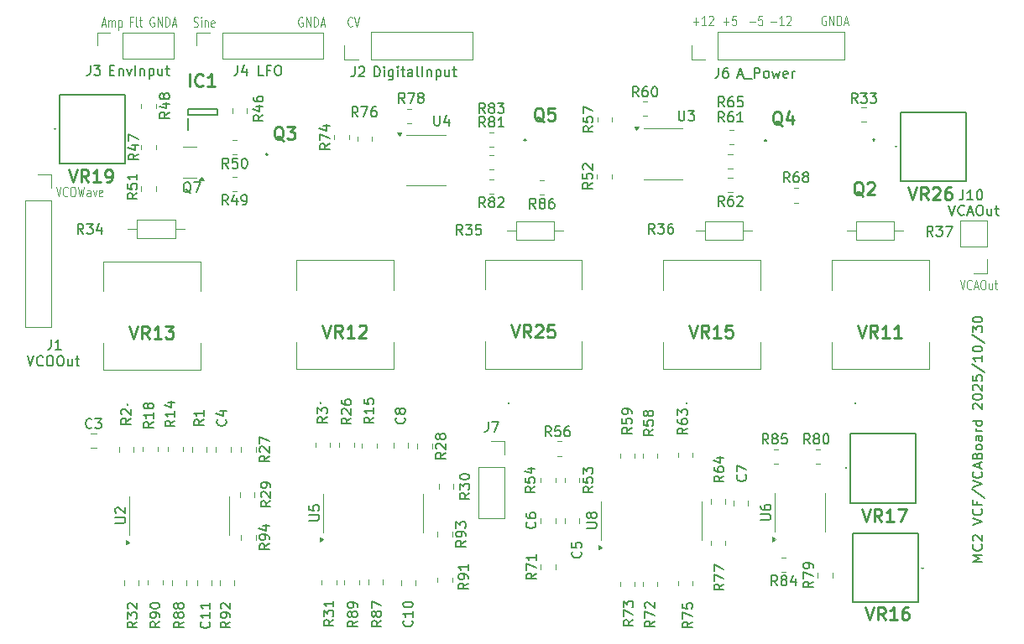
<source format=gbr>
%TF.GenerationSoftware,KiCad,Pcbnew,9.0.3*%
%TF.CreationDate,2025-10-30T19:41:25+09:00*%
%TF.ProjectId,VCF_VCABoard,5643465f-5643-4414-926f-6172642e6b69,rev?*%
%TF.SameCoordinates,Original*%
%TF.FileFunction,Legend,Top*%
%TF.FilePolarity,Positive*%
%FSLAX46Y46*%
G04 Gerber Fmt 4.6, Leading zero omitted, Abs format (unit mm)*
G04 Created by KiCad (PCBNEW 9.0.3) date 2025-10-30 19:41:25*
%MOMM*%
%LPD*%
G01*
G04 APERTURE LIST*
%ADD10C,0.100000*%
%ADD11C,0.200000*%
%ADD12C,0.150000*%
%ADD13C,0.254000*%
%ADD14C,0.120000*%
G04 APERTURE END LIST*
D10*
X162697217Y-111648419D02*
X162947217Y-112648419D01*
X162947217Y-112648419D02*
X163197217Y-111648419D01*
X163875788Y-112553180D02*
X163840074Y-112600800D01*
X163840074Y-112600800D02*
X163732931Y-112648419D01*
X163732931Y-112648419D02*
X163661503Y-112648419D01*
X163661503Y-112648419D02*
X163554360Y-112600800D01*
X163554360Y-112600800D02*
X163482931Y-112505561D01*
X163482931Y-112505561D02*
X163447217Y-112410323D01*
X163447217Y-112410323D02*
X163411503Y-112219847D01*
X163411503Y-112219847D02*
X163411503Y-112076990D01*
X163411503Y-112076990D02*
X163447217Y-111886514D01*
X163447217Y-111886514D02*
X163482931Y-111791276D01*
X163482931Y-111791276D02*
X163554360Y-111696038D01*
X163554360Y-111696038D02*
X163661503Y-111648419D01*
X163661503Y-111648419D02*
X163732931Y-111648419D01*
X163732931Y-111648419D02*
X163840074Y-111696038D01*
X163840074Y-111696038D02*
X163875788Y-111743657D01*
X164161503Y-112362704D02*
X164518646Y-112362704D01*
X164090074Y-112648419D02*
X164340074Y-111648419D01*
X164340074Y-111648419D02*
X164590074Y-112648419D01*
X164982931Y-111648419D02*
X165125788Y-111648419D01*
X165125788Y-111648419D02*
X165197217Y-111696038D01*
X165197217Y-111696038D02*
X165268645Y-111791276D01*
X165268645Y-111791276D02*
X165304360Y-111981752D01*
X165304360Y-111981752D02*
X165304360Y-112315085D01*
X165304360Y-112315085D02*
X165268645Y-112505561D01*
X165268645Y-112505561D02*
X165197217Y-112600800D01*
X165197217Y-112600800D02*
X165125788Y-112648419D01*
X165125788Y-112648419D02*
X164982931Y-112648419D01*
X164982931Y-112648419D02*
X164911503Y-112600800D01*
X164911503Y-112600800D02*
X164840074Y-112505561D01*
X164840074Y-112505561D02*
X164804360Y-112315085D01*
X164804360Y-112315085D02*
X164804360Y-111981752D01*
X164804360Y-111981752D02*
X164840074Y-111791276D01*
X164840074Y-111791276D02*
X164911503Y-111696038D01*
X164911503Y-111696038D02*
X164982931Y-111648419D01*
X165947217Y-111981752D02*
X165947217Y-112648419D01*
X165625788Y-111981752D02*
X165625788Y-112505561D01*
X165625788Y-112505561D02*
X165661502Y-112600800D01*
X165661502Y-112600800D02*
X165732931Y-112648419D01*
X165732931Y-112648419D02*
X165840074Y-112648419D01*
X165840074Y-112648419D02*
X165911502Y-112600800D01*
X165911502Y-112600800D02*
X165947217Y-112553180D01*
X166197216Y-111981752D02*
X166482930Y-111981752D01*
X166304359Y-111648419D02*
X166304359Y-112505561D01*
X166304359Y-112505561D02*
X166340073Y-112600800D01*
X166340073Y-112600800D02*
X166411502Y-112648419D01*
X166411502Y-112648419D02*
X166482930Y-112648419D01*
X71511217Y-102250419D02*
X71761217Y-103250419D01*
X71761217Y-103250419D02*
X72011217Y-102250419D01*
X72689788Y-103155180D02*
X72654074Y-103202800D01*
X72654074Y-103202800D02*
X72546931Y-103250419D01*
X72546931Y-103250419D02*
X72475503Y-103250419D01*
X72475503Y-103250419D02*
X72368360Y-103202800D01*
X72368360Y-103202800D02*
X72296931Y-103107561D01*
X72296931Y-103107561D02*
X72261217Y-103012323D01*
X72261217Y-103012323D02*
X72225503Y-102821847D01*
X72225503Y-102821847D02*
X72225503Y-102678990D01*
X72225503Y-102678990D02*
X72261217Y-102488514D01*
X72261217Y-102488514D02*
X72296931Y-102393276D01*
X72296931Y-102393276D02*
X72368360Y-102298038D01*
X72368360Y-102298038D02*
X72475503Y-102250419D01*
X72475503Y-102250419D02*
X72546931Y-102250419D01*
X72546931Y-102250419D02*
X72654074Y-102298038D01*
X72654074Y-102298038D02*
X72689788Y-102345657D01*
X73154074Y-102250419D02*
X73296931Y-102250419D01*
X73296931Y-102250419D02*
X73368360Y-102298038D01*
X73368360Y-102298038D02*
X73439788Y-102393276D01*
X73439788Y-102393276D02*
X73475503Y-102583752D01*
X73475503Y-102583752D02*
X73475503Y-102917085D01*
X73475503Y-102917085D02*
X73439788Y-103107561D01*
X73439788Y-103107561D02*
X73368360Y-103202800D01*
X73368360Y-103202800D02*
X73296931Y-103250419D01*
X73296931Y-103250419D02*
X73154074Y-103250419D01*
X73154074Y-103250419D02*
X73082646Y-103202800D01*
X73082646Y-103202800D02*
X73011217Y-103107561D01*
X73011217Y-103107561D02*
X72975503Y-102917085D01*
X72975503Y-102917085D02*
X72975503Y-102583752D01*
X72975503Y-102583752D02*
X73011217Y-102393276D01*
X73011217Y-102393276D02*
X73082646Y-102298038D01*
X73082646Y-102298038D02*
X73154074Y-102250419D01*
X73725502Y-102250419D02*
X73904074Y-103250419D01*
X73904074Y-103250419D02*
X74046931Y-102536133D01*
X74046931Y-102536133D02*
X74189788Y-103250419D01*
X74189788Y-103250419D02*
X74368360Y-102250419D01*
X74975503Y-103250419D02*
X74975503Y-102726609D01*
X74975503Y-102726609D02*
X74939788Y-102631371D01*
X74939788Y-102631371D02*
X74868360Y-102583752D01*
X74868360Y-102583752D02*
X74725503Y-102583752D01*
X74725503Y-102583752D02*
X74654074Y-102631371D01*
X74975503Y-103202800D02*
X74904074Y-103250419D01*
X74904074Y-103250419D02*
X74725503Y-103250419D01*
X74725503Y-103250419D02*
X74654074Y-103202800D01*
X74654074Y-103202800D02*
X74618360Y-103107561D01*
X74618360Y-103107561D02*
X74618360Y-103012323D01*
X74618360Y-103012323D02*
X74654074Y-102917085D01*
X74654074Y-102917085D02*
X74725503Y-102869466D01*
X74725503Y-102869466D02*
X74904074Y-102869466D01*
X74904074Y-102869466D02*
X74975503Y-102821847D01*
X75261216Y-102583752D02*
X75439788Y-103250419D01*
X75439788Y-103250419D02*
X75618359Y-102583752D01*
X76189788Y-103202800D02*
X76118360Y-103250419D01*
X76118360Y-103250419D02*
X75975503Y-103250419D01*
X75975503Y-103250419D02*
X75904074Y-103202800D01*
X75904074Y-103202800D02*
X75868360Y-103107561D01*
X75868360Y-103107561D02*
X75868360Y-102726609D01*
X75868360Y-102726609D02*
X75904074Y-102631371D01*
X75904074Y-102631371D02*
X75975503Y-102583752D01*
X75975503Y-102583752D02*
X76118360Y-102583752D01*
X76118360Y-102583752D02*
X76189788Y-102631371D01*
X76189788Y-102631371D02*
X76225503Y-102726609D01*
X76225503Y-102726609D02*
X76225503Y-102821847D01*
X76225503Y-102821847D02*
X75868360Y-102917085D01*
D11*
X164967219Y-140092326D02*
X163967219Y-140092326D01*
X163967219Y-140092326D02*
X164681504Y-139758993D01*
X164681504Y-139758993D02*
X163967219Y-139425660D01*
X163967219Y-139425660D02*
X164967219Y-139425660D01*
X164871980Y-138378041D02*
X164919600Y-138425660D01*
X164919600Y-138425660D02*
X164967219Y-138568517D01*
X164967219Y-138568517D02*
X164967219Y-138663755D01*
X164967219Y-138663755D02*
X164919600Y-138806612D01*
X164919600Y-138806612D02*
X164824361Y-138901850D01*
X164824361Y-138901850D02*
X164729123Y-138949469D01*
X164729123Y-138949469D02*
X164538647Y-138997088D01*
X164538647Y-138997088D02*
X164395790Y-138997088D01*
X164395790Y-138997088D02*
X164205314Y-138949469D01*
X164205314Y-138949469D02*
X164110076Y-138901850D01*
X164110076Y-138901850D02*
X164014838Y-138806612D01*
X164014838Y-138806612D02*
X163967219Y-138663755D01*
X163967219Y-138663755D02*
X163967219Y-138568517D01*
X163967219Y-138568517D02*
X164014838Y-138425660D01*
X164014838Y-138425660D02*
X164062457Y-138378041D01*
X164062457Y-137997088D02*
X164014838Y-137949469D01*
X164014838Y-137949469D02*
X163967219Y-137854231D01*
X163967219Y-137854231D02*
X163967219Y-137616136D01*
X163967219Y-137616136D02*
X164014838Y-137520898D01*
X164014838Y-137520898D02*
X164062457Y-137473279D01*
X164062457Y-137473279D02*
X164157695Y-137425660D01*
X164157695Y-137425660D02*
X164252933Y-137425660D01*
X164252933Y-137425660D02*
X164395790Y-137473279D01*
X164395790Y-137473279D02*
X164967219Y-138044707D01*
X164967219Y-138044707D02*
X164967219Y-137425660D01*
X163967219Y-136378040D02*
X164967219Y-136044707D01*
X164967219Y-136044707D02*
X163967219Y-135711374D01*
X164871980Y-134806612D02*
X164919600Y-134854231D01*
X164919600Y-134854231D02*
X164967219Y-134997088D01*
X164967219Y-134997088D02*
X164967219Y-135092326D01*
X164967219Y-135092326D02*
X164919600Y-135235183D01*
X164919600Y-135235183D02*
X164824361Y-135330421D01*
X164824361Y-135330421D02*
X164729123Y-135378040D01*
X164729123Y-135378040D02*
X164538647Y-135425659D01*
X164538647Y-135425659D02*
X164395790Y-135425659D01*
X164395790Y-135425659D02*
X164205314Y-135378040D01*
X164205314Y-135378040D02*
X164110076Y-135330421D01*
X164110076Y-135330421D02*
X164014838Y-135235183D01*
X164014838Y-135235183D02*
X163967219Y-135092326D01*
X163967219Y-135092326D02*
X163967219Y-134997088D01*
X163967219Y-134997088D02*
X164014838Y-134854231D01*
X164014838Y-134854231D02*
X164062457Y-134806612D01*
X164443409Y-134044707D02*
X164443409Y-134378040D01*
X164967219Y-134378040D02*
X163967219Y-134378040D01*
X163967219Y-134378040D02*
X163967219Y-133901850D01*
X163919600Y-132806612D02*
X165205314Y-133663754D01*
X163967219Y-132616135D02*
X164967219Y-132282802D01*
X164967219Y-132282802D02*
X163967219Y-131949469D01*
X164871980Y-131044707D02*
X164919600Y-131092326D01*
X164919600Y-131092326D02*
X164967219Y-131235183D01*
X164967219Y-131235183D02*
X164967219Y-131330421D01*
X164967219Y-131330421D02*
X164919600Y-131473278D01*
X164919600Y-131473278D02*
X164824361Y-131568516D01*
X164824361Y-131568516D02*
X164729123Y-131616135D01*
X164729123Y-131616135D02*
X164538647Y-131663754D01*
X164538647Y-131663754D02*
X164395790Y-131663754D01*
X164395790Y-131663754D02*
X164205314Y-131616135D01*
X164205314Y-131616135D02*
X164110076Y-131568516D01*
X164110076Y-131568516D02*
X164014838Y-131473278D01*
X164014838Y-131473278D02*
X163967219Y-131330421D01*
X163967219Y-131330421D02*
X163967219Y-131235183D01*
X163967219Y-131235183D02*
X164014838Y-131092326D01*
X164014838Y-131092326D02*
X164062457Y-131044707D01*
X164681504Y-130663754D02*
X164681504Y-130187564D01*
X164967219Y-130758992D02*
X163967219Y-130425659D01*
X163967219Y-130425659D02*
X164967219Y-130092326D01*
X164443409Y-129425659D02*
X164491028Y-129282802D01*
X164491028Y-129282802D02*
X164538647Y-129235183D01*
X164538647Y-129235183D02*
X164633885Y-129187564D01*
X164633885Y-129187564D02*
X164776742Y-129187564D01*
X164776742Y-129187564D02*
X164871980Y-129235183D01*
X164871980Y-129235183D02*
X164919600Y-129282802D01*
X164919600Y-129282802D02*
X164967219Y-129378040D01*
X164967219Y-129378040D02*
X164967219Y-129758992D01*
X164967219Y-129758992D02*
X163967219Y-129758992D01*
X163967219Y-129758992D02*
X163967219Y-129425659D01*
X163967219Y-129425659D02*
X164014838Y-129330421D01*
X164014838Y-129330421D02*
X164062457Y-129282802D01*
X164062457Y-129282802D02*
X164157695Y-129235183D01*
X164157695Y-129235183D02*
X164252933Y-129235183D01*
X164252933Y-129235183D02*
X164348171Y-129282802D01*
X164348171Y-129282802D02*
X164395790Y-129330421D01*
X164395790Y-129330421D02*
X164443409Y-129425659D01*
X164443409Y-129425659D02*
X164443409Y-129758992D01*
X164967219Y-128616135D02*
X164919600Y-128711373D01*
X164919600Y-128711373D02*
X164871980Y-128758992D01*
X164871980Y-128758992D02*
X164776742Y-128806611D01*
X164776742Y-128806611D02*
X164491028Y-128806611D01*
X164491028Y-128806611D02*
X164395790Y-128758992D01*
X164395790Y-128758992D02*
X164348171Y-128711373D01*
X164348171Y-128711373D02*
X164300552Y-128616135D01*
X164300552Y-128616135D02*
X164300552Y-128473278D01*
X164300552Y-128473278D02*
X164348171Y-128378040D01*
X164348171Y-128378040D02*
X164395790Y-128330421D01*
X164395790Y-128330421D02*
X164491028Y-128282802D01*
X164491028Y-128282802D02*
X164776742Y-128282802D01*
X164776742Y-128282802D02*
X164871980Y-128330421D01*
X164871980Y-128330421D02*
X164919600Y-128378040D01*
X164919600Y-128378040D02*
X164967219Y-128473278D01*
X164967219Y-128473278D02*
X164967219Y-128616135D01*
X164967219Y-127425659D02*
X164443409Y-127425659D01*
X164443409Y-127425659D02*
X164348171Y-127473278D01*
X164348171Y-127473278D02*
X164300552Y-127568516D01*
X164300552Y-127568516D02*
X164300552Y-127758992D01*
X164300552Y-127758992D02*
X164348171Y-127854230D01*
X164919600Y-127425659D02*
X164967219Y-127520897D01*
X164967219Y-127520897D02*
X164967219Y-127758992D01*
X164967219Y-127758992D02*
X164919600Y-127854230D01*
X164919600Y-127854230D02*
X164824361Y-127901849D01*
X164824361Y-127901849D02*
X164729123Y-127901849D01*
X164729123Y-127901849D02*
X164633885Y-127854230D01*
X164633885Y-127854230D02*
X164586266Y-127758992D01*
X164586266Y-127758992D02*
X164586266Y-127520897D01*
X164586266Y-127520897D02*
X164538647Y-127425659D01*
X164967219Y-126949468D02*
X164300552Y-126949468D01*
X164491028Y-126949468D02*
X164395790Y-126901849D01*
X164395790Y-126901849D02*
X164348171Y-126854230D01*
X164348171Y-126854230D02*
X164300552Y-126758992D01*
X164300552Y-126758992D02*
X164300552Y-126663754D01*
X164967219Y-125901849D02*
X163967219Y-125901849D01*
X164919600Y-125901849D02*
X164967219Y-125997087D01*
X164967219Y-125997087D02*
X164967219Y-126187563D01*
X164967219Y-126187563D02*
X164919600Y-126282801D01*
X164919600Y-126282801D02*
X164871980Y-126330420D01*
X164871980Y-126330420D02*
X164776742Y-126378039D01*
X164776742Y-126378039D02*
X164491028Y-126378039D01*
X164491028Y-126378039D02*
X164395790Y-126330420D01*
X164395790Y-126330420D02*
X164348171Y-126282801D01*
X164348171Y-126282801D02*
X164300552Y-126187563D01*
X164300552Y-126187563D02*
X164300552Y-125997087D01*
X164300552Y-125997087D02*
X164348171Y-125901849D01*
X164062457Y-124711372D02*
X164014838Y-124663753D01*
X164014838Y-124663753D02*
X163967219Y-124568515D01*
X163967219Y-124568515D02*
X163967219Y-124330420D01*
X163967219Y-124330420D02*
X164014838Y-124235182D01*
X164014838Y-124235182D02*
X164062457Y-124187563D01*
X164062457Y-124187563D02*
X164157695Y-124139944D01*
X164157695Y-124139944D02*
X164252933Y-124139944D01*
X164252933Y-124139944D02*
X164395790Y-124187563D01*
X164395790Y-124187563D02*
X164967219Y-124758991D01*
X164967219Y-124758991D02*
X164967219Y-124139944D01*
X163967219Y-123520896D02*
X163967219Y-123425658D01*
X163967219Y-123425658D02*
X164014838Y-123330420D01*
X164014838Y-123330420D02*
X164062457Y-123282801D01*
X164062457Y-123282801D02*
X164157695Y-123235182D01*
X164157695Y-123235182D02*
X164348171Y-123187563D01*
X164348171Y-123187563D02*
X164586266Y-123187563D01*
X164586266Y-123187563D02*
X164776742Y-123235182D01*
X164776742Y-123235182D02*
X164871980Y-123282801D01*
X164871980Y-123282801D02*
X164919600Y-123330420D01*
X164919600Y-123330420D02*
X164967219Y-123425658D01*
X164967219Y-123425658D02*
X164967219Y-123520896D01*
X164967219Y-123520896D02*
X164919600Y-123616134D01*
X164919600Y-123616134D02*
X164871980Y-123663753D01*
X164871980Y-123663753D02*
X164776742Y-123711372D01*
X164776742Y-123711372D02*
X164586266Y-123758991D01*
X164586266Y-123758991D02*
X164348171Y-123758991D01*
X164348171Y-123758991D02*
X164157695Y-123711372D01*
X164157695Y-123711372D02*
X164062457Y-123663753D01*
X164062457Y-123663753D02*
X164014838Y-123616134D01*
X164014838Y-123616134D02*
X163967219Y-123520896D01*
X164062457Y-122806610D02*
X164014838Y-122758991D01*
X164014838Y-122758991D02*
X163967219Y-122663753D01*
X163967219Y-122663753D02*
X163967219Y-122425658D01*
X163967219Y-122425658D02*
X164014838Y-122330420D01*
X164014838Y-122330420D02*
X164062457Y-122282801D01*
X164062457Y-122282801D02*
X164157695Y-122235182D01*
X164157695Y-122235182D02*
X164252933Y-122235182D01*
X164252933Y-122235182D02*
X164395790Y-122282801D01*
X164395790Y-122282801D02*
X164967219Y-122854229D01*
X164967219Y-122854229D02*
X164967219Y-122235182D01*
X163967219Y-121330420D02*
X163967219Y-121806610D01*
X163967219Y-121806610D02*
X164443409Y-121854229D01*
X164443409Y-121854229D02*
X164395790Y-121806610D01*
X164395790Y-121806610D02*
X164348171Y-121711372D01*
X164348171Y-121711372D02*
X164348171Y-121473277D01*
X164348171Y-121473277D02*
X164395790Y-121378039D01*
X164395790Y-121378039D02*
X164443409Y-121330420D01*
X164443409Y-121330420D02*
X164538647Y-121282801D01*
X164538647Y-121282801D02*
X164776742Y-121282801D01*
X164776742Y-121282801D02*
X164871980Y-121330420D01*
X164871980Y-121330420D02*
X164919600Y-121378039D01*
X164919600Y-121378039D02*
X164967219Y-121473277D01*
X164967219Y-121473277D02*
X164967219Y-121711372D01*
X164967219Y-121711372D02*
X164919600Y-121806610D01*
X164919600Y-121806610D02*
X164871980Y-121854229D01*
X163919600Y-120139944D02*
X165205314Y-120997086D01*
X164967219Y-119282801D02*
X164967219Y-119854229D01*
X164967219Y-119568515D02*
X163967219Y-119568515D01*
X163967219Y-119568515D02*
X164110076Y-119663753D01*
X164110076Y-119663753D02*
X164205314Y-119758991D01*
X164205314Y-119758991D02*
X164252933Y-119854229D01*
X163967219Y-118663753D02*
X163967219Y-118568515D01*
X163967219Y-118568515D02*
X164014838Y-118473277D01*
X164014838Y-118473277D02*
X164062457Y-118425658D01*
X164062457Y-118425658D02*
X164157695Y-118378039D01*
X164157695Y-118378039D02*
X164348171Y-118330420D01*
X164348171Y-118330420D02*
X164586266Y-118330420D01*
X164586266Y-118330420D02*
X164776742Y-118378039D01*
X164776742Y-118378039D02*
X164871980Y-118425658D01*
X164871980Y-118425658D02*
X164919600Y-118473277D01*
X164919600Y-118473277D02*
X164967219Y-118568515D01*
X164967219Y-118568515D02*
X164967219Y-118663753D01*
X164967219Y-118663753D02*
X164919600Y-118758991D01*
X164919600Y-118758991D02*
X164871980Y-118806610D01*
X164871980Y-118806610D02*
X164776742Y-118854229D01*
X164776742Y-118854229D02*
X164586266Y-118901848D01*
X164586266Y-118901848D02*
X164348171Y-118901848D01*
X164348171Y-118901848D02*
X164157695Y-118854229D01*
X164157695Y-118854229D02*
X164062457Y-118806610D01*
X164062457Y-118806610D02*
X164014838Y-118758991D01*
X164014838Y-118758991D02*
X163967219Y-118663753D01*
X163919600Y-117187563D02*
X165205314Y-118044705D01*
X163967219Y-116949467D02*
X163967219Y-116330420D01*
X163967219Y-116330420D02*
X164348171Y-116663753D01*
X164348171Y-116663753D02*
X164348171Y-116520896D01*
X164348171Y-116520896D02*
X164395790Y-116425658D01*
X164395790Y-116425658D02*
X164443409Y-116378039D01*
X164443409Y-116378039D02*
X164538647Y-116330420D01*
X164538647Y-116330420D02*
X164776742Y-116330420D01*
X164776742Y-116330420D02*
X164871980Y-116378039D01*
X164871980Y-116378039D02*
X164919600Y-116425658D01*
X164919600Y-116425658D02*
X164967219Y-116520896D01*
X164967219Y-116520896D02*
X164967219Y-116806610D01*
X164967219Y-116806610D02*
X164919600Y-116901848D01*
X164919600Y-116901848D02*
X164871980Y-116949467D01*
X163967219Y-115711372D02*
X163967219Y-115616134D01*
X163967219Y-115616134D02*
X164014838Y-115520896D01*
X164014838Y-115520896D02*
X164062457Y-115473277D01*
X164062457Y-115473277D02*
X164157695Y-115425658D01*
X164157695Y-115425658D02*
X164348171Y-115378039D01*
X164348171Y-115378039D02*
X164586266Y-115378039D01*
X164586266Y-115378039D02*
X164776742Y-115425658D01*
X164776742Y-115425658D02*
X164871980Y-115473277D01*
X164871980Y-115473277D02*
X164919600Y-115520896D01*
X164919600Y-115520896D02*
X164967219Y-115616134D01*
X164967219Y-115616134D02*
X164967219Y-115711372D01*
X164967219Y-115711372D02*
X164919600Y-115806610D01*
X164919600Y-115806610D02*
X164871980Y-115854229D01*
X164871980Y-115854229D02*
X164776742Y-115901848D01*
X164776742Y-115901848D02*
X164586266Y-115949467D01*
X164586266Y-115949467D02*
X164348171Y-115949467D01*
X164348171Y-115949467D02*
X164157695Y-115901848D01*
X164157695Y-115901848D02*
X164062457Y-115854229D01*
X164062457Y-115854229D02*
X164014838Y-115806610D01*
X164014838Y-115806610D02*
X163967219Y-115711372D01*
D10*
X143601960Y-85597466D02*
X144173389Y-85597466D01*
X144923388Y-85978419D02*
X144494817Y-85978419D01*
X144709102Y-85978419D02*
X144709102Y-84978419D01*
X144709102Y-84978419D02*
X144637674Y-85121276D01*
X144637674Y-85121276D02*
X144566245Y-85216514D01*
X144566245Y-85216514D02*
X144494817Y-85264133D01*
X145209103Y-85073657D02*
X145244817Y-85026038D01*
X145244817Y-85026038D02*
X145316246Y-84978419D01*
X145316246Y-84978419D02*
X145494817Y-84978419D01*
X145494817Y-84978419D02*
X145566246Y-85026038D01*
X145566246Y-85026038D02*
X145601960Y-85073657D01*
X145601960Y-85073657D02*
X145637674Y-85168895D01*
X145637674Y-85168895D02*
X145637674Y-85264133D01*
X145637674Y-85264133D02*
X145601960Y-85406990D01*
X145601960Y-85406990D02*
X145173388Y-85978419D01*
X145173388Y-85978419D02*
X145637674Y-85978419D01*
X135778760Y-85597466D02*
X136350189Y-85597466D01*
X136064474Y-85978419D02*
X136064474Y-85216514D01*
X137100188Y-85978419D02*
X136671617Y-85978419D01*
X136885902Y-85978419D02*
X136885902Y-84978419D01*
X136885902Y-84978419D02*
X136814474Y-85121276D01*
X136814474Y-85121276D02*
X136743045Y-85216514D01*
X136743045Y-85216514D02*
X136671617Y-85264133D01*
X137385903Y-85073657D02*
X137421617Y-85026038D01*
X137421617Y-85026038D02*
X137493046Y-84978419D01*
X137493046Y-84978419D02*
X137671617Y-84978419D01*
X137671617Y-84978419D02*
X137743046Y-85026038D01*
X137743046Y-85026038D02*
X137778760Y-85073657D01*
X137778760Y-85073657D02*
X137814474Y-85168895D01*
X137814474Y-85168895D02*
X137814474Y-85264133D01*
X137814474Y-85264133D02*
X137778760Y-85406990D01*
X137778760Y-85406990D02*
X137350188Y-85978419D01*
X137350188Y-85978419D02*
X137814474Y-85978419D01*
X141468360Y-85597466D02*
X142039789Y-85597466D01*
X142754074Y-84978419D02*
X142396931Y-84978419D01*
X142396931Y-84978419D02*
X142361217Y-85454609D01*
X142361217Y-85454609D02*
X142396931Y-85406990D01*
X142396931Y-85406990D02*
X142468360Y-85359371D01*
X142468360Y-85359371D02*
X142646931Y-85359371D01*
X142646931Y-85359371D02*
X142718360Y-85406990D01*
X142718360Y-85406990D02*
X142754074Y-85454609D01*
X142754074Y-85454609D02*
X142789788Y-85549847D01*
X142789788Y-85549847D02*
X142789788Y-85787942D01*
X142789788Y-85787942D02*
X142754074Y-85883180D01*
X142754074Y-85883180D02*
X142718360Y-85930800D01*
X142718360Y-85930800D02*
X142646931Y-85978419D01*
X142646931Y-85978419D02*
X142468360Y-85978419D01*
X142468360Y-85978419D02*
X142396931Y-85930800D01*
X142396931Y-85930800D02*
X142361217Y-85883180D01*
X149176417Y-85026038D02*
X149104989Y-84978419D01*
X149104989Y-84978419D02*
X148997846Y-84978419D01*
X148997846Y-84978419D02*
X148890703Y-85026038D01*
X148890703Y-85026038D02*
X148819274Y-85121276D01*
X148819274Y-85121276D02*
X148783560Y-85216514D01*
X148783560Y-85216514D02*
X148747846Y-85406990D01*
X148747846Y-85406990D02*
X148747846Y-85549847D01*
X148747846Y-85549847D02*
X148783560Y-85740323D01*
X148783560Y-85740323D02*
X148819274Y-85835561D01*
X148819274Y-85835561D02*
X148890703Y-85930800D01*
X148890703Y-85930800D02*
X148997846Y-85978419D01*
X148997846Y-85978419D02*
X149069274Y-85978419D01*
X149069274Y-85978419D02*
X149176417Y-85930800D01*
X149176417Y-85930800D02*
X149212131Y-85883180D01*
X149212131Y-85883180D02*
X149212131Y-85549847D01*
X149212131Y-85549847D02*
X149069274Y-85549847D01*
X149533560Y-85978419D02*
X149533560Y-84978419D01*
X149533560Y-84978419D02*
X149962131Y-85978419D01*
X149962131Y-85978419D02*
X149962131Y-84978419D01*
X150319274Y-85978419D02*
X150319274Y-84978419D01*
X150319274Y-84978419D02*
X150497845Y-84978419D01*
X150497845Y-84978419D02*
X150604988Y-85026038D01*
X150604988Y-85026038D02*
X150676417Y-85121276D01*
X150676417Y-85121276D02*
X150712131Y-85216514D01*
X150712131Y-85216514D02*
X150747845Y-85406990D01*
X150747845Y-85406990D02*
X150747845Y-85549847D01*
X150747845Y-85549847D02*
X150712131Y-85740323D01*
X150712131Y-85740323D02*
X150676417Y-85835561D01*
X150676417Y-85835561D02*
X150604988Y-85930800D01*
X150604988Y-85930800D02*
X150497845Y-85978419D01*
X150497845Y-85978419D02*
X150319274Y-85978419D01*
X151033560Y-85692704D02*
X151390703Y-85692704D01*
X150962131Y-85978419D02*
X151212131Y-84978419D01*
X151212131Y-84978419D02*
X151462131Y-85978419D01*
X138826760Y-85597466D02*
X139398189Y-85597466D01*
X139112474Y-85978419D02*
X139112474Y-85216514D01*
X140112474Y-84978419D02*
X139755331Y-84978419D01*
X139755331Y-84978419D02*
X139719617Y-85454609D01*
X139719617Y-85454609D02*
X139755331Y-85406990D01*
X139755331Y-85406990D02*
X139826760Y-85359371D01*
X139826760Y-85359371D02*
X140005331Y-85359371D01*
X140005331Y-85359371D02*
X140076760Y-85406990D01*
X140076760Y-85406990D02*
X140112474Y-85454609D01*
X140112474Y-85454609D02*
X140148188Y-85549847D01*
X140148188Y-85549847D02*
X140148188Y-85787942D01*
X140148188Y-85787942D02*
X140112474Y-85883180D01*
X140112474Y-85883180D02*
X140076760Y-85930800D01*
X140076760Y-85930800D02*
X140005331Y-85978419D01*
X140005331Y-85978419D02*
X139826760Y-85978419D01*
X139826760Y-85978419D02*
X139755331Y-85930800D01*
X139755331Y-85930800D02*
X139719617Y-85883180D01*
X101402931Y-86007180D02*
X101367217Y-86054800D01*
X101367217Y-86054800D02*
X101260074Y-86102419D01*
X101260074Y-86102419D02*
X101188646Y-86102419D01*
X101188646Y-86102419D02*
X101081503Y-86054800D01*
X101081503Y-86054800D02*
X101010074Y-85959561D01*
X101010074Y-85959561D02*
X100974360Y-85864323D01*
X100974360Y-85864323D02*
X100938646Y-85673847D01*
X100938646Y-85673847D02*
X100938646Y-85530990D01*
X100938646Y-85530990D02*
X100974360Y-85340514D01*
X100974360Y-85340514D02*
X101010074Y-85245276D01*
X101010074Y-85245276D02*
X101081503Y-85150038D01*
X101081503Y-85150038D02*
X101188646Y-85102419D01*
X101188646Y-85102419D02*
X101260074Y-85102419D01*
X101260074Y-85102419D02*
X101367217Y-85150038D01*
X101367217Y-85150038D02*
X101402931Y-85197657D01*
X101617217Y-85102419D02*
X101867217Y-86102419D01*
X101867217Y-86102419D02*
X102117217Y-85102419D01*
X96395217Y-85153038D02*
X96323789Y-85105419D01*
X96323789Y-85105419D02*
X96216646Y-85105419D01*
X96216646Y-85105419D02*
X96109503Y-85153038D01*
X96109503Y-85153038D02*
X96038074Y-85248276D01*
X96038074Y-85248276D02*
X96002360Y-85343514D01*
X96002360Y-85343514D02*
X95966646Y-85533990D01*
X95966646Y-85533990D02*
X95966646Y-85676847D01*
X95966646Y-85676847D02*
X96002360Y-85867323D01*
X96002360Y-85867323D02*
X96038074Y-85962561D01*
X96038074Y-85962561D02*
X96109503Y-86057800D01*
X96109503Y-86057800D02*
X96216646Y-86105419D01*
X96216646Y-86105419D02*
X96288074Y-86105419D01*
X96288074Y-86105419D02*
X96395217Y-86057800D01*
X96395217Y-86057800D02*
X96430931Y-86010180D01*
X96430931Y-86010180D02*
X96430931Y-85676847D01*
X96430931Y-85676847D02*
X96288074Y-85676847D01*
X96752360Y-86105419D02*
X96752360Y-85105419D01*
X96752360Y-85105419D02*
X97180931Y-86105419D01*
X97180931Y-86105419D02*
X97180931Y-85105419D01*
X97538074Y-86105419D02*
X97538074Y-85105419D01*
X97538074Y-85105419D02*
X97716645Y-85105419D01*
X97716645Y-85105419D02*
X97823788Y-85153038D01*
X97823788Y-85153038D02*
X97895217Y-85248276D01*
X97895217Y-85248276D02*
X97930931Y-85343514D01*
X97930931Y-85343514D02*
X97966645Y-85533990D01*
X97966645Y-85533990D02*
X97966645Y-85676847D01*
X97966645Y-85676847D02*
X97930931Y-85867323D01*
X97930931Y-85867323D02*
X97895217Y-85962561D01*
X97895217Y-85962561D02*
X97823788Y-86057800D01*
X97823788Y-86057800D02*
X97716645Y-86105419D01*
X97716645Y-86105419D02*
X97538074Y-86105419D01*
X98252360Y-85819704D02*
X98609503Y-85819704D01*
X98180931Y-86105419D02*
X98430931Y-85105419D01*
X98430931Y-85105419D02*
X98680931Y-86105419D01*
X85408646Y-86074800D02*
X85515789Y-86122419D01*
X85515789Y-86122419D02*
X85694360Y-86122419D01*
X85694360Y-86122419D02*
X85765789Y-86074800D01*
X85765789Y-86074800D02*
X85801503Y-86027180D01*
X85801503Y-86027180D02*
X85837217Y-85931942D01*
X85837217Y-85931942D02*
X85837217Y-85836704D01*
X85837217Y-85836704D02*
X85801503Y-85741466D01*
X85801503Y-85741466D02*
X85765789Y-85693847D01*
X85765789Y-85693847D02*
X85694360Y-85646228D01*
X85694360Y-85646228D02*
X85551503Y-85598609D01*
X85551503Y-85598609D02*
X85480074Y-85550990D01*
X85480074Y-85550990D02*
X85444360Y-85503371D01*
X85444360Y-85503371D02*
X85408646Y-85408133D01*
X85408646Y-85408133D02*
X85408646Y-85312895D01*
X85408646Y-85312895D02*
X85444360Y-85217657D01*
X85444360Y-85217657D02*
X85480074Y-85170038D01*
X85480074Y-85170038D02*
X85551503Y-85122419D01*
X85551503Y-85122419D02*
X85730074Y-85122419D01*
X85730074Y-85122419D02*
X85837217Y-85170038D01*
X86158646Y-86122419D02*
X86158646Y-85455752D01*
X86158646Y-85122419D02*
X86122932Y-85170038D01*
X86122932Y-85170038D02*
X86158646Y-85217657D01*
X86158646Y-85217657D02*
X86194360Y-85170038D01*
X86194360Y-85170038D02*
X86158646Y-85122419D01*
X86158646Y-85122419D02*
X86158646Y-85217657D01*
X86515789Y-85455752D02*
X86515789Y-86122419D01*
X86515789Y-85550990D02*
X86551503Y-85503371D01*
X86551503Y-85503371D02*
X86622932Y-85455752D01*
X86622932Y-85455752D02*
X86730075Y-85455752D01*
X86730075Y-85455752D02*
X86801503Y-85503371D01*
X86801503Y-85503371D02*
X86837218Y-85598609D01*
X86837218Y-85598609D02*
X86837218Y-86122419D01*
X87480074Y-86074800D02*
X87408646Y-86122419D01*
X87408646Y-86122419D02*
X87265789Y-86122419D01*
X87265789Y-86122419D02*
X87194360Y-86074800D01*
X87194360Y-86074800D02*
X87158646Y-85979561D01*
X87158646Y-85979561D02*
X87158646Y-85598609D01*
X87158646Y-85598609D02*
X87194360Y-85503371D01*
X87194360Y-85503371D02*
X87265789Y-85455752D01*
X87265789Y-85455752D02*
X87408646Y-85455752D01*
X87408646Y-85455752D02*
X87480074Y-85503371D01*
X87480074Y-85503371D02*
X87515789Y-85598609D01*
X87515789Y-85598609D02*
X87515789Y-85693847D01*
X87515789Y-85693847D02*
X87158646Y-85789085D01*
X81409217Y-85153038D02*
X81337789Y-85105419D01*
X81337789Y-85105419D02*
X81230646Y-85105419D01*
X81230646Y-85105419D02*
X81123503Y-85153038D01*
X81123503Y-85153038D02*
X81052074Y-85248276D01*
X81052074Y-85248276D02*
X81016360Y-85343514D01*
X81016360Y-85343514D02*
X80980646Y-85533990D01*
X80980646Y-85533990D02*
X80980646Y-85676847D01*
X80980646Y-85676847D02*
X81016360Y-85867323D01*
X81016360Y-85867323D02*
X81052074Y-85962561D01*
X81052074Y-85962561D02*
X81123503Y-86057800D01*
X81123503Y-86057800D02*
X81230646Y-86105419D01*
X81230646Y-86105419D02*
X81302074Y-86105419D01*
X81302074Y-86105419D02*
X81409217Y-86057800D01*
X81409217Y-86057800D02*
X81444931Y-86010180D01*
X81444931Y-86010180D02*
X81444931Y-85676847D01*
X81444931Y-85676847D02*
X81302074Y-85676847D01*
X81766360Y-86105419D02*
X81766360Y-85105419D01*
X81766360Y-85105419D02*
X82194931Y-86105419D01*
X82194931Y-86105419D02*
X82194931Y-85105419D01*
X82552074Y-86105419D02*
X82552074Y-85105419D01*
X82552074Y-85105419D02*
X82730645Y-85105419D01*
X82730645Y-85105419D02*
X82837788Y-85153038D01*
X82837788Y-85153038D02*
X82909217Y-85248276D01*
X82909217Y-85248276D02*
X82944931Y-85343514D01*
X82944931Y-85343514D02*
X82980645Y-85533990D01*
X82980645Y-85533990D02*
X82980645Y-85676847D01*
X82980645Y-85676847D02*
X82944931Y-85867323D01*
X82944931Y-85867323D02*
X82909217Y-85962561D01*
X82909217Y-85962561D02*
X82837788Y-86057800D01*
X82837788Y-86057800D02*
X82730645Y-86105419D01*
X82730645Y-86105419D02*
X82552074Y-86105419D01*
X83266360Y-85819704D02*
X83623503Y-85819704D01*
X83194931Y-86105419D02*
X83444931Y-85105419D01*
X83444931Y-85105419D02*
X83694931Y-86105419D01*
X79234360Y-85598609D02*
X78984360Y-85598609D01*
X78984360Y-86122419D02*
X78984360Y-85122419D01*
X78984360Y-85122419D02*
X79341503Y-85122419D01*
X79734360Y-86122419D02*
X79662931Y-86074800D01*
X79662931Y-86074800D02*
X79627217Y-85979561D01*
X79627217Y-85979561D02*
X79627217Y-85122419D01*
X79912931Y-85455752D02*
X80198645Y-85455752D01*
X80020074Y-85122419D02*
X80020074Y-85979561D01*
X80020074Y-85979561D02*
X80055788Y-86074800D01*
X80055788Y-86074800D02*
X80127217Y-86122419D01*
X80127217Y-86122419D02*
X80198645Y-86122419D01*
X76154646Y-85836704D02*
X76511789Y-85836704D01*
X76083217Y-86122419D02*
X76333217Y-85122419D01*
X76333217Y-85122419D02*
X76583217Y-86122419D01*
X76833217Y-86122419D02*
X76833217Y-85455752D01*
X76833217Y-85550990D02*
X76868931Y-85503371D01*
X76868931Y-85503371D02*
X76940360Y-85455752D01*
X76940360Y-85455752D02*
X77047503Y-85455752D01*
X77047503Y-85455752D02*
X77118931Y-85503371D01*
X77118931Y-85503371D02*
X77154646Y-85598609D01*
X77154646Y-85598609D02*
X77154646Y-86122419D01*
X77154646Y-85598609D02*
X77190360Y-85503371D01*
X77190360Y-85503371D02*
X77261788Y-85455752D01*
X77261788Y-85455752D02*
X77368931Y-85455752D01*
X77368931Y-85455752D02*
X77440360Y-85503371D01*
X77440360Y-85503371D02*
X77476074Y-85598609D01*
X77476074Y-85598609D02*
X77476074Y-86122419D01*
X77833217Y-85455752D02*
X77833217Y-86455752D01*
X77833217Y-85503371D02*
X77904646Y-85455752D01*
X77904646Y-85455752D02*
X78047503Y-85455752D01*
X78047503Y-85455752D02*
X78118931Y-85503371D01*
X78118931Y-85503371D02*
X78154646Y-85550990D01*
X78154646Y-85550990D02*
X78190360Y-85646228D01*
X78190360Y-85646228D02*
X78190360Y-85931942D01*
X78190360Y-85931942D02*
X78154646Y-86027180D01*
X78154646Y-86027180D02*
X78118931Y-86074800D01*
X78118931Y-86074800D02*
X78047503Y-86122419D01*
X78047503Y-86122419D02*
X77904646Y-86122419D01*
X77904646Y-86122419D02*
X77833217Y-86074800D01*
D12*
X131912142Y-106984819D02*
X131578809Y-106508628D01*
X131340714Y-106984819D02*
X131340714Y-105984819D01*
X131340714Y-105984819D02*
X131721666Y-105984819D01*
X131721666Y-105984819D02*
X131816904Y-106032438D01*
X131816904Y-106032438D02*
X131864523Y-106080057D01*
X131864523Y-106080057D02*
X131912142Y-106175295D01*
X131912142Y-106175295D02*
X131912142Y-106318152D01*
X131912142Y-106318152D02*
X131864523Y-106413390D01*
X131864523Y-106413390D02*
X131816904Y-106461009D01*
X131816904Y-106461009D02*
X131721666Y-106508628D01*
X131721666Y-106508628D02*
X131340714Y-106508628D01*
X132245476Y-105984819D02*
X132864523Y-105984819D01*
X132864523Y-105984819D02*
X132531190Y-106365771D01*
X132531190Y-106365771D02*
X132674047Y-106365771D01*
X132674047Y-106365771D02*
X132769285Y-106413390D01*
X132769285Y-106413390D02*
X132816904Y-106461009D01*
X132816904Y-106461009D02*
X132864523Y-106556247D01*
X132864523Y-106556247D02*
X132864523Y-106794342D01*
X132864523Y-106794342D02*
X132816904Y-106889580D01*
X132816904Y-106889580D02*
X132769285Y-106937200D01*
X132769285Y-106937200D02*
X132674047Y-106984819D01*
X132674047Y-106984819D02*
X132388333Y-106984819D01*
X132388333Y-106984819D02*
X132293095Y-106937200D01*
X132293095Y-106937200D02*
X132245476Y-106889580D01*
X133721666Y-105984819D02*
X133531190Y-105984819D01*
X133531190Y-105984819D02*
X133435952Y-106032438D01*
X133435952Y-106032438D02*
X133388333Y-106080057D01*
X133388333Y-106080057D02*
X133293095Y-106222914D01*
X133293095Y-106222914D02*
X133245476Y-106413390D01*
X133245476Y-106413390D02*
X133245476Y-106794342D01*
X133245476Y-106794342D02*
X133293095Y-106889580D01*
X133293095Y-106889580D02*
X133340714Y-106937200D01*
X133340714Y-106937200D02*
X133435952Y-106984819D01*
X133435952Y-106984819D02*
X133626428Y-106984819D01*
X133626428Y-106984819D02*
X133721666Y-106937200D01*
X133721666Y-106937200D02*
X133769285Y-106889580D01*
X133769285Y-106889580D02*
X133816904Y-106794342D01*
X133816904Y-106794342D02*
X133816904Y-106556247D01*
X133816904Y-106556247D02*
X133769285Y-106461009D01*
X133769285Y-106461009D02*
X133721666Y-106413390D01*
X133721666Y-106413390D02*
X133626428Y-106365771D01*
X133626428Y-106365771D02*
X133435952Y-106365771D01*
X133435952Y-106365771D02*
X133340714Y-106413390D01*
X133340714Y-106413390D02*
X133293095Y-106461009D01*
X133293095Y-106461009D02*
X133245476Y-106556247D01*
X147566142Y-128216819D02*
X147232809Y-127740628D01*
X146994714Y-128216819D02*
X146994714Y-127216819D01*
X146994714Y-127216819D02*
X147375666Y-127216819D01*
X147375666Y-127216819D02*
X147470904Y-127264438D01*
X147470904Y-127264438D02*
X147518523Y-127312057D01*
X147518523Y-127312057D02*
X147566142Y-127407295D01*
X147566142Y-127407295D02*
X147566142Y-127550152D01*
X147566142Y-127550152D02*
X147518523Y-127645390D01*
X147518523Y-127645390D02*
X147470904Y-127693009D01*
X147470904Y-127693009D02*
X147375666Y-127740628D01*
X147375666Y-127740628D02*
X146994714Y-127740628D01*
X148137571Y-127645390D02*
X148042333Y-127597771D01*
X148042333Y-127597771D02*
X147994714Y-127550152D01*
X147994714Y-127550152D02*
X147947095Y-127454914D01*
X147947095Y-127454914D02*
X147947095Y-127407295D01*
X147947095Y-127407295D02*
X147994714Y-127312057D01*
X147994714Y-127312057D02*
X148042333Y-127264438D01*
X148042333Y-127264438D02*
X148137571Y-127216819D01*
X148137571Y-127216819D02*
X148328047Y-127216819D01*
X148328047Y-127216819D02*
X148423285Y-127264438D01*
X148423285Y-127264438D02*
X148470904Y-127312057D01*
X148470904Y-127312057D02*
X148518523Y-127407295D01*
X148518523Y-127407295D02*
X148518523Y-127454914D01*
X148518523Y-127454914D02*
X148470904Y-127550152D01*
X148470904Y-127550152D02*
X148423285Y-127597771D01*
X148423285Y-127597771D02*
X148328047Y-127645390D01*
X148328047Y-127645390D02*
X148137571Y-127645390D01*
X148137571Y-127645390D02*
X148042333Y-127693009D01*
X148042333Y-127693009D02*
X147994714Y-127740628D01*
X147994714Y-127740628D02*
X147947095Y-127835866D01*
X147947095Y-127835866D02*
X147947095Y-128026342D01*
X147947095Y-128026342D02*
X147994714Y-128121580D01*
X147994714Y-128121580D02*
X148042333Y-128169200D01*
X148042333Y-128169200D02*
X148137571Y-128216819D01*
X148137571Y-128216819D02*
X148328047Y-128216819D01*
X148328047Y-128216819D02*
X148423285Y-128169200D01*
X148423285Y-128169200D02*
X148470904Y-128121580D01*
X148470904Y-128121580D02*
X148518523Y-128026342D01*
X148518523Y-128026342D02*
X148518523Y-127835866D01*
X148518523Y-127835866D02*
X148470904Y-127740628D01*
X148470904Y-127740628D02*
X148423285Y-127693009D01*
X148423285Y-127693009D02*
X148328047Y-127645390D01*
X149137571Y-127216819D02*
X149232809Y-127216819D01*
X149232809Y-127216819D02*
X149328047Y-127264438D01*
X149328047Y-127264438D02*
X149375666Y-127312057D01*
X149375666Y-127312057D02*
X149423285Y-127407295D01*
X149423285Y-127407295D02*
X149470904Y-127597771D01*
X149470904Y-127597771D02*
X149470904Y-127835866D01*
X149470904Y-127835866D02*
X149423285Y-128026342D01*
X149423285Y-128026342D02*
X149375666Y-128121580D01*
X149375666Y-128121580D02*
X149328047Y-128169200D01*
X149328047Y-128169200D02*
X149232809Y-128216819D01*
X149232809Y-128216819D02*
X149137571Y-128216819D01*
X149137571Y-128216819D02*
X149042333Y-128169200D01*
X149042333Y-128169200D02*
X148994714Y-128121580D01*
X148994714Y-128121580D02*
X148947095Y-128026342D01*
X148947095Y-128026342D02*
X148899476Y-127835866D01*
X148899476Y-127835866D02*
X148899476Y-127597771D01*
X148899476Y-127597771D02*
X148947095Y-127407295D01*
X148947095Y-127407295D02*
X148994714Y-127312057D01*
X148994714Y-127312057D02*
X149042333Y-127264438D01*
X149042333Y-127264438D02*
X149137571Y-127216819D01*
X88624580Y-125769666D02*
X88672200Y-125817285D01*
X88672200Y-125817285D02*
X88719819Y-125960142D01*
X88719819Y-125960142D02*
X88719819Y-126055380D01*
X88719819Y-126055380D02*
X88672200Y-126198237D01*
X88672200Y-126198237D02*
X88576961Y-126293475D01*
X88576961Y-126293475D02*
X88481723Y-126341094D01*
X88481723Y-126341094D02*
X88291247Y-126388713D01*
X88291247Y-126388713D02*
X88148390Y-126388713D01*
X88148390Y-126388713D02*
X87957914Y-126341094D01*
X87957914Y-126341094D02*
X87862676Y-126293475D01*
X87862676Y-126293475D02*
X87767438Y-126198237D01*
X87767438Y-126198237D02*
X87719819Y-126055380D01*
X87719819Y-126055380D02*
X87719819Y-125960142D01*
X87719819Y-125960142D02*
X87767438Y-125817285D01*
X87767438Y-125817285D02*
X87815057Y-125769666D01*
X88053152Y-124912523D02*
X88719819Y-124912523D01*
X87672200Y-125150618D02*
X88386485Y-125388713D01*
X88386485Y-125388713D02*
X88386485Y-124769666D01*
D13*
X98415143Y-116220318D02*
X98838476Y-117490318D01*
X98838476Y-117490318D02*
X99261810Y-116220318D01*
X100410857Y-117490318D02*
X99987523Y-116885556D01*
X99685142Y-117490318D02*
X99685142Y-116220318D01*
X99685142Y-116220318D02*
X100168952Y-116220318D01*
X100168952Y-116220318D02*
X100289904Y-116280794D01*
X100289904Y-116280794D02*
X100350381Y-116341270D01*
X100350381Y-116341270D02*
X100410857Y-116462222D01*
X100410857Y-116462222D02*
X100410857Y-116643651D01*
X100410857Y-116643651D02*
X100350381Y-116764603D01*
X100350381Y-116764603D02*
X100289904Y-116825080D01*
X100289904Y-116825080D02*
X100168952Y-116885556D01*
X100168952Y-116885556D02*
X99685142Y-116885556D01*
X101620381Y-117490318D02*
X100894666Y-117490318D01*
X101257523Y-117490318D02*
X101257523Y-116220318D01*
X101257523Y-116220318D02*
X101136571Y-116401746D01*
X101136571Y-116401746D02*
X101015619Y-116522699D01*
X101015619Y-116522699D02*
X100894666Y-116583175D01*
X102104190Y-116341270D02*
X102164666Y-116280794D01*
X102164666Y-116280794D02*
X102285619Y-116220318D01*
X102285619Y-116220318D02*
X102588000Y-116220318D01*
X102588000Y-116220318D02*
X102708952Y-116280794D01*
X102708952Y-116280794D02*
X102769428Y-116341270D01*
X102769428Y-116341270D02*
X102829905Y-116462222D01*
X102829905Y-116462222D02*
X102829905Y-116583175D01*
X102829905Y-116583175D02*
X102769428Y-116764603D01*
X102769428Y-116764603D02*
X102043714Y-117490318D01*
X102043714Y-117490318D02*
X102829905Y-117490318D01*
D12*
X92402819Y-95003857D02*
X91926628Y-95337190D01*
X92402819Y-95575285D02*
X91402819Y-95575285D01*
X91402819Y-95575285D02*
X91402819Y-95194333D01*
X91402819Y-95194333D02*
X91450438Y-95099095D01*
X91450438Y-95099095D02*
X91498057Y-95051476D01*
X91498057Y-95051476D02*
X91593295Y-95003857D01*
X91593295Y-95003857D02*
X91736152Y-95003857D01*
X91736152Y-95003857D02*
X91831390Y-95051476D01*
X91831390Y-95051476D02*
X91879009Y-95099095D01*
X91879009Y-95099095D02*
X91926628Y-95194333D01*
X91926628Y-95194333D02*
X91926628Y-95575285D01*
X91736152Y-94146714D02*
X92402819Y-94146714D01*
X91355200Y-94384809D02*
X92069485Y-94622904D01*
X92069485Y-94622904D02*
X92069485Y-94003857D01*
X91402819Y-93194333D02*
X91402819Y-93384809D01*
X91402819Y-93384809D02*
X91450438Y-93480047D01*
X91450438Y-93480047D02*
X91498057Y-93527666D01*
X91498057Y-93527666D02*
X91640914Y-93622904D01*
X91640914Y-93622904D02*
X91831390Y-93670523D01*
X91831390Y-93670523D02*
X92212342Y-93670523D01*
X92212342Y-93670523D02*
X92307580Y-93622904D01*
X92307580Y-93622904D02*
X92355200Y-93575285D01*
X92355200Y-93575285D02*
X92402819Y-93480047D01*
X92402819Y-93480047D02*
X92402819Y-93289571D01*
X92402819Y-93289571D02*
X92355200Y-93194333D01*
X92355200Y-93194333D02*
X92307580Y-93146714D01*
X92307580Y-93146714D02*
X92212342Y-93099095D01*
X92212342Y-93099095D02*
X91974247Y-93099095D01*
X91974247Y-93099095D02*
X91879009Y-93146714D01*
X91879009Y-93146714D02*
X91831390Y-93194333D01*
X91831390Y-93194333D02*
X91783771Y-93289571D01*
X91783771Y-93289571D02*
X91783771Y-93480047D01*
X91783771Y-93480047D02*
X91831390Y-93575285D01*
X91831390Y-93575285D02*
X91879009Y-93622904D01*
X91879009Y-93622904D02*
X91974247Y-93670523D01*
X93164819Y-133989857D02*
X92688628Y-134323190D01*
X93164819Y-134561285D02*
X92164819Y-134561285D01*
X92164819Y-134561285D02*
X92164819Y-134180333D01*
X92164819Y-134180333D02*
X92212438Y-134085095D01*
X92212438Y-134085095D02*
X92260057Y-134037476D01*
X92260057Y-134037476D02*
X92355295Y-133989857D01*
X92355295Y-133989857D02*
X92498152Y-133989857D01*
X92498152Y-133989857D02*
X92593390Y-134037476D01*
X92593390Y-134037476D02*
X92641009Y-134085095D01*
X92641009Y-134085095D02*
X92688628Y-134180333D01*
X92688628Y-134180333D02*
X92688628Y-134561285D01*
X92260057Y-133608904D02*
X92212438Y-133561285D01*
X92212438Y-133561285D02*
X92164819Y-133466047D01*
X92164819Y-133466047D02*
X92164819Y-133227952D01*
X92164819Y-133227952D02*
X92212438Y-133132714D01*
X92212438Y-133132714D02*
X92260057Y-133085095D01*
X92260057Y-133085095D02*
X92355295Y-133037476D01*
X92355295Y-133037476D02*
X92450533Y-133037476D01*
X92450533Y-133037476D02*
X92593390Y-133085095D01*
X92593390Y-133085095D02*
X93164819Y-133656523D01*
X93164819Y-133656523D02*
X93164819Y-133037476D01*
X93164819Y-132561285D02*
X93164819Y-132370809D01*
X93164819Y-132370809D02*
X93117200Y-132275571D01*
X93117200Y-132275571D02*
X93069580Y-132227952D01*
X93069580Y-132227952D02*
X92926723Y-132132714D01*
X92926723Y-132132714D02*
X92736247Y-132085095D01*
X92736247Y-132085095D02*
X92355295Y-132085095D01*
X92355295Y-132085095D02*
X92260057Y-132132714D01*
X92260057Y-132132714D02*
X92212438Y-132180333D01*
X92212438Y-132180333D02*
X92164819Y-132275571D01*
X92164819Y-132275571D02*
X92164819Y-132466047D01*
X92164819Y-132466047D02*
X92212438Y-132561285D01*
X92212438Y-132561285D02*
X92260057Y-132608904D01*
X92260057Y-132608904D02*
X92355295Y-132656523D01*
X92355295Y-132656523D02*
X92593390Y-132656523D01*
X92593390Y-132656523D02*
X92688628Y-132608904D01*
X92688628Y-132608904D02*
X92736247Y-132561285D01*
X92736247Y-132561285D02*
X92783866Y-132466047D01*
X92783866Y-132466047D02*
X92783866Y-132275571D01*
X92783866Y-132275571D02*
X92736247Y-132180333D01*
X92736247Y-132180333D02*
X92688628Y-132132714D01*
X92688628Y-132132714D02*
X92593390Y-132085095D01*
D13*
X120715047Y-95691270D02*
X120594095Y-95630794D01*
X120594095Y-95630794D02*
X120473142Y-95509842D01*
X120473142Y-95509842D02*
X120291714Y-95328413D01*
X120291714Y-95328413D02*
X120170761Y-95267937D01*
X120170761Y-95267937D02*
X120049809Y-95267937D01*
X120110285Y-95570318D02*
X119989333Y-95509842D01*
X119989333Y-95509842D02*
X119868380Y-95388889D01*
X119868380Y-95388889D02*
X119807904Y-95146984D01*
X119807904Y-95146984D02*
X119807904Y-94723651D01*
X119807904Y-94723651D02*
X119868380Y-94481746D01*
X119868380Y-94481746D02*
X119989333Y-94360794D01*
X119989333Y-94360794D02*
X120110285Y-94300318D01*
X120110285Y-94300318D02*
X120352190Y-94300318D01*
X120352190Y-94300318D02*
X120473142Y-94360794D01*
X120473142Y-94360794D02*
X120594095Y-94481746D01*
X120594095Y-94481746D02*
X120654571Y-94723651D01*
X120654571Y-94723651D02*
X120654571Y-95146984D01*
X120654571Y-95146984D02*
X120594095Y-95388889D01*
X120594095Y-95388889D02*
X120473142Y-95509842D01*
X120473142Y-95509842D02*
X120352190Y-95570318D01*
X120352190Y-95570318D02*
X120110285Y-95570318D01*
X121803618Y-94300318D02*
X121198856Y-94300318D01*
X121198856Y-94300318D02*
X121138380Y-94905080D01*
X121138380Y-94905080D02*
X121198856Y-94844603D01*
X121198856Y-94844603D02*
X121319809Y-94784127D01*
X121319809Y-94784127D02*
X121622190Y-94784127D01*
X121622190Y-94784127D02*
X121743142Y-94844603D01*
X121743142Y-94844603D02*
X121803618Y-94905080D01*
X121803618Y-94905080D02*
X121864095Y-95026032D01*
X121864095Y-95026032D02*
X121864095Y-95328413D01*
X121864095Y-95328413D02*
X121803618Y-95449365D01*
X121803618Y-95449365D02*
X121743142Y-95509842D01*
X121743142Y-95509842D02*
X121622190Y-95570318D01*
X121622190Y-95570318D02*
X121319809Y-95570318D01*
X121319809Y-95570318D02*
X121198856Y-95509842D01*
X121198856Y-95509842D02*
X121138380Y-95449365D01*
X152799143Y-134813318D02*
X153222476Y-136083318D01*
X153222476Y-136083318D02*
X153645810Y-134813318D01*
X154794857Y-136083318D02*
X154371523Y-135478556D01*
X154069142Y-136083318D02*
X154069142Y-134813318D01*
X154069142Y-134813318D02*
X154552952Y-134813318D01*
X154552952Y-134813318D02*
X154673904Y-134873794D01*
X154673904Y-134873794D02*
X154734381Y-134934270D01*
X154734381Y-134934270D02*
X154794857Y-135055222D01*
X154794857Y-135055222D02*
X154794857Y-135236651D01*
X154794857Y-135236651D02*
X154734381Y-135357603D01*
X154734381Y-135357603D02*
X154673904Y-135418080D01*
X154673904Y-135418080D02*
X154552952Y-135478556D01*
X154552952Y-135478556D02*
X154069142Y-135478556D01*
X156004381Y-136083318D02*
X155278666Y-136083318D01*
X155641523Y-136083318D02*
X155641523Y-134813318D01*
X155641523Y-134813318D02*
X155520571Y-134994746D01*
X155520571Y-134994746D02*
X155399619Y-135115699D01*
X155399619Y-135115699D02*
X155278666Y-135176175D01*
X156427714Y-134813318D02*
X157274381Y-134813318D01*
X157274381Y-134813318D02*
X156730095Y-136083318D01*
X144755047Y-96072270D02*
X144634095Y-96011794D01*
X144634095Y-96011794D02*
X144513142Y-95890842D01*
X144513142Y-95890842D02*
X144331714Y-95709413D01*
X144331714Y-95709413D02*
X144210761Y-95648937D01*
X144210761Y-95648937D02*
X144089809Y-95648937D01*
X144150285Y-95951318D02*
X144029333Y-95890842D01*
X144029333Y-95890842D02*
X143908380Y-95769889D01*
X143908380Y-95769889D02*
X143847904Y-95527984D01*
X143847904Y-95527984D02*
X143847904Y-95104651D01*
X143847904Y-95104651D02*
X143908380Y-94862746D01*
X143908380Y-94862746D02*
X144029333Y-94741794D01*
X144029333Y-94741794D02*
X144150285Y-94681318D01*
X144150285Y-94681318D02*
X144392190Y-94681318D01*
X144392190Y-94681318D02*
X144513142Y-94741794D01*
X144513142Y-94741794D02*
X144634095Y-94862746D01*
X144634095Y-94862746D02*
X144694571Y-95104651D01*
X144694571Y-95104651D02*
X144694571Y-95527984D01*
X144694571Y-95527984D02*
X144634095Y-95769889D01*
X144634095Y-95769889D02*
X144513142Y-95890842D01*
X144513142Y-95890842D02*
X144392190Y-95951318D01*
X144392190Y-95951318D02*
X144150285Y-95951318D01*
X145783142Y-95104651D02*
X145783142Y-95951318D01*
X145480761Y-94620842D02*
X145178380Y-95527984D01*
X145178380Y-95527984D02*
X145964571Y-95527984D01*
D12*
X138884819Y-131452857D02*
X138408628Y-131786190D01*
X138884819Y-132024285D02*
X137884819Y-132024285D01*
X137884819Y-132024285D02*
X137884819Y-131643333D01*
X137884819Y-131643333D02*
X137932438Y-131548095D01*
X137932438Y-131548095D02*
X137980057Y-131500476D01*
X137980057Y-131500476D02*
X138075295Y-131452857D01*
X138075295Y-131452857D02*
X138218152Y-131452857D01*
X138218152Y-131452857D02*
X138313390Y-131500476D01*
X138313390Y-131500476D02*
X138361009Y-131548095D01*
X138361009Y-131548095D02*
X138408628Y-131643333D01*
X138408628Y-131643333D02*
X138408628Y-132024285D01*
X137884819Y-130595714D02*
X137884819Y-130786190D01*
X137884819Y-130786190D02*
X137932438Y-130881428D01*
X137932438Y-130881428D02*
X137980057Y-130929047D01*
X137980057Y-130929047D02*
X138122914Y-131024285D01*
X138122914Y-131024285D02*
X138313390Y-131071904D01*
X138313390Y-131071904D02*
X138694342Y-131071904D01*
X138694342Y-131071904D02*
X138789580Y-131024285D01*
X138789580Y-131024285D02*
X138837200Y-130976666D01*
X138837200Y-130976666D02*
X138884819Y-130881428D01*
X138884819Y-130881428D02*
X138884819Y-130690952D01*
X138884819Y-130690952D02*
X138837200Y-130595714D01*
X138837200Y-130595714D02*
X138789580Y-130548095D01*
X138789580Y-130548095D02*
X138694342Y-130500476D01*
X138694342Y-130500476D02*
X138456247Y-130500476D01*
X138456247Y-130500476D02*
X138361009Y-130548095D01*
X138361009Y-130548095D02*
X138313390Y-130595714D01*
X138313390Y-130595714D02*
X138265771Y-130690952D01*
X138265771Y-130690952D02*
X138265771Y-130881428D01*
X138265771Y-130881428D02*
X138313390Y-130976666D01*
X138313390Y-130976666D02*
X138361009Y-131024285D01*
X138361009Y-131024285D02*
X138456247Y-131071904D01*
X138218152Y-129643333D02*
X138884819Y-129643333D01*
X137837200Y-129881428D02*
X138551485Y-130119523D01*
X138551485Y-130119523D02*
X138551485Y-129500476D01*
X113230819Y-133168857D02*
X112754628Y-133502190D01*
X113230819Y-133740285D02*
X112230819Y-133740285D01*
X112230819Y-133740285D02*
X112230819Y-133359333D01*
X112230819Y-133359333D02*
X112278438Y-133264095D01*
X112278438Y-133264095D02*
X112326057Y-133216476D01*
X112326057Y-133216476D02*
X112421295Y-133168857D01*
X112421295Y-133168857D02*
X112564152Y-133168857D01*
X112564152Y-133168857D02*
X112659390Y-133216476D01*
X112659390Y-133216476D02*
X112707009Y-133264095D01*
X112707009Y-133264095D02*
X112754628Y-133359333D01*
X112754628Y-133359333D02*
X112754628Y-133740285D01*
X112230819Y-132835523D02*
X112230819Y-132216476D01*
X112230819Y-132216476D02*
X112611771Y-132549809D01*
X112611771Y-132549809D02*
X112611771Y-132406952D01*
X112611771Y-132406952D02*
X112659390Y-132311714D01*
X112659390Y-132311714D02*
X112707009Y-132264095D01*
X112707009Y-132264095D02*
X112802247Y-132216476D01*
X112802247Y-132216476D02*
X113040342Y-132216476D01*
X113040342Y-132216476D02*
X113135580Y-132264095D01*
X113135580Y-132264095D02*
X113183200Y-132311714D01*
X113183200Y-132311714D02*
X113230819Y-132406952D01*
X113230819Y-132406952D02*
X113230819Y-132692666D01*
X113230819Y-132692666D02*
X113183200Y-132787904D01*
X113183200Y-132787904D02*
X113135580Y-132835523D01*
X112230819Y-131597428D02*
X112230819Y-131502190D01*
X112230819Y-131502190D02*
X112278438Y-131406952D01*
X112278438Y-131406952D02*
X112326057Y-131359333D01*
X112326057Y-131359333D02*
X112421295Y-131311714D01*
X112421295Y-131311714D02*
X112611771Y-131264095D01*
X112611771Y-131264095D02*
X112849866Y-131264095D01*
X112849866Y-131264095D02*
X113040342Y-131311714D01*
X113040342Y-131311714D02*
X113135580Y-131359333D01*
X113135580Y-131359333D02*
X113183200Y-131406952D01*
X113183200Y-131406952D02*
X113230819Y-131502190D01*
X113230819Y-131502190D02*
X113230819Y-131597428D01*
X113230819Y-131597428D02*
X113183200Y-131692666D01*
X113183200Y-131692666D02*
X113135580Y-131740285D01*
X113135580Y-131740285D02*
X113040342Y-131787904D01*
X113040342Y-131787904D02*
X112849866Y-131835523D01*
X112849866Y-131835523D02*
X112611771Y-131835523D01*
X112611771Y-131835523D02*
X112421295Y-131787904D01*
X112421295Y-131787904D02*
X112326057Y-131740285D01*
X112326057Y-131740285D02*
X112278438Y-131692666D01*
X112278438Y-131692666D02*
X112230819Y-131597428D01*
X159979142Y-107238819D02*
X159645809Y-106762628D01*
X159407714Y-107238819D02*
X159407714Y-106238819D01*
X159407714Y-106238819D02*
X159788666Y-106238819D01*
X159788666Y-106238819D02*
X159883904Y-106286438D01*
X159883904Y-106286438D02*
X159931523Y-106334057D01*
X159931523Y-106334057D02*
X159979142Y-106429295D01*
X159979142Y-106429295D02*
X159979142Y-106572152D01*
X159979142Y-106572152D02*
X159931523Y-106667390D01*
X159931523Y-106667390D02*
X159883904Y-106715009D01*
X159883904Y-106715009D02*
X159788666Y-106762628D01*
X159788666Y-106762628D02*
X159407714Y-106762628D01*
X160312476Y-106238819D02*
X160931523Y-106238819D01*
X160931523Y-106238819D02*
X160598190Y-106619771D01*
X160598190Y-106619771D02*
X160741047Y-106619771D01*
X160741047Y-106619771D02*
X160836285Y-106667390D01*
X160836285Y-106667390D02*
X160883904Y-106715009D01*
X160883904Y-106715009D02*
X160931523Y-106810247D01*
X160931523Y-106810247D02*
X160931523Y-107048342D01*
X160931523Y-107048342D02*
X160883904Y-107143580D01*
X160883904Y-107143580D02*
X160836285Y-107191200D01*
X160836285Y-107191200D02*
X160741047Y-107238819D01*
X160741047Y-107238819D02*
X160455333Y-107238819D01*
X160455333Y-107238819D02*
X160360095Y-107191200D01*
X160360095Y-107191200D02*
X160312476Y-107143580D01*
X161264857Y-106238819D02*
X161931523Y-106238819D01*
X161931523Y-106238819D02*
X161502952Y-107238819D01*
X93036819Y-129436857D02*
X92560628Y-129770190D01*
X93036819Y-130008285D02*
X92036819Y-130008285D01*
X92036819Y-130008285D02*
X92036819Y-129627333D01*
X92036819Y-129627333D02*
X92084438Y-129532095D01*
X92084438Y-129532095D02*
X92132057Y-129484476D01*
X92132057Y-129484476D02*
X92227295Y-129436857D01*
X92227295Y-129436857D02*
X92370152Y-129436857D01*
X92370152Y-129436857D02*
X92465390Y-129484476D01*
X92465390Y-129484476D02*
X92513009Y-129532095D01*
X92513009Y-129532095D02*
X92560628Y-129627333D01*
X92560628Y-129627333D02*
X92560628Y-130008285D01*
X92132057Y-129055904D02*
X92084438Y-129008285D01*
X92084438Y-129008285D02*
X92036819Y-128913047D01*
X92036819Y-128913047D02*
X92036819Y-128674952D01*
X92036819Y-128674952D02*
X92084438Y-128579714D01*
X92084438Y-128579714D02*
X92132057Y-128532095D01*
X92132057Y-128532095D02*
X92227295Y-128484476D01*
X92227295Y-128484476D02*
X92322533Y-128484476D01*
X92322533Y-128484476D02*
X92465390Y-128532095D01*
X92465390Y-128532095D02*
X93036819Y-129103523D01*
X93036819Y-129103523D02*
X93036819Y-128484476D01*
X92036819Y-128151142D02*
X92036819Y-127484476D01*
X92036819Y-127484476D02*
X93036819Y-127913047D01*
D13*
X135372143Y-116220318D02*
X135795476Y-117490318D01*
X135795476Y-117490318D02*
X136218810Y-116220318D01*
X137367857Y-117490318D02*
X136944523Y-116885556D01*
X136642142Y-117490318D02*
X136642142Y-116220318D01*
X136642142Y-116220318D02*
X137125952Y-116220318D01*
X137125952Y-116220318D02*
X137246904Y-116280794D01*
X137246904Y-116280794D02*
X137307381Y-116341270D01*
X137307381Y-116341270D02*
X137367857Y-116462222D01*
X137367857Y-116462222D02*
X137367857Y-116643651D01*
X137367857Y-116643651D02*
X137307381Y-116764603D01*
X137307381Y-116764603D02*
X137246904Y-116825080D01*
X137246904Y-116825080D02*
X137125952Y-116885556D01*
X137125952Y-116885556D02*
X136642142Y-116885556D01*
X138577381Y-117490318D02*
X137851666Y-117490318D01*
X138214523Y-117490318D02*
X138214523Y-116220318D01*
X138214523Y-116220318D02*
X138093571Y-116401746D01*
X138093571Y-116401746D02*
X137972619Y-116522699D01*
X137972619Y-116522699D02*
X137851666Y-116583175D01*
X139726428Y-116220318D02*
X139121666Y-116220318D01*
X139121666Y-116220318D02*
X139061190Y-116825080D01*
X139061190Y-116825080D02*
X139121666Y-116764603D01*
X139121666Y-116764603D02*
X139242619Y-116704127D01*
X139242619Y-116704127D02*
X139545000Y-116704127D01*
X139545000Y-116704127D02*
X139665952Y-116764603D01*
X139665952Y-116764603D02*
X139726428Y-116825080D01*
X139726428Y-116825080D02*
X139786905Y-116946032D01*
X139786905Y-116946032D02*
X139786905Y-117248413D01*
X139786905Y-117248413D02*
X139726428Y-117369365D01*
X139726428Y-117369365D02*
X139665952Y-117429842D01*
X139665952Y-117429842D02*
X139545000Y-117490318D01*
X139545000Y-117490318D02*
X139242619Y-117490318D01*
X139242619Y-117490318D02*
X139121666Y-117429842D01*
X139121666Y-117429842D02*
X139061190Y-117369365D01*
D12*
X130282142Y-93157819D02*
X129948809Y-92681628D01*
X129710714Y-93157819D02*
X129710714Y-92157819D01*
X129710714Y-92157819D02*
X130091666Y-92157819D01*
X130091666Y-92157819D02*
X130186904Y-92205438D01*
X130186904Y-92205438D02*
X130234523Y-92253057D01*
X130234523Y-92253057D02*
X130282142Y-92348295D01*
X130282142Y-92348295D02*
X130282142Y-92491152D01*
X130282142Y-92491152D02*
X130234523Y-92586390D01*
X130234523Y-92586390D02*
X130186904Y-92634009D01*
X130186904Y-92634009D02*
X130091666Y-92681628D01*
X130091666Y-92681628D02*
X129710714Y-92681628D01*
X131139285Y-92157819D02*
X130948809Y-92157819D01*
X130948809Y-92157819D02*
X130853571Y-92205438D01*
X130853571Y-92205438D02*
X130805952Y-92253057D01*
X130805952Y-92253057D02*
X130710714Y-92395914D01*
X130710714Y-92395914D02*
X130663095Y-92586390D01*
X130663095Y-92586390D02*
X130663095Y-92967342D01*
X130663095Y-92967342D02*
X130710714Y-93062580D01*
X130710714Y-93062580D02*
X130758333Y-93110200D01*
X130758333Y-93110200D02*
X130853571Y-93157819D01*
X130853571Y-93157819D02*
X131044047Y-93157819D01*
X131044047Y-93157819D02*
X131139285Y-93110200D01*
X131139285Y-93110200D02*
X131186904Y-93062580D01*
X131186904Y-93062580D02*
X131234523Y-92967342D01*
X131234523Y-92967342D02*
X131234523Y-92729247D01*
X131234523Y-92729247D02*
X131186904Y-92634009D01*
X131186904Y-92634009D02*
X131139285Y-92586390D01*
X131139285Y-92586390D02*
X131044047Y-92538771D01*
X131044047Y-92538771D02*
X130853571Y-92538771D01*
X130853571Y-92538771D02*
X130758333Y-92586390D01*
X130758333Y-92586390D02*
X130710714Y-92634009D01*
X130710714Y-92634009D02*
X130663095Y-92729247D01*
X131853571Y-92157819D02*
X131948809Y-92157819D01*
X131948809Y-92157819D02*
X132044047Y-92205438D01*
X132044047Y-92205438D02*
X132091666Y-92253057D01*
X132091666Y-92253057D02*
X132139285Y-92348295D01*
X132139285Y-92348295D02*
X132186904Y-92538771D01*
X132186904Y-92538771D02*
X132186904Y-92776866D01*
X132186904Y-92776866D02*
X132139285Y-92967342D01*
X132139285Y-92967342D02*
X132091666Y-93062580D01*
X132091666Y-93062580D02*
X132044047Y-93110200D01*
X132044047Y-93110200D02*
X131948809Y-93157819D01*
X131948809Y-93157819D02*
X131853571Y-93157819D01*
X131853571Y-93157819D02*
X131758333Y-93110200D01*
X131758333Y-93110200D02*
X131710714Y-93062580D01*
X131710714Y-93062580D02*
X131663095Y-92967342D01*
X131663095Y-92967342D02*
X131615476Y-92776866D01*
X131615476Y-92776866D02*
X131615476Y-92538771D01*
X131615476Y-92538771D02*
X131663095Y-92348295D01*
X131663095Y-92348295D02*
X131710714Y-92253057D01*
X131710714Y-92253057D02*
X131758333Y-92205438D01*
X131758333Y-92205438D02*
X131853571Y-92157819D01*
X89836666Y-90005819D02*
X89836666Y-90720104D01*
X89836666Y-90720104D02*
X89789047Y-90862961D01*
X89789047Y-90862961D02*
X89693809Y-90958200D01*
X89693809Y-90958200D02*
X89550952Y-91005819D01*
X89550952Y-91005819D02*
X89455714Y-91005819D01*
X90741428Y-90339152D02*
X90741428Y-91005819D01*
X90503333Y-89958200D02*
X90265238Y-90672485D01*
X90265238Y-90672485D02*
X90884285Y-90672485D01*
X92448142Y-91005819D02*
X91971952Y-91005819D01*
X91971952Y-91005819D02*
X91971952Y-90005819D01*
X93114809Y-90482009D02*
X92781476Y-90482009D01*
X92781476Y-91005819D02*
X92781476Y-90005819D01*
X92781476Y-90005819D02*
X93257666Y-90005819D01*
X93829095Y-90005819D02*
X94019571Y-90005819D01*
X94019571Y-90005819D02*
X94114809Y-90053438D01*
X94114809Y-90053438D02*
X94210047Y-90148676D01*
X94210047Y-90148676D02*
X94257666Y-90339152D01*
X94257666Y-90339152D02*
X94257666Y-90672485D01*
X94257666Y-90672485D02*
X94210047Y-90862961D01*
X94210047Y-90862961D02*
X94114809Y-90958200D01*
X94114809Y-90958200D02*
X94019571Y-91005819D01*
X94019571Y-91005819D02*
X93829095Y-91005819D01*
X93829095Y-91005819D02*
X93733857Y-90958200D01*
X93733857Y-90958200D02*
X93638619Y-90862961D01*
X93638619Y-90862961D02*
X93591000Y-90672485D01*
X93591000Y-90672485D02*
X93591000Y-90339152D01*
X93591000Y-90339152D02*
X93638619Y-90148676D01*
X93638619Y-90148676D02*
X93733857Y-90053438D01*
X93733857Y-90053438D02*
X93829095Y-90005819D01*
X110816819Y-129104857D02*
X110340628Y-129438190D01*
X110816819Y-129676285D02*
X109816819Y-129676285D01*
X109816819Y-129676285D02*
X109816819Y-129295333D01*
X109816819Y-129295333D02*
X109864438Y-129200095D01*
X109864438Y-129200095D02*
X109912057Y-129152476D01*
X109912057Y-129152476D02*
X110007295Y-129104857D01*
X110007295Y-129104857D02*
X110150152Y-129104857D01*
X110150152Y-129104857D02*
X110245390Y-129152476D01*
X110245390Y-129152476D02*
X110293009Y-129200095D01*
X110293009Y-129200095D02*
X110340628Y-129295333D01*
X110340628Y-129295333D02*
X110340628Y-129676285D01*
X109912057Y-128723904D02*
X109864438Y-128676285D01*
X109864438Y-128676285D02*
X109816819Y-128581047D01*
X109816819Y-128581047D02*
X109816819Y-128342952D01*
X109816819Y-128342952D02*
X109864438Y-128247714D01*
X109864438Y-128247714D02*
X109912057Y-128200095D01*
X109912057Y-128200095D02*
X110007295Y-128152476D01*
X110007295Y-128152476D02*
X110102533Y-128152476D01*
X110102533Y-128152476D02*
X110245390Y-128200095D01*
X110245390Y-128200095D02*
X110816819Y-128771523D01*
X110816819Y-128771523D02*
X110816819Y-128152476D01*
X110245390Y-127581047D02*
X110197771Y-127676285D01*
X110197771Y-127676285D02*
X110150152Y-127723904D01*
X110150152Y-127723904D02*
X110054914Y-127771523D01*
X110054914Y-127771523D02*
X110007295Y-127771523D01*
X110007295Y-127771523D02*
X109912057Y-127723904D01*
X109912057Y-127723904D02*
X109864438Y-127676285D01*
X109864438Y-127676285D02*
X109816819Y-127581047D01*
X109816819Y-127581047D02*
X109816819Y-127390571D01*
X109816819Y-127390571D02*
X109864438Y-127295333D01*
X109864438Y-127295333D02*
X109912057Y-127247714D01*
X109912057Y-127247714D02*
X110007295Y-127200095D01*
X110007295Y-127200095D02*
X110054914Y-127200095D01*
X110054914Y-127200095D02*
X110150152Y-127247714D01*
X110150152Y-127247714D02*
X110197771Y-127295333D01*
X110197771Y-127295333D02*
X110245390Y-127390571D01*
X110245390Y-127390571D02*
X110245390Y-127581047D01*
X110245390Y-127581047D02*
X110293009Y-127676285D01*
X110293009Y-127676285D02*
X110340628Y-127723904D01*
X110340628Y-127723904D02*
X110435866Y-127771523D01*
X110435866Y-127771523D02*
X110626342Y-127771523D01*
X110626342Y-127771523D02*
X110721580Y-127723904D01*
X110721580Y-127723904D02*
X110769200Y-127676285D01*
X110769200Y-127676285D02*
X110816819Y-127581047D01*
X110816819Y-127581047D02*
X110816819Y-127390571D01*
X110816819Y-127390571D02*
X110769200Y-127295333D01*
X110769200Y-127295333D02*
X110721580Y-127247714D01*
X110721580Y-127247714D02*
X110626342Y-127200095D01*
X110626342Y-127200095D02*
X110435866Y-127200095D01*
X110435866Y-127200095D02*
X110340628Y-127247714D01*
X110340628Y-127247714D02*
X110293009Y-127295333D01*
X110293009Y-127295333D02*
X110245390Y-127390571D01*
D13*
X117420143Y-116205318D02*
X117843476Y-117475318D01*
X117843476Y-117475318D02*
X118266810Y-116205318D01*
X119415857Y-117475318D02*
X118992523Y-116870556D01*
X118690142Y-117475318D02*
X118690142Y-116205318D01*
X118690142Y-116205318D02*
X119173952Y-116205318D01*
X119173952Y-116205318D02*
X119294904Y-116265794D01*
X119294904Y-116265794D02*
X119355381Y-116326270D01*
X119355381Y-116326270D02*
X119415857Y-116447222D01*
X119415857Y-116447222D02*
X119415857Y-116628651D01*
X119415857Y-116628651D02*
X119355381Y-116749603D01*
X119355381Y-116749603D02*
X119294904Y-116810080D01*
X119294904Y-116810080D02*
X119173952Y-116870556D01*
X119173952Y-116870556D02*
X118690142Y-116870556D01*
X119899666Y-116326270D02*
X119960142Y-116265794D01*
X119960142Y-116265794D02*
X120081095Y-116205318D01*
X120081095Y-116205318D02*
X120383476Y-116205318D01*
X120383476Y-116205318D02*
X120504428Y-116265794D01*
X120504428Y-116265794D02*
X120564904Y-116326270D01*
X120564904Y-116326270D02*
X120625381Y-116447222D01*
X120625381Y-116447222D02*
X120625381Y-116568175D01*
X120625381Y-116568175D02*
X120564904Y-116749603D01*
X120564904Y-116749603D02*
X119839190Y-117475318D01*
X119839190Y-117475318D02*
X120625381Y-117475318D01*
X121774428Y-116205318D02*
X121169666Y-116205318D01*
X121169666Y-116205318D02*
X121109190Y-116810080D01*
X121109190Y-116810080D02*
X121169666Y-116749603D01*
X121169666Y-116749603D02*
X121290619Y-116689127D01*
X121290619Y-116689127D02*
X121593000Y-116689127D01*
X121593000Y-116689127D02*
X121713952Y-116749603D01*
X121713952Y-116749603D02*
X121774428Y-116810080D01*
X121774428Y-116810080D02*
X121834905Y-116931032D01*
X121834905Y-116931032D02*
X121834905Y-117233413D01*
X121834905Y-117233413D02*
X121774428Y-117354365D01*
X121774428Y-117354365D02*
X121713952Y-117414842D01*
X121713952Y-117414842D02*
X121593000Y-117475318D01*
X121593000Y-117475318D02*
X121290619Y-117475318D01*
X121290619Y-117475318D02*
X121169666Y-117414842D01*
X121169666Y-117414842D02*
X121109190Y-117354365D01*
D12*
X119962819Y-141293857D02*
X119486628Y-141627190D01*
X119962819Y-141865285D02*
X118962819Y-141865285D01*
X118962819Y-141865285D02*
X118962819Y-141484333D01*
X118962819Y-141484333D02*
X119010438Y-141389095D01*
X119010438Y-141389095D02*
X119058057Y-141341476D01*
X119058057Y-141341476D02*
X119153295Y-141293857D01*
X119153295Y-141293857D02*
X119296152Y-141293857D01*
X119296152Y-141293857D02*
X119391390Y-141341476D01*
X119391390Y-141341476D02*
X119439009Y-141389095D01*
X119439009Y-141389095D02*
X119486628Y-141484333D01*
X119486628Y-141484333D02*
X119486628Y-141865285D01*
X118962819Y-140960523D02*
X118962819Y-140293857D01*
X118962819Y-140293857D02*
X119962819Y-140722428D01*
X119962819Y-139389095D02*
X119962819Y-139960523D01*
X119962819Y-139674809D02*
X118962819Y-139674809D01*
X118962819Y-139674809D02*
X119105676Y-139770047D01*
X119105676Y-139770047D02*
X119200914Y-139865285D01*
X119200914Y-139865285D02*
X119248533Y-139960523D01*
X114800142Y-94815819D02*
X114466809Y-94339628D01*
X114228714Y-94815819D02*
X114228714Y-93815819D01*
X114228714Y-93815819D02*
X114609666Y-93815819D01*
X114609666Y-93815819D02*
X114704904Y-93863438D01*
X114704904Y-93863438D02*
X114752523Y-93911057D01*
X114752523Y-93911057D02*
X114800142Y-94006295D01*
X114800142Y-94006295D02*
X114800142Y-94149152D01*
X114800142Y-94149152D02*
X114752523Y-94244390D01*
X114752523Y-94244390D02*
X114704904Y-94292009D01*
X114704904Y-94292009D02*
X114609666Y-94339628D01*
X114609666Y-94339628D02*
X114228714Y-94339628D01*
X115371571Y-94244390D02*
X115276333Y-94196771D01*
X115276333Y-94196771D02*
X115228714Y-94149152D01*
X115228714Y-94149152D02*
X115181095Y-94053914D01*
X115181095Y-94053914D02*
X115181095Y-94006295D01*
X115181095Y-94006295D02*
X115228714Y-93911057D01*
X115228714Y-93911057D02*
X115276333Y-93863438D01*
X115276333Y-93863438D02*
X115371571Y-93815819D01*
X115371571Y-93815819D02*
X115562047Y-93815819D01*
X115562047Y-93815819D02*
X115657285Y-93863438D01*
X115657285Y-93863438D02*
X115704904Y-93911057D01*
X115704904Y-93911057D02*
X115752523Y-94006295D01*
X115752523Y-94006295D02*
X115752523Y-94053914D01*
X115752523Y-94053914D02*
X115704904Y-94149152D01*
X115704904Y-94149152D02*
X115657285Y-94196771D01*
X115657285Y-94196771D02*
X115562047Y-94244390D01*
X115562047Y-94244390D02*
X115371571Y-94244390D01*
X115371571Y-94244390D02*
X115276333Y-94292009D01*
X115276333Y-94292009D02*
X115228714Y-94339628D01*
X115228714Y-94339628D02*
X115181095Y-94434866D01*
X115181095Y-94434866D02*
X115181095Y-94625342D01*
X115181095Y-94625342D02*
X115228714Y-94720580D01*
X115228714Y-94720580D02*
X115276333Y-94768200D01*
X115276333Y-94768200D02*
X115371571Y-94815819D01*
X115371571Y-94815819D02*
X115562047Y-94815819D01*
X115562047Y-94815819D02*
X115657285Y-94768200D01*
X115657285Y-94768200D02*
X115704904Y-94720580D01*
X115704904Y-94720580D02*
X115752523Y-94625342D01*
X115752523Y-94625342D02*
X115752523Y-94434866D01*
X115752523Y-94434866D02*
X115704904Y-94339628D01*
X115704904Y-94339628D02*
X115657285Y-94292009D01*
X115657285Y-94292009D02*
X115562047Y-94244390D01*
X116085857Y-93815819D02*
X116704904Y-93815819D01*
X116704904Y-93815819D02*
X116371571Y-94196771D01*
X116371571Y-94196771D02*
X116514428Y-94196771D01*
X116514428Y-94196771D02*
X116609666Y-94244390D01*
X116609666Y-94244390D02*
X116657285Y-94292009D01*
X116657285Y-94292009D02*
X116704904Y-94387247D01*
X116704904Y-94387247D02*
X116704904Y-94625342D01*
X116704904Y-94625342D02*
X116657285Y-94720580D01*
X116657285Y-94720580D02*
X116609666Y-94768200D01*
X116609666Y-94768200D02*
X116514428Y-94815819D01*
X116514428Y-94815819D02*
X116228714Y-94815819D01*
X116228714Y-94815819D02*
X116133476Y-94768200D01*
X116133476Y-94768200D02*
X116085857Y-94720580D01*
X106693142Y-93791819D02*
X106359809Y-93315628D01*
X106121714Y-93791819D02*
X106121714Y-92791819D01*
X106121714Y-92791819D02*
X106502666Y-92791819D01*
X106502666Y-92791819D02*
X106597904Y-92839438D01*
X106597904Y-92839438D02*
X106645523Y-92887057D01*
X106645523Y-92887057D02*
X106693142Y-92982295D01*
X106693142Y-92982295D02*
X106693142Y-93125152D01*
X106693142Y-93125152D02*
X106645523Y-93220390D01*
X106645523Y-93220390D02*
X106597904Y-93268009D01*
X106597904Y-93268009D02*
X106502666Y-93315628D01*
X106502666Y-93315628D02*
X106121714Y-93315628D01*
X107026476Y-92791819D02*
X107693142Y-92791819D01*
X107693142Y-92791819D02*
X107264571Y-93791819D01*
X108216952Y-93220390D02*
X108121714Y-93172771D01*
X108121714Y-93172771D02*
X108074095Y-93125152D01*
X108074095Y-93125152D02*
X108026476Y-93029914D01*
X108026476Y-93029914D02*
X108026476Y-92982295D01*
X108026476Y-92982295D02*
X108074095Y-92887057D01*
X108074095Y-92887057D02*
X108121714Y-92839438D01*
X108121714Y-92839438D02*
X108216952Y-92791819D01*
X108216952Y-92791819D02*
X108407428Y-92791819D01*
X108407428Y-92791819D02*
X108502666Y-92839438D01*
X108502666Y-92839438D02*
X108550285Y-92887057D01*
X108550285Y-92887057D02*
X108597904Y-92982295D01*
X108597904Y-92982295D02*
X108597904Y-93029914D01*
X108597904Y-93029914D02*
X108550285Y-93125152D01*
X108550285Y-93125152D02*
X108502666Y-93172771D01*
X108502666Y-93172771D02*
X108407428Y-93220390D01*
X108407428Y-93220390D02*
X108216952Y-93220390D01*
X108216952Y-93220390D02*
X108121714Y-93268009D01*
X108121714Y-93268009D02*
X108074095Y-93315628D01*
X108074095Y-93315628D02*
X108026476Y-93410866D01*
X108026476Y-93410866D02*
X108026476Y-93601342D01*
X108026476Y-93601342D02*
X108074095Y-93696580D01*
X108074095Y-93696580D02*
X108121714Y-93744200D01*
X108121714Y-93744200D02*
X108216952Y-93791819D01*
X108216952Y-93791819D02*
X108407428Y-93791819D01*
X108407428Y-93791819D02*
X108502666Y-93744200D01*
X108502666Y-93744200D02*
X108550285Y-93696580D01*
X108550285Y-93696580D02*
X108597904Y-93601342D01*
X108597904Y-93601342D02*
X108597904Y-93410866D01*
X108597904Y-93410866D02*
X108550285Y-93315628D01*
X108550285Y-93315628D02*
X108502666Y-93268009D01*
X108502666Y-93268009D02*
X108407428Y-93220390D01*
X104340819Y-146057857D02*
X103864628Y-146391190D01*
X104340819Y-146629285D02*
X103340819Y-146629285D01*
X103340819Y-146629285D02*
X103340819Y-146248333D01*
X103340819Y-146248333D02*
X103388438Y-146153095D01*
X103388438Y-146153095D02*
X103436057Y-146105476D01*
X103436057Y-146105476D02*
X103531295Y-146057857D01*
X103531295Y-146057857D02*
X103674152Y-146057857D01*
X103674152Y-146057857D02*
X103769390Y-146105476D01*
X103769390Y-146105476D02*
X103817009Y-146153095D01*
X103817009Y-146153095D02*
X103864628Y-146248333D01*
X103864628Y-146248333D02*
X103864628Y-146629285D01*
X103769390Y-145486428D02*
X103721771Y-145581666D01*
X103721771Y-145581666D02*
X103674152Y-145629285D01*
X103674152Y-145629285D02*
X103578914Y-145676904D01*
X103578914Y-145676904D02*
X103531295Y-145676904D01*
X103531295Y-145676904D02*
X103436057Y-145629285D01*
X103436057Y-145629285D02*
X103388438Y-145581666D01*
X103388438Y-145581666D02*
X103340819Y-145486428D01*
X103340819Y-145486428D02*
X103340819Y-145295952D01*
X103340819Y-145295952D02*
X103388438Y-145200714D01*
X103388438Y-145200714D02*
X103436057Y-145153095D01*
X103436057Y-145153095D02*
X103531295Y-145105476D01*
X103531295Y-145105476D02*
X103578914Y-145105476D01*
X103578914Y-145105476D02*
X103674152Y-145153095D01*
X103674152Y-145153095D02*
X103721771Y-145200714D01*
X103721771Y-145200714D02*
X103769390Y-145295952D01*
X103769390Y-145295952D02*
X103769390Y-145486428D01*
X103769390Y-145486428D02*
X103817009Y-145581666D01*
X103817009Y-145581666D02*
X103864628Y-145629285D01*
X103864628Y-145629285D02*
X103959866Y-145676904D01*
X103959866Y-145676904D02*
X104150342Y-145676904D01*
X104150342Y-145676904D02*
X104245580Y-145629285D01*
X104245580Y-145629285D02*
X104293200Y-145581666D01*
X104293200Y-145581666D02*
X104340819Y-145486428D01*
X104340819Y-145486428D02*
X104340819Y-145295952D01*
X104340819Y-145295952D02*
X104293200Y-145200714D01*
X104293200Y-145200714D02*
X104245580Y-145153095D01*
X104245580Y-145153095D02*
X104150342Y-145105476D01*
X104150342Y-145105476D02*
X103959866Y-145105476D01*
X103959866Y-145105476D02*
X103864628Y-145153095D01*
X103864628Y-145153095D02*
X103817009Y-145200714D01*
X103817009Y-145200714D02*
X103769390Y-145295952D01*
X103340819Y-144772142D02*
X103340819Y-144105476D01*
X103340819Y-144105476D02*
X104340819Y-144534047D01*
X107420580Y-146057857D02*
X107468200Y-146105476D01*
X107468200Y-146105476D02*
X107515819Y-146248333D01*
X107515819Y-146248333D02*
X107515819Y-146343571D01*
X107515819Y-146343571D02*
X107468200Y-146486428D01*
X107468200Y-146486428D02*
X107372961Y-146581666D01*
X107372961Y-146581666D02*
X107277723Y-146629285D01*
X107277723Y-146629285D02*
X107087247Y-146676904D01*
X107087247Y-146676904D02*
X106944390Y-146676904D01*
X106944390Y-146676904D02*
X106753914Y-146629285D01*
X106753914Y-146629285D02*
X106658676Y-146581666D01*
X106658676Y-146581666D02*
X106563438Y-146486428D01*
X106563438Y-146486428D02*
X106515819Y-146343571D01*
X106515819Y-146343571D02*
X106515819Y-146248333D01*
X106515819Y-146248333D02*
X106563438Y-146105476D01*
X106563438Y-146105476D02*
X106611057Y-146057857D01*
X107515819Y-145105476D02*
X107515819Y-145676904D01*
X107515819Y-145391190D02*
X106515819Y-145391190D01*
X106515819Y-145391190D02*
X106658676Y-145486428D01*
X106658676Y-145486428D02*
X106753914Y-145581666D01*
X106753914Y-145581666D02*
X106801533Y-145676904D01*
X106515819Y-144486428D02*
X106515819Y-144391190D01*
X106515819Y-144391190D02*
X106563438Y-144295952D01*
X106563438Y-144295952D02*
X106611057Y-144248333D01*
X106611057Y-144248333D02*
X106706295Y-144200714D01*
X106706295Y-144200714D02*
X106896771Y-144153095D01*
X106896771Y-144153095D02*
X107134866Y-144153095D01*
X107134866Y-144153095D02*
X107325342Y-144200714D01*
X107325342Y-144200714D02*
X107420580Y-144248333D01*
X107420580Y-144248333D02*
X107468200Y-144295952D01*
X107468200Y-144295952D02*
X107515819Y-144391190D01*
X107515819Y-144391190D02*
X107515819Y-144486428D01*
X107515819Y-144486428D02*
X107468200Y-144581666D01*
X107468200Y-144581666D02*
X107420580Y-144629285D01*
X107420580Y-144629285D02*
X107325342Y-144676904D01*
X107325342Y-144676904D02*
X107134866Y-144724523D01*
X107134866Y-144724523D02*
X106896771Y-144724523D01*
X106896771Y-144724523D02*
X106706295Y-144676904D01*
X106706295Y-144676904D02*
X106611057Y-144629285D01*
X106611057Y-144629285D02*
X106563438Y-144581666D01*
X106563438Y-144581666D02*
X106515819Y-144486428D01*
X134338095Y-94569819D02*
X134338095Y-95379342D01*
X134338095Y-95379342D02*
X134385714Y-95474580D01*
X134385714Y-95474580D02*
X134433333Y-95522200D01*
X134433333Y-95522200D02*
X134528571Y-95569819D01*
X134528571Y-95569819D02*
X134719047Y-95569819D01*
X134719047Y-95569819D02*
X134814285Y-95522200D01*
X134814285Y-95522200D02*
X134861904Y-95474580D01*
X134861904Y-95474580D02*
X134909523Y-95379342D01*
X134909523Y-95379342D02*
X134909523Y-94569819D01*
X135290476Y-94569819D02*
X135909523Y-94569819D01*
X135909523Y-94569819D02*
X135576190Y-94950771D01*
X135576190Y-94950771D02*
X135719047Y-94950771D01*
X135719047Y-94950771D02*
X135814285Y-94998390D01*
X135814285Y-94998390D02*
X135861904Y-95046009D01*
X135861904Y-95046009D02*
X135909523Y-95141247D01*
X135909523Y-95141247D02*
X135909523Y-95379342D01*
X135909523Y-95379342D02*
X135861904Y-95474580D01*
X135861904Y-95474580D02*
X135814285Y-95522200D01*
X135814285Y-95522200D02*
X135719047Y-95569819D01*
X135719047Y-95569819D02*
X135433333Y-95569819D01*
X135433333Y-95569819D02*
X135338095Y-95522200D01*
X135338095Y-95522200D02*
X135290476Y-95474580D01*
X125649819Y-101853857D02*
X125173628Y-102187190D01*
X125649819Y-102425285D02*
X124649819Y-102425285D01*
X124649819Y-102425285D02*
X124649819Y-102044333D01*
X124649819Y-102044333D02*
X124697438Y-101949095D01*
X124697438Y-101949095D02*
X124745057Y-101901476D01*
X124745057Y-101901476D02*
X124840295Y-101853857D01*
X124840295Y-101853857D02*
X124983152Y-101853857D01*
X124983152Y-101853857D02*
X125078390Y-101901476D01*
X125078390Y-101901476D02*
X125126009Y-101949095D01*
X125126009Y-101949095D02*
X125173628Y-102044333D01*
X125173628Y-102044333D02*
X125173628Y-102425285D01*
X124649819Y-100949095D02*
X124649819Y-101425285D01*
X124649819Y-101425285D02*
X125126009Y-101472904D01*
X125126009Y-101472904D02*
X125078390Y-101425285D01*
X125078390Y-101425285D02*
X125030771Y-101330047D01*
X125030771Y-101330047D02*
X125030771Y-101091952D01*
X125030771Y-101091952D02*
X125078390Y-100996714D01*
X125078390Y-100996714D02*
X125126009Y-100949095D01*
X125126009Y-100949095D02*
X125221247Y-100901476D01*
X125221247Y-100901476D02*
X125459342Y-100901476D01*
X125459342Y-100901476D02*
X125554580Y-100949095D01*
X125554580Y-100949095D02*
X125602200Y-100996714D01*
X125602200Y-100996714D02*
X125649819Y-101091952D01*
X125649819Y-101091952D02*
X125649819Y-101330047D01*
X125649819Y-101330047D02*
X125602200Y-101425285D01*
X125602200Y-101425285D02*
X125554580Y-101472904D01*
X124745057Y-100520523D02*
X124697438Y-100472904D01*
X124697438Y-100472904D02*
X124649819Y-100377666D01*
X124649819Y-100377666D02*
X124649819Y-100139571D01*
X124649819Y-100139571D02*
X124697438Y-100044333D01*
X124697438Y-100044333D02*
X124745057Y-99996714D01*
X124745057Y-99996714D02*
X124840295Y-99949095D01*
X124840295Y-99949095D02*
X124935533Y-99949095D01*
X124935533Y-99949095D02*
X125078390Y-99996714D01*
X125078390Y-99996714D02*
X125649819Y-100568142D01*
X125649819Y-100568142D02*
X125649819Y-99949095D01*
D13*
X84993237Y-92141318D02*
X84993237Y-90871318D01*
X86323714Y-92020365D02*
X86263238Y-92080842D01*
X86263238Y-92080842D02*
X86081809Y-92141318D01*
X86081809Y-92141318D02*
X85960857Y-92141318D01*
X85960857Y-92141318D02*
X85779428Y-92080842D01*
X85779428Y-92080842D02*
X85658476Y-91959889D01*
X85658476Y-91959889D02*
X85597999Y-91838937D01*
X85597999Y-91838937D02*
X85537523Y-91597032D01*
X85537523Y-91597032D02*
X85537523Y-91415603D01*
X85537523Y-91415603D02*
X85597999Y-91173699D01*
X85597999Y-91173699D02*
X85658476Y-91052746D01*
X85658476Y-91052746D02*
X85779428Y-90931794D01*
X85779428Y-90931794D02*
X85960857Y-90871318D01*
X85960857Y-90871318D02*
X86081809Y-90871318D01*
X86081809Y-90871318D02*
X86263238Y-90931794D01*
X86263238Y-90931794D02*
X86323714Y-90992270D01*
X87533238Y-92141318D02*
X86807523Y-92141318D01*
X87170380Y-92141318D02*
X87170380Y-90871318D01*
X87170380Y-90871318D02*
X87049428Y-91052746D01*
X87049428Y-91052746D02*
X86928476Y-91173699D01*
X86928476Y-91173699D02*
X86807523Y-91234175D01*
D12*
X74977666Y-90005819D02*
X74977666Y-90720104D01*
X74977666Y-90720104D02*
X74930047Y-90862961D01*
X74930047Y-90862961D02*
X74834809Y-90958200D01*
X74834809Y-90958200D02*
X74691952Y-91005819D01*
X74691952Y-91005819D02*
X74596714Y-91005819D01*
X75358619Y-90005819D02*
X75977666Y-90005819D01*
X75977666Y-90005819D02*
X75644333Y-90386771D01*
X75644333Y-90386771D02*
X75787190Y-90386771D01*
X75787190Y-90386771D02*
X75882428Y-90434390D01*
X75882428Y-90434390D02*
X75930047Y-90482009D01*
X75930047Y-90482009D02*
X75977666Y-90577247D01*
X75977666Y-90577247D02*
X75977666Y-90815342D01*
X75977666Y-90815342D02*
X75930047Y-90910580D01*
X75930047Y-90910580D02*
X75882428Y-90958200D01*
X75882428Y-90958200D02*
X75787190Y-91005819D01*
X75787190Y-91005819D02*
X75501476Y-91005819D01*
X75501476Y-91005819D02*
X75406238Y-90958200D01*
X75406238Y-90958200D02*
X75358619Y-90910580D01*
X76954428Y-90482009D02*
X77287761Y-90482009D01*
X77430618Y-91005819D02*
X76954428Y-91005819D01*
X76954428Y-91005819D02*
X76954428Y-90005819D01*
X76954428Y-90005819D02*
X77430618Y-90005819D01*
X77859190Y-90339152D02*
X77859190Y-91005819D01*
X77859190Y-90434390D02*
X77906809Y-90386771D01*
X77906809Y-90386771D02*
X78002047Y-90339152D01*
X78002047Y-90339152D02*
X78144904Y-90339152D01*
X78144904Y-90339152D02*
X78240142Y-90386771D01*
X78240142Y-90386771D02*
X78287761Y-90482009D01*
X78287761Y-90482009D02*
X78287761Y-91005819D01*
X78668714Y-90339152D02*
X78906809Y-91005819D01*
X78906809Y-91005819D02*
X79144904Y-90339152D01*
X79525857Y-91005819D02*
X79525857Y-90005819D01*
X80002047Y-90339152D02*
X80002047Y-91005819D01*
X80002047Y-90434390D02*
X80049666Y-90386771D01*
X80049666Y-90386771D02*
X80144904Y-90339152D01*
X80144904Y-90339152D02*
X80287761Y-90339152D01*
X80287761Y-90339152D02*
X80382999Y-90386771D01*
X80382999Y-90386771D02*
X80430618Y-90482009D01*
X80430618Y-90482009D02*
X80430618Y-91005819D01*
X80906809Y-90339152D02*
X80906809Y-91339152D01*
X80906809Y-90386771D02*
X81002047Y-90339152D01*
X81002047Y-90339152D02*
X81192523Y-90339152D01*
X81192523Y-90339152D02*
X81287761Y-90386771D01*
X81287761Y-90386771D02*
X81335380Y-90434390D01*
X81335380Y-90434390D02*
X81382999Y-90529628D01*
X81382999Y-90529628D02*
X81382999Y-90815342D01*
X81382999Y-90815342D02*
X81335380Y-90910580D01*
X81335380Y-90910580D02*
X81287761Y-90958200D01*
X81287761Y-90958200D02*
X81192523Y-91005819D01*
X81192523Y-91005819D02*
X81002047Y-91005819D01*
X81002047Y-91005819D02*
X80906809Y-90958200D01*
X82240142Y-90339152D02*
X82240142Y-91005819D01*
X81811571Y-90339152D02*
X81811571Y-90862961D01*
X81811571Y-90862961D02*
X81859190Y-90958200D01*
X81859190Y-90958200D02*
X81954428Y-91005819D01*
X81954428Y-91005819D02*
X82097285Y-91005819D01*
X82097285Y-91005819D02*
X82192523Y-90958200D01*
X82192523Y-90958200D02*
X82240142Y-90910580D01*
X82573476Y-90339152D02*
X82954428Y-90339152D01*
X82716333Y-90005819D02*
X82716333Y-90862961D01*
X82716333Y-90862961D02*
X82763952Y-90958200D01*
X82763952Y-90958200D02*
X82859190Y-91005819D01*
X82859190Y-91005819D02*
X82954428Y-91005819D01*
X131772819Y-126753857D02*
X131296628Y-127087190D01*
X131772819Y-127325285D02*
X130772819Y-127325285D01*
X130772819Y-127325285D02*
X130772819Y-126944333D01*
X130772819Y-126944333D02*
X130820438Y-126849095D01*
X130820438Y-126849095D02*
X130868057Y-126801476D01*
X130868057Y-126801476D02*
X130963295Y-126753857D01*
X130963295Y-126753857D02*
X131106152Y-126753857D01*
X131106152Y-126753857D02*
X131201390Y-126801476D01*
X131201390Y-126801476D02*
X131249009Y-126849095D01*
X131249009Y-126849095D02*
X131296628Y-126944333D01*
X131296628Y-126944333D02*
X131296628Y-127325285D01*
X130772819Y-125849095D02*
X130772819Y-126325285D01*
X130772819Y-126325285D02*
X131249009Y-126372904D01*
X131249009Y-126372904D02*
X131201390Y-126325285D01*
X131201390Y-126325285D02*
X131153771Y-126230047D01*
X131153771Y-126230047D02*
X131153771Y-125991952D01*
X131153771Y-125991952D02*
X131201390Y-125896714D01*
X131201390Y-125896714D02*
X131249009Y-125849095D01*
X131249009Y-125849095D02*
X131344247Y-125801476D01*
X131344247Y-125801476D02*
X131582342Y-125801476D01*
X131582342Y-125801476D02*
X131677580Y-125849095D01*
X131677580Y-125849095D02*
X131725200Y-125896714D01*
X131725200Y-125896714D02*
X131772819Y-125991952D01*
X131772819Y-125991952D02*
X131772819Y-126230047D01*
X131772819Y-126230047D02*
X131725200Y-126325285D01*
X131725200Y-126325285D02*
X131677580Y-126372904D01*
X131201390Y-125230047D02*
X131153771Y-125325285D01*
X131153771Y-125325285D02*
X131106152Y-125372904D01*
X131106152Y-125372904D02*
X131010914Y-125420523D01*
X131010914Y-125420523D02*
X130963295Y-125420523D01*
X130963295Y-125420523D02*
X130868057Y-125372904D01*
X130868057Y-125372904D02*
X130820438Y-125325285D01*
X130820438Y-125325285D02*
X130772819Y-125230047D01*
X130772819Y-125230047D02*
X130772819Y-125039571D01*
X130772819Y-125039571D02*
X130820438Y-124944333D01*
X130820438Y-124944333D02*
X130868057Y-124896714D01*
X130868057Y-124896714D02*
X130963295Y-124849095D01*
X130963295Y-124849095D02*
X131010914Y-124849095D01*
X131010914Y-124849095D02*
X131106152Y-124896714D01*
X131106152Y-124896714D02*
X131153771Y-124944333D01*
X131153771Y-124944333D02*
X131201390Y-125039571D01*
X131201390Y-125039571D02*
X131201390Y-125230047D01*
X131201390Y-125230047D02*
X131249009Y-125325285D01*
X131249009Y-125325285D02*
X131296628Y-125372904D01*
X131296628Y-125372904D02*
X131391866Y-125420523D01*
X131391866Y-125420523D02*
X131582342Y-125420523D01*
X131582342Y-125420523D02*
X131677580Y-125372904D01*
X131677580Y-125372904D02*
X131725200Y-125325285D01*
X131725200Y-125325285D02*
X131772819Y-125230047D01*
X131772819Y-125230047D02*
X131772819Y-125039571D01*
X131772819Y-125039571D02*
X131725200Y-124944333D01*
X131725200Y-124944333D02*
X131677580Y-124896714D01*
X131677580Y-124896714D02*
X131582342Y-124849095D01*
X131582342Y-124849095D02*
X131391866Y-124849095D01*
X131391866Y-124849095D02*
X131296628Y-124896714D01*
X131296628Y-124896714D02*
X131249009Y-124944333D01*
X131249009Y-124944333D02*
X131201390Y-125039571D01*
X121465142Y-127454819D02*
X121131809Y-126978628D01*
X120893714Y-127454819D02*
X120893714Y-126454819D01*
X120893714Y-126454819D02*
X121274666Y-126454819D01*
X121274666Y-126454819D02*
X121369904Y-126502438D01*
X121369904Y-126502438D02*
X121417523Y-126550057D01*
X121417523Y-126550057D02*
X121465142Y-126645295D01*
X121465142Y-126645295D02*
X121465142Y-126788152D01*
X121465142Y-126788152D02*
X121417523Y-126883390D01*
X121417523Y-126883390D02*
X121369904Y-126931009D01*
X121369904Y-126931009D02*
X121274666Y-126978628D01*
X121274666Y-126978628D02*
X120893714Y-126978628D01*
X122369904Y-126454819D02*
X121893714Y-126454819D01*
X121893714Y-126454819D02*
X121846095Y-126931009D01*
X121846095Y-126931009D02*
X121893714Y-126883390D01*
X121893714Y-126883390D02*
X121988952Y-126835771D01*
X121988952Y-126835771D02*
X122227047Y-126835771D01*
X122227047Y-126835771D02*
X122322285Y-126883390D01*
X122322285Y-126883390D02*
X122369904Y-126931009D01*
X122369904Y-126931009D02*
X122417523Y-127026247D01*
X122417523Y-127026247D02*
X122417523Y-127264342D01*
X122417523Y-127264342D02*
X122369904Y-127359580D01*
X122369904Y-127359580D02*
X122322285Y-127407200D01*
X122322285Y-127407200D02*
X122227047Y-127454819D01*
X122227047Y-127454819D02*
X121988952Y-127454819D01*
X121988952Y-127454819D02*
X121893714Y-127407200D01*
X121893714Y-127407200D02*
X121846095Y-127359580D01*
X123274666Y-126454819D02*
X123084190Y-126454819D01*
X123084190Y-126454819D02*
X122988952Y-126502438D01*
X122988952Y-126502438D02*
X122941333Y-126550057D01*
X122941333Y-126550057D02*
X122846095Y-126692914D01*
X122846095Y-126692914D02*
X122798476Y-126883390D01*
X122798476Y-126883390D02*
X122798476Y-127264342D01*
X122798476Y-127264342D02*
X122846095Y-127359580D01*
X122846095Y-127359580D02*
X122893714Y-127407200D01*
X122893714Y-127407200D02*
X122988952Y-127454819D01*
X122988952Y-127454819D02*
X123179428Y-127454819D01*
X123179428Y-127454819D02*
X123274666Y-127407200D01*
X123274666Y-127407200D02*
X123322285Y-127359580D01*
X123322285Y-127359580D02*
X123369904Y-127264342D01*
X123369904Y-127264342D02*
X123369904Y-127026247D01*
X123369904Y-127026247D02*
X123322285Y-126931009D01*
X123322285Y-126931009D02*
X123274666Y-126883390D01*
X123274666Y-126883390D02*
X123179428Y-126835771D01*
X123179428Y-126835771D02*
X122988952Y-126835771D01*
X122988952Y-126835771D02*
X122893714Y-126883390D01*
X122893714Y-126883390D02*
X122846095Y-126931009D01*
X122846095Y-126931009D02*
X122798476Y-127026247D01*
X89100819Y-146187857D02*
X88624628Y-146521190D01*
X89100819Y-146759285D02*
X88100819Y-146759285D01*
X88100819Y-146759285D02*
X88100819Y-146378333D01*
X88100819Y-146378333D02*
X88148438Y-146283095D01*
X88148438Y-146283095D02*
X88196057Y-146235476D01*
X88196057Y-146235476D02*
X88291295Y-146187857D01*
X88291295Y-146187857D02*
X88434152Y-146187857D01*
X88434152Y-146187857D02*
X88529390Y-146235476D01*
X88529390Y-146235476D02*
X88577009Y-146283095D01*
X88577009Y-146283095D02*
X88624628Y-146378333D01*
X88624628Y-146378333D02*
X88624628Y-146759285D01*
X89100819Y-145711666D02*
X89100819Y-145521190D01*
X89100819Y-145521190D02*
X89053200Y-145425952D01*
X89053200Y-145425952D02*
X89005580Y-145378333D01*
X89005580Y-145378333D02*
X88862723Y-145283095D01*
X88862723Y-145283095D02*
X88672247Y-145235476D01*
X88672247Y-145235476D02*
X88291295Y-145235476D01*
X88291295Y-145235476D02*
X88196057Y-145283095D01*
X88196057Y-145283095D02*
X88148438Y-145330714D01*
X88148438Y-145330714D02*
X88100819Y-145425952D01*
X88100819Y-145425952D02*
X88100819Y-145616428D01*
X88100819Y-145616428D02*
X88148438Y-145711666D01*
X88148438Y-145711666D02*
X88196057Y-145759285D01*
X88196057Y-145759285D02*
X88291295Y-145806904D01*
X88291295Y-145806904D02*
X88529390Y-145806904D01*
X88529390Y-145806904D02*
X88624628Y-145759285D01*
X88624628Y-145759285D02*
X88672247Y-145711666D01*
X88672247Y-145711666D02*
X88719866Y-145616428D01*
X88719866Y-145616428D02*
X88719866Y-145425952D01*
X88719866Y-145425952D02*
X88672247Y-145330714D01*
X88672247Y-145330714D02*
X88624628Y-145283095D01*
X88624628Y-145283095D02*
X88529390Y-145235476D01*
X88196057Y-144854523D02*
X88148438Y-144806904D01*
X88148438Y-144806904D02*
X88100819Y-144711666D01*
X88100819Y-144711666D02*
X88100819Y-144473571D01*
X88100819Y-144473571D02*
X88148438Y-144378333D01*
X88148438Y-144378333D02*
X88196057Y-144330714D01*
X88196057Y-144330714D02*
X88291295Y-144283095D01*
X88291295Y-144283095D02*
X88386533Y-144283095D01*
X88386533Y-144283095D02*
X88529390Y-144330714D01*
X88529390Y-144330714D02*
X89100819Y-144902142D01*
X89100819Y-144902142D02*
X89100819Y-144283095D01*
D13*
X152390143Y-116220318D02*
X152813476Y-117490318D01*
X152813476Y-117490318D02*
X153236810Y-116220318D01*
X154385857Y-117490318D02*
X153962523Y-116885556D01*
X153660142Y-117490318D02*
X153660142Y-116220318D01*
X153660142Y-116220318D02*
X154143952Y-116220318D01*
X154143952Y-116220318D02*
X154264904Y-116280794D01*
X154264904Y-116280794D02*
X154325381Y-116341270D01*
X154325381Y-116341270D02*
X154385857Y-116462222D01*
X154385857Y-116462222D02*
X154385857Y-116643651D01*
X154385857Y-116643651D02*
X154325381Y-116764603D01*
X154325381Y-116764603D02*
X154264904Y-116825080D01*
X154264904Y-116825080D02*
X154143952Y-116885556D01*
X154143952Y-116885556D02*
X153660142Y-116885556D01*
X155595381Y-117490318D02*
X154869666Y-117490318D01*
X155232523Y-117490318D02*
X155232523Y-116220318D01*
X155232523Y-116220318D02*
X155111571Y-116401746D01*
X155111571Y-116401746D02*
X154990619Y-116522699D01*
X154990619Y-116522699D02*
X154869666Y-116583175D01*
X156804905Y-117490318D02*
X156079190Y-117490318D01*
X156442047Y-117490318D02*
X156442047Y-116220318D01*
X156442047Y-116220318D02*
X156321095Y-116401746D01*
X156321095Y-116401746D02*
X156200143Y-116522699D01*
X156200143Y-116522699D02*
X156079190Y-116583175D01*
D12*
X112848819Y-137994857D02*
X112372628Y-138328190D01*
X112848819Y-138566285D02*
X111848819Y-138566285D01*
X111848819Y-138566285D02*
X111848819Y-138185333D01*
X111848819Y-138185333D02*
X111896438Y-138090095D01*
X111896438Y-138090095D02*
X111944057Y-138042476D01*
X111944057Y-138042476D02*
X112039295Y-137994857D01*
X112039295Y-137994857D02*
X112182152Y-137994857D01*
X112182152Y-137994857D02*
X112277390Y-138042476D01*
X112277390Y-138042476D02*
X112325009Y-138090095D01*
X112325009Y-138090095D02*
X112372628Y-138185333D01*
X112372628Y-138185333D02*
X112372628Y-138566285D01*
X112848819Y-137518666D02*
X112848819Y-137328190D01*
X112848819Y-137328190D02*
X112801200Y-137232952D01*
X112801200Y-137232952D02*
X112753580Y-137185333D01*
X112753580Y-137185333D02*
X112610723Y-137090095D01*
X112610723Y-137090095D02*
X112420247Y-137042476D01*
X112420247Y-137042476D02*
X112039295Y-137042476D01*
X112039295Y-137042476D02*
X111944057Y-137090095D01*
X111944057Y-137090095D02*
X111896438Y-137137714D01*
X111896438Y-137137714D02*
X111848819Y-137232952D01*
X111848819Y-137232952D02*
X111848819Y-137423428D01*
X111848819Y-137423428D02*
X111896438Y-137518666D01*
X111896438Y-137518666D02*
X111944057Y-137566285D01*
X111944057Y-137566285D02*
X112039295Y-137613904D01*
X112039295Y-137613904D02*
X112277390Y-137613904D01*
X112277390Y-137613904D02*
X112372628Y-137566285D01*
X112372628Y-137566285D02*
X112420247Y-137518666D01*
X112420247Y-137518666D02*
X112467866Y-137423428D01*
X112467866Y-137423428D02*
X112467866Y-137232952D01*
X112467866Y-137232952D02*
X112420247Y-137137714D01*
X112420247Y-137137714D02*
X112372628Y-137090095D01*
X112372628Y-137090095D02*
X112277390Y-137042476D01*
X111848819Y-136709142D02*
X111848819Y-136090095D01*
X111848819Y-136090095D02*
X112229771Y-136423428D01*
X112229771Y-136423428D02*
X112229771Y-136280571D01*
X112229771Y-136280571D02*
X112277390Y-136185333D01*
X112277390Y-136185333D02*
X112325009Y-136137714D01*
X112325009Y-136137714D02*
X112420247Y-136090095D01*
X112420247Y-136090095D02*
X112658342Y-136090095D01*
X112658342Y-136090095D02*
X112753580Y-136137714D01*
X112753580Y-136137714D02*
X112801200Y-136185333D01*
X112801200Y-136185333D02*
X112848819Y-136280571D01*
X112848819Y-136280571D02*
X112848819Y-136566285D01*
X112848819Y-136566285D02*
X112801200Y-136661523D01*
X112801200Y-136661523D02*
X112753580Y-136709142D01*
X98879819Y-125515666D02*
X98403628Y-125848999D01*
X98879819Y-126087094D02*
X97879819Y-126087094D01*
X97879819Y-126087094D02*
X97879819Y-125706142D01*
X97879819Y-125706142D02*
X97927438Y-125610904D01*
X97927438Y-125610904D02*
X97975057Y-125563285D01*
X97975057Y-125563285D02*
X98070295Y-125515666D01*
X98070295Y-125515666D02*
X98213152Y-125515666D01*
X98213152Y-125515666D02*
X98308390Y-125563285D01*
X98308390Y-125563285D02*
X98356009Y-125610904D01*
X98356009Y-125610904D02*
X98403628Y-125706142D01*
X98403628Y-125706142D02*
X98403628Y-126087094D01*
X97879819Y-125182332D02*
X97879819Y-124563285D01*
X97879819Y-124563285D02*
X98260771Y-124896618D01*
X98260771Y-124896618D02*
X98260771Y-124753761D01*
X98260771Y-124753761D02*
X98308390Y-124658523D01*
X98308390Y-124658523D02*
X98356009Y-124610904D01*
X98356009Y-124610904D02*
X98451247Y-124563285D01*
X98451247Y-124563285D02*
X98689342Y-124563285D01*
X98689342Y-124563285D02*
X98784580Y-124610904D01*
X98784580Y-124610904D02*
X98832200Y-124658523D01*
X98832200Y-124658523D02*
X98879819Y-124753761D01*
X98879819Y-124753761D02*
X98879819Y-125039475D01*
X98879819Y-125039475D02*
X98832200Y-125134713D01*
X98832200Y-125134713D02*
X98784580Y-125182332D01*
X101292819Y-125610857D02*
X100816628Y-125944190D01*
X101292819Y-126182285D02*
X100292819Y-126182285D01*
X100292819Y-126182285D02*
X100292819Y-125801333D01*
X100292819Y-125801333D02*
X100340438Y-125706095D01*
X100340438Y-125706095D02*
X100388057Y-125658476D01*
X100388057Y-125658476D02*
X100483295Y-125610857D01*
X100483295Y-125610857D02*
X100626152Y-125610857D01*
X100626152Y-125610857D02*
X100721390Y-125658476D01*
X100721390Y-125658476D02*
X100769009Y-125706095D01*
X100769009Y-125706095D02*
X100816628Y-125801333D01*
X100816628Y-125801333D02*
X100816628Y-126182285D01*
X100388057Y-125229904D02*
X100340438Y-125182285D01*
X100340438Y-125182285D02*
X100292819Y-125087047D01*
X100292819Y-125087047D02*
X100292819Y-124848952D01*
X100292819Y-124848952D02*
X100340438Y-124753714D01*
X100340438Y-124753714D02*
X100388057Y-124706095D01*
X100388057Y-124706095D02*
X100483295Y-124658476D01*
X100483295Y-124658476D02*
X100578533Y-124658476D01*
X100578533Y-124658476D02*
X100721390Y-124706095D01*
X100721390Y-124706095D02*
X101292819Y-125277523D01*
X101292819Y-125277523D02*
X101292819Y-124658476D01*
X100292819Y-123801333D02*
X100292819Y-123991809D01*
X100292819Y-123991809D02*
X100340438Y-124087047D01*
X100340438Y-124087047D02*
X100388057Y-124134666D01*
X100388057Y-124134666D02*
X100530914Y-124229904D01*
X100530914Y-124229904D02*
X100721390Y-124277523D01*
X100721390Y-124277523D02*
X101102342Y-124277523D01*
X101102342Y-124277523D02*
X101197580Y-124229904D01*
X101197580Y-124229904D02*
X101245200Y-124182285D01*
X101245200Y-124182285D02*
X101292819Y-124087047D01*
X101292819Y-124087047D02*
X101292819Y-123896571D01*
X101292819Y-123896571D02*
X101245200Y-123801333D01*
X101245200Y-123801333D02*
X101197580Y-123753714D01*
X101197580Y-123753714D02*
X101102342Y-123706095D01*
X101102342Y-123706095D02*
X100864247Y-123706095D01*
X100864247Y-123706095D02*
X100769009Y-123753714D01*
X100769009Y-123753714D02*
X100721390Y-123801333D01*
X100721390Y-123801333D02*
X100673771Y-123896571D01*
X100673771Y-123896571D02*
X100673771Y-124087047D01*
X100673771Y-124087047D02*
X100721390Y-124182285D01*
X100721390Y-124182285D02*
X100769009Y-124229904D01*
X100769009Y-124229904D02*
X100864247Y-124277523D01*
X77501819Y-136205904D02*
X78311342Y-136205904D01*
X78311342Y-136205904D02*
X78406580Y-136158285D01*
X78406580Y-136158285D02*
X78454200Y-136110666D01*
X78454200Y-136110666D02*
X78501819Y-136015428D01*
X78501819Y-136015428D02*
X78501819Y-135824952D01*
X78501819Y-135824952D02*
X78454200Y-135729714D01*
X78454200Y-135729714D02*
X78406580Y-135682095D01*
X78406580Y-135682095D02*
X78311342Y-135634476D01*
X78311342Y-135634476D02*
X77501819Y-135634476D01*
X77597057Y-135205904D02*
X77549438Y-135158285D01*
X77549438Y-135158285D02*
X77501819Y-135063047D01*
X77501819Y-135063047D02*
X77501819Y-134824952D01*
X77501819Y-134824952D02*
X77549438Y-134729714D01*
X77549438Y-134729714D02*
X77597057Y-134682095D01*
X77597057Y-134682095D02*
X77692295Y-134634476D01*
X77692295Y-134634476D02*
X77787533Y-134634476D01*
X77787533Y-134634476D02*
X77930390Y-134682095D01*
X77930390Y-134682095D02*
X78501819Y-135253523D01*
X78501819Y-135253523D02*
X78501819Y-134634476D01*
X144287142Y-142514819D02*
X143953809Y-142038628D01*
X143715714Y-142514819D02*
X143715714Y-141514819D01*
X143715714Y-141514819D02*
X144096666Y-141514819D01*
X144096666Y-141514819D02*
X144191904Y-141562438D01*
X144191904Y-141562438D02*
X144239523Y-141610057D01*
X144239523Y-141610057D02*
X144287142Y-141705295D01*
X144287142Y-141705295D02*
X144287142Y-141848152D01*
X144287142Y-141848152D02*
X144239523Y-141943390D01*
X144239523Y-141943390D02*
X144191904Y-141991009D01*
X144191904Y-141991009D02*
X144096666Y-142038628D01*
X144096666Y-142038628D02*
X143715714Y-142038628D01*
X144858571Y-141943390D02*
X144763333Y-141895771D01*
X144763333Y-141895771D02*
X144715714Y-141848152D01*
X144715714Y-141848152D02*
X144668095Y-141752914D01*
X144668095Y-141752914D02*
X144668095Y-141705295D01*
X144668095Y-141705295D02*
X144715714Y-141610057D01*
X144715714Y-141610057D02*
X144763333Y-141562438D01*
X144763333Y-141562438D02*
X144858571Y-141514819D01*
X144858571Y-141514819D02*
X145049047Y-141514819D01*
X145049047Y-141514819D02*
X145144285Y-141562438D01*
X145144285Y-141562438D02*
X145191904Y-141610057D01*
X145191904Y-141610057D02*
X145239523Y-141705295D01*
X145239523Y-141705295D02*
X145239523Y-141752914D01*
X145239523Y-141752914D02*
X145191904Y-141848152D01*
X145191904Y-141848152D02*
X145144285Y-141895771D01*
X145144285Y-141895771D02*
X145049047Y-141943390D01*
X145049047Y-141943390D02*
X144858571Y-141943390D01*
X144858571Y-141943390D02*
X144763333Y-141991009D01*
X144763333Y-141991009D02*
X144715714Y-142038628D01*
X144715714Y-142038628D02*
X144668095Y-142133866D01*
X144668095Y-142133866D02*
X144668095Y-142324342D01*
X144668095Y-142324342D02*
X144715714Y-142419580D01*
X144715714Y-142419580D02*
X144763333Y-142467200D01*
X144763333Y-142467200D02*
X144858571Y-142514819D01*
X144858571Y-142514819D02*
X145049047Y-142514819D01*
X145049047Y-142514819D02*
X145144285Y-142467200D01*
X145144285Y-142467200D02*
X145191904Y-142419580D01*
X145191904Y-142419580D02*
X145239523Y-142324342D01*
X145239523Y-142324342D02*
X145239523Y-142133866D01*
X145239523Y-142133866D02*
X145191904Y-142038628D01*
X145191904Y-142038628D02*
X145144285Y-141991009D01*
X145144285Y-141991009D02*
X145049047Y-141943390D01*
X146096666Y-141848152D02*
X146096666Y-142514819D01*
X145858571Y-141467200D02*
X145620476Y-142181485D01*
X145620476Y-142181485D02*
X146239523Y-142181485D01*
X119898142Y-104458819D02*
X119564809Y-103982628D01*
X119326714Y-104458819D02*
X119326714Y-103458819D01*
X119326714Y-103458819D02*
X119707666Y-103458819D01*
X119707666Y-103458819D02*
X119802904Y-103506438D01*
X119802904Y-103506438D02*
X119850523Y-103554057D01*
X119850523Y-103554057D02*
X119898142Y-103649295D01*
X119898142Y-103649295D02*
X119898142Y-103792152D01*
X119898142Y-103792152D02*
X119850523Y-103887390D01*
X119850523Y-103887390D02*
X119802904Y-103935009D01*
X119802904Y-103935009D02*
X119707666Y-103982628D01*
X119707666Y-103982628D02*
X119326714Y-103982628D01*
X120469571Y-103887390D02*
X120374333Y-103839771D01*
X120374333Y-103839771D02*
X120326714Y-103792152D01*
X120326714Y-103792152D02*
X120279095Y-103696914D01*
X120279095Y-103696914D02*
X120279095Y-103649295D01*
X120279095Y-103649295D02*
X120326714Y-103554057D01*
X120326714Y-103554057D02*
X120374333Y-103506438D01*
X120374333Y-103506438D02*
X120469571Y-103458819D01*
X120469571Y-103458819D02*
X120660047Y-103458819D01*
X120660047Y-103458819D02*
X120755285Y-103506438D01*
X120755285Y-103506438D02*
X120802904Y-103554057D01*
X120802904Y-103554057D02*
X120850523Y-103649295D01*
X120850523Y-103649295D02*
X120850523Y-103696914D01*
X120850523Y-103696914D02*
X120802904Y-103792152D01*
X120802904Y-103792152D02*
X120755285Y-103839771D01*
X120755285Y-103839771D02*
X120660047Y-103887390D01*
X120660047Y-103887390D02*
X120469571Y-103887390D01*
X120469571Y-103887390D02*
X120374333Y-103935009D01*
X120374333Y-103935009D02*
X120326714Y-103982628D01*
X120326714Y-103982628D02*
X120279095Y-104077866D01*
X120279095Y-104077866D02*
X120279095Y-104268342D01*
X120279095Y-104268342D02*
X120326714Y-104363580D01*
X120326714Y-104363580D02*
X120374333Y-104411200D01*
X120374333Y-104411200D02*
X120469571Y-104458819D01*
X120469571Y-104458819D02*
X120660047Y-104458819D01*
X120660047Y-104458819D02*
X120755285Y-104411200D01*
X120755285Y-104411200D02*
X120802904Y-104363580D01*
X120802904Y-104363580D02*
X120850523Y-104268342D01*
X120850523Y-104268342D02*
X120850523Y-104077866D01*
X120850523Y-104077866D02*
X120802904Y-103982628D01*
X120802904Y-103982628D02*
X120755285Y-103935009D01*
X120755285Y-103935009D02*
X120660047Y-103887390D01*
X121707666Y-103458819D02*
X121517190Y-103458819D01*
X121517190Y-103458819D02*
X121421952Y-103506438D01*
X121421952Y-103506438D02*
X121374333Y-103554057D01*
X121374333Y-103554057D02*
X121279095Y-103696914D01*
X121279095Y-103696914D02*
X121231476Y-103887390D01*
X121231476Y-103887390D02*
X121231476Y-104268342D01*
X121231476Y-104268342D02*
X121279095Y-104363580D01*
X121279095Y-104363580D02*
X121326714Y-104411200D01*
X121326714Y-104411200D02*
X121421952Y-104458819D01*
X121421952Y-104458819D02*
X121612428Y-104458819D01*
X121612428Y-104458819D02*
X121707666Y-104411200D01*
X121707666Y-104411200D02*
X121755285Y-104363580D01*
X121755285Y-104363580D02*
X121802904Y-104268342D01*
X121802904Y-104268342D02*
X121802904Y-104030247D01*
X121802904Y-104030247D02*
X121755285Y-103935009D01*
X121755285Y-103935009D02*
X121707666Y-103887390D01*
X121707666Y-103887390D02*
X121612428Y-103839771D01*
X121612428Y-103839771D02*
X121421952Y-103839771D01*
X121421952Y-103839771D02*
X121326714Y-103887390D01*
X121326714Y-103887390D02*
X121279095Y-103935009D01*
X121279095Y-103935009D02*
X121231476Y-104030247D01*
X113103819Y-142293857D02*
X112627628Y-142627190D01*
X113103819Y-142865285D02*
X112103819Y-142865285D01*
X112103819Y-142865285D02*
X112103819Y-142484333D01*
X112103819Y-142484333D02*
X112151438Y-142389095D01*
X112151438Y-142389095D02*
X112199057Y-142341476D01*
X112199057Y-142341476D02*
X112294295Y-142293857D01*
X112294295Y-142293857D02*
X112437152Y-142293857D01*
X112437152Y-142293857D02*
X112532390Y-142341476D01*
X112532390Y-142341476D02*
X112580009Y-142389095D01*
X112580009Y-142389095D02*
X112627628Y-142484333D01*
X112627628Y-142484333D02*
X112627628Y-142865285D01*
X113103819Y-141817666D02*
X113103819Y-141627190D01*
X113103819Y-141627190D02*
X113056200Y-141531952D01*
X113056200Y-141531952D02*
X113008580Y-141484333D01*
X113008580Y-141484333D02*
X112865723Y-141389095D01*
X112865723Y-141389095D02*
X112675247Y-141341476D01*
X112675247Y-141341476D02*
X112294295Y-141341476D01*
X112294295Y-141341476D02*
X112199057Y-141389095D01*
X112199057Y-141389095D02*
X112151438Y-141436714D01*
X112151438Y-141436714D02*
X112103819Y-141531952D01*
X112103819Y-141531952D02*
X112103819Y-141722428D01*
X112103819Y-141722428D02*
X112151438Y-141817666D01*
X112151438Y-141817666D02*
X112199057Y-141865285D01*
X112199057Y-141865285D02*
X112294295Y-141912904D01*
X112294295Y-141912904D02*
X112532390Y-141912904D01*
X112532390Y-141912904D02*
X112627628Y-141865285D01*
X112627628Y-141865285D02*
X112675247Y-141817666D01*
X112675247Y-141817666D02*
X112722866Y-141722428D01*
X112722866Y-141722428D02*
X112722866Y-141531952D01*
X112722866Y-141531952D02*
X112675247Y-141436714D01*
X112675247Y-141436714D02*
X112627628Y-141389095D01*
X112627628Y-141389095D02*
X112532390Y-141341476D01*
X113103819Y-140389095D02*
X113103819Y-140960523D01*
X113103819Y-140674809D02*
X112103819Y-140674809D01*
X112103819Y-140674809D02*
X112246676Y-140770047D01*
X112246676Y-140770047D02*
X112341914Y-140865285D01*
X112341914Y-140865285D02*
X112389533Y-140960523D01*
X88880142Y-104077819D02*
X88546809Y-103601628D01*
X88308714Y-104077819D02*
X88308714Y-103077819D01*
X88308714Y-103077819D02*
X88689666Y-103077819D01*
X88689666Y-103077819D02*
X88784904Y-103125438D01*
X88784904Y-103125438D02*
X88832523Y-103173057D01*
X88832523Y-103173057D02*
X88880142Y-103268295D01*
X88880142Y-103268295D02*
X88880142Y-103411152D01*
X88880142Y-103411152D02*
X88832523Y-103506390D01*
X88832523Y-103506390D02*
X88784904Y-103554009D01*
X88784904Y-103554009D02*
X88689666Y-103601628D01*
X88689666Y-103601628D02*
X88308714Y-103601628D01*
X89737285Y-103411152D02*
X89737285Y-104077819D01*
X89499190Y-103030200D02*
X89261095Y-103744485D01*
X89261095Y-103744485D02*
X89880142Y-103744485D01*
X90308714Y-104077819D02*
X90499190Y-104077819D01*
X90499190Y-104077819D02*
X90594428Y-104030200D01*
X90594428Y-104030200D02*
X90642047Y-103982580D01*
X90642047Y-103982580D02*
X90737285Y-103839723D01*
X90737285Y-103839723D02*
X90784904Y-103649247D01*
X90784904Y-103649247D02*
X90784904Y-103268295D01*
X90784904Y-103268295D02*
X90737285Y-103173057D01*
X90737285Y-103173057D02*
X90689666Y-103125438D01*
X90689666Y-103125438D02*
X90594428Y-103077819D01*
X90594428Y-103077819D02*
X90403952Y-103077819D01*
X90403952Y-103077819D02*
X90308714Y-103125438D01*
X90308714Y-103125438D02*
X90261095Y-103173057D01*
X90261095Y-103173057D02*
X90213476Y-103268295D01*
X90213476Y-103268295D02*
X90213476Y-103506390D01*
X90213476Y-103506390D02*
X90261095Y-103601628D01*
X90261095Y-103601628D02*
X90308714Y-103649247D01*
X90308714Y-103649247D02*
X90403952Y-103696866D01*
X90403952Y-103696866D02*
X90594428Y-103696866D01*
X90594428Y-103696866D02*
X90689666Y-103649247D01*
X90689666Y-103649247D02*
X90737285Y-103601628D01*
X90737285Y-103601628D02*
X90784904Y-103506390D01*
X106658580Y-125577666D02*
X106706200Y-125625285D01*
X106706200Y-125625285D02*
X106753819Y-125768142D01*
X106753819Y-125768142D02*
X106753819Y-125863380D01*
X106753819Y-125863380D02*
X106706200Y-126006237D01*
X106706200Y-126006237D02*
X106610961Y-126101475D01*
X106610961Y-126101475D02*
X106515723Y-126149094D01*
X106515723Y-126149094D02*
X106325247Y-126196713D01*
X106325247Y-126196713D02*
X106182390Y-126196713D01*
X106182390Y-126196713D02*
X105991914Y-126149094D01*
X105991914Y-126149094D02*
X105896676Y-126101475D01*
X105896676Y-126101475D02*
X105801438Y-126006237D01*
X105801438Y-126006237D02*
X105753819Y-125863380D01*
X105753819Y-125863380D02*
X105753819Y-125768142D01*
X105753819Y-125768142D02*
X105801438Y-125625285D01*
X105801438Y-125625285D02*
X105849057Y-125577666D01*
X106182390Y-125006237D02*
X106134771Y-125101475D01*
X106134771Y-125101475D02*
X106087152Y-125149094D01*
X106087152Y-125149094D02*
X105991914Y-125196713D01*
X105991914Y-125196713D02*
X105944295Y-125196713D01*
X105944295Y-125196713D02*
X105849057Y-125149094D01*
X105849057Y-125149094D02*
X105801438Y-125101475D01*
X105801438Y-125101475D02*
X105753819Y-125006237D01*
X105753819Y-125006237D02*
X105753819Y-124815761D01*
X105753819Y-124815761D02*
X105801438Y-124720523D01*
X105801438Y-124720523D02*
X105849057Y-124672904D01*
X105849057Y-124672904D02*
X105944295Y-124625285D01*
X105944295Y-124625285D02*
X105991914Y-124625285D01*
X105991914Y-124625285D02*
X106087152Y-124672904D01*
X106087152Y-124672904D02*
X106134771Y-124720523D01*
X106134771Y-124720523D02*
X106182390Y-124815761D01*
X106182390Y-124815761D02*
X106182390Y-125006237D01*
X106182390Y-125006237D02*
X106230009Y-125101475D01*
X106230009Y-125101475D02*
X106277628Y-125149094D01*
X106277628Y-125149094D02*
X106372866Y-125196713D01*
X106372866Y-125196713D02*
X106563342Y-125196713D01*
X106563342Y-125196713D02*
X106658580Y-125149094D01*
X106658580Y-125149094D02*
X106706200Y-125101475D01*
X106706200Y-125101475D02*
X106753819Y-125006237D01*
X106753819Y-125006237D02*
X106753819Y-124815761D01*
X106753819Y-124815761D02*
X106706200Y-124720523D01*
X106706200Y-124720523D02*
X106658580Y-124672904D01*
X106658580Y-124672904D02*
X106563342Y-124625285D01*
X106563342Y-124625285D02*
X106372866Y-124625285D01*
X106372866Y-124625285D02*
X106277628Y-124672904D01*
X106277628Y-124672904D02*
X106230009Y-124720523D01*
X106230009Y-124720523D02*
X106182390Y-124815761D01*
X135201819Y-126626857D02*
X134725628Y-126960190D01*
X135201819Y-127198285D02*
X134201819Y-127198285D01*
X134201819Y-127198285D02*
X134201819Y-126817333D01*
X134201819Y-126817333D02*
X134249438Y-126722095D01*
X134249438Y-126722095D02*
X134297057Y-126674476D01*
X134297057Y-126674476D02*
X134392295Y-126626857D01*
X134392295Y-126626857D02*
X134535152Y-126626857D01*
X134535152Y-126626857D02*
X134630390Y-126674476D01*
X134630390Y-126674476D02*
X134678009Y-126722095D01*
X134678009Y-126722095D02*
X134725628Y-126817333D01*
X134725628Y-126817333D02*
X134725628Y-127198285D01*
X134201819Y-125769714D02*
X134201819Y-125960190D01*
X134201819Y-125960190D02*
X134249438Y-126055428D01*
X134249438Y-126055428D02*
X134297057Y-126103047D01*
X134297057Y-126103047D02*
X134439914Y-126198285D01*
X134439914Y-126198285D02*
X134630390Y-126245904D01*
X134630390Y-126245904D02*
X135011342Y-126245904D01*
X135011342Y-126245904D02*
X135106580Y-126198285D01*
X135106580Y-126198285D02*
X135154200Y-126150666D01*
X135154200Y-126150666D02*
X135201819Y-126055428D01*
X135201819Y-126055428D02*
X135201819Y-125864952D01*
X135201819Y-125864952D02*
X135154200Y-125769714D01*
X135154200Y-125769714D02*
X135106580Y-125722095D01*
X135106580Y-125722095D02*
X135011342Y-125674476D01*
X135011342Y-125674476D02*
X134773247Y-125674476D01*
X134773247Y-125674476D02*
X134678009Y-125722095D01*
X134678009Y-125722095D02*
X134630390Y-125769714D01*
X134630390Y-125769714D02*
X134582771Y-125864952D01*
X134582771Y-125864952D02*
X134582771Y-126055428D01*
X134582771Y-126055428D02*
X134630390Y-126150666D01*
X134630390Y-126150666D02*
X134678009Y-126198285D01*
X134678009Y-126198285D02*
X134773247Y-126245904D01*
X134201819Y-125341142D02*
X134201819Y-124722095D01*
X134201819Y-124722095D02*
X134582771Y-125055428D01*
X134582771Y-125055428D02*
X134582771Y-124912571D01*
X134582771Y-124912571D02*
X134630390Y-124817333D01*
X134630390Y-124817333D02*
X134678009Y-124769714D01*
X134678009Y-124769714D02*
X134773247Y-124722095D01*
X134773247Y-124722095D02*
X135011342Y-124722095D01*
X135011342Y-124722095D02*
X135106580Y-124769714D01*
X135106580Y-124769714D02*
X135154200Y-124817333D01*
X135154200Y-124817333D02*
X135201819Y-124912571D01*
X135201819Y-124912571D02*
X135201819Y-125198285D01*
X135201819Y-125198285D02*
X135154200Y-125293523D01*
X135154200Y-125293523D02*
X135106580Y-125341142D01*
X138350666Y-90259819D02*
X138350666Y-90974104D01*
X138350666Y-90974104D02*
X138303047Y-91116961D01*
X138303047Y-91116961D02*
X138207809Y-91212200D01*
X138207809Y-91212200D02*
X138064952Y-91259819D01*
X138064952Y-91259819D02*
X137969714Y-91259819D01*
X139255428Y-90259819D02*
X139064952Y-90259819D01*
X139064952Y-90259819D02*
X138969714Y-90307438D01*
X138969714Y-90307438D02*
X138922095Y-90355057D01*
X138922095Y-90355057D02*
X138826857Y-90497914D01*
X138826857Y-90497914D02*
X138779238Y-90688390D01*
X138779238Y-90688390D02*
X138779238Y-91069342D01*
X138779238Y-91069342D02*
X138826857Y-91164580D01*
X138826857Y-91164580D02*
X138874476Y-91212200D01*
X138874476Y-91212200D02*
X138969714Y-91259819D01*
X138969714Y-91259819D02*
X139160190Y-91259819D01*
X139160190Y-91259819D02*
X139255428Y-91212200D01*
X139255428Y-91212200D02*
X139303047Y-91164580D01*
X139303047Y-91164580D02*
X139350666Y-91069342D01*
X139350666Y-91069342D02*
X139350666Y-90831247D01*
X139350666Y-90831247D02*
X139303047Y-90736009D01*
X139303047Y-90736009D02*
X139255428Y-90688390D01*
X139255428Y-90688390D02*
X139160190Y-90640771D01*
X139160190Y-90640771D02*
X138969714Y-90640771D01*
X138969714Y-90640771D02*
X138874476Y-90688390D01*
X138874476Y-90688390D02*
X138826857Y-90736009D01*
X138826857Y-90736009D02*
X138779238Y-90831247D01*
X140295666Y-90974104D02*
X140771856Y-90974104D01*
X140200428Y-91259819D02*
X140533761Y-90259819D01*
X140533761Y-90259819D02*
X140867094Y-91259819D01*
X140962333Y-91355057D02*
X141724237Y-91355057D01*
X141962333Y-91259819D02*
X141962333Y-90259819D01*
X141962333Y-90259819D02*
X142343285Y-90259819D01*
X142343285Y-90259819D02*
X142438523Y-90307438D01*
X142438523Y-90307438D02*
X142486142Y-90355057D01*
X142486142Y-90355057D02*
X142533761Y-90450295D01*
X142533761Y-90450295D02*
X142533761Y-90593152D01*
X142533761Y-90593152D02*
X142486142Y-90688390D01*
X142486142Y-90688390D02*
X142438523Y-90736009D01*
X142438523Y-90736009D02*
X142343285Y-90783628D01*
X142343285Y-90783628D02*
X141962333Y-90783628D01*
X143105190Y-91259819D02*
X143009952Y-91212200D01*
X143009952Y-91212200D02*
X142962333Y-91164580D01*
X142962333Y-91164580D02*
X142914714Y-91069342D01*
X142914714Y-91069342D02*
X142914714Y-90783628D01*
X142914714Y-90783628D02*
X142962333Y-90688390D01*
X142962333Y-90688390D02*
X143009952Y-90640771D01*
X143009952Y-90640771D02*
X143105190Y-90593152D01*
X143105190Y-90593152D02*
X143248047Y-90593152D01*
X143248047Y-90593152D02*
X143343285Y-90640771D01*
X143343285Y-90640771D02*
X143390904Y-90688390D01*
X143390904Y-90688390D02*
X143438523Y-90783628D01*
X143438523Y-90783628D02*
X143438523Y-91069342D01*
X143438523Y-91069342D02*
X143390904Y-91164580D01*
X143390904Y-91164580D02*
X143343285Y-91212200D01*
X143343285Y-91212200D02*
X143248047Y-91259819D01*
X143248047Y-91259819D02*
X143105190Y-91259819D01*
X143771857Y-90593152D02*
X143962333Y-91259819D01*
X143962333Y-91259819D02*
X144152809Y-90783628D01*
X144152809Y-90783628D02*
X144343285Y-91259819D01*
X144343285Y-91259819D02*
X144533761Y-90593152D01*
X145295666Y-91212200D02*
X145200428Y-91259819D01*
X145200428Y-91259819D02*
X145009952Y-91259819D01*
X145009952Y-91259819D02*
X144914714Y-91212200D01*
X144914714Y-91212200D02*
X144867095Y-91116961D01*
X144867095Y-91116961D02*
X144867095Y-90736009D01*
X144867095Y-90736009D02*
X144914714Y-90640771D01*
X144914714Y-90640771D02*
X145009952Y-90593152D01*
X145009952Y-90593152D02*
X145200428Y-90593152D01*
X145200428Y-90593152D02*
X145295666Y-90640771D01*
X145295666Y-90640771D02*
X145343285Y-90736009D01*
X145343285Y-90736009D02*
X145343285Y-90831247D01*
X145343285Y-90831247D02*
X144867095Y-90926485D01*
X145771857Y-91259819D02*
X145771857Y-90593152D01*
X145771857Y-90783628D02*
X145819476Y-90688390D01*
X145819476Y-90688390D02*
X145867095Y-90640771D01*
X145867095Y-90640771D02*
X145962333Y-90593152D01*
X145962333Y-90593152D02*
X146057571Y-90593152D01*
X138884819Y-142374857D02*
X138408628Y-142708190D01*
X138884819Y-142946285D02*
X137884819Y-142946285D01*
X137884819Y-142946285D02*
X137884819Y-142565333D01*
X137884819Y-142565333D02*
X137932438Y-142470095D01*
X137932438Y-142470095D02*
X137980057Y-142422476D01*
X137980057Y-142422476D02*
X138075295Y-142374857D01*
X138075295Y-142374857D02*
X138218152Y-142374857D01*
X138218152Y-142374857D02*
X138313390Y-142422476D01*
X138313390Y-142422476D02*
X138361009Y-142470095D01*
X138361009Y-142470095D02*
X138408628Y-142565333D01*
X138408628Y-142565333D02*
X138408628Y-142946285D01*
X137884819Y-142041523D02*
X137884819Y-141374857D01*
X137884819Y-141374857D02*
X138884819Y-141803428D01*
X137884819Y-141089142D02*
X137884819Y-140422476D01*
X137884819Y-140422476D02*
X138884819Y-140851047D01*
D13*
X153165643Y-144719318D02*
X153588976Y-145989318D01*
X153588976Y-145989318D02*
X154012310Y-144719318D01*
X155161357Y-145989318D02*
X154738023Y-145384556D01*
X154435642Y-145989318D02*
X154435642Y-144719318D01*
X154435642Y-144719318D02*
X154919452Y-144719318D01*
X154919452Y-144719318D02*
X155040404Y-144779794D01*
X155040404Y-144779794D02*
X155100881Y-144840270D01*
X155100881Y-144840270D02*
X155161357Y-144961222D01*
X155161357Y-144961222D02*
X155161357Y-145142651D01*
X155161357Y-145142651D02*
X155100881Y-145263603D01*
X155100881Y-145263603D02*
X155040404Y-145324080D01*
X155040404Y-145324080D02*
X154919452Y-145384556D01*
X154919452Y-145384556D02*
X154435642Y-145384556D01*
X156370881Y-145989318D02*
X155645166Y-145989318D01*
X156008023Y-145989318D02*
X156008023Y-144719318D01*
X156008023Y-144719318D02*
X155887071Y-144900746D01*
X155887071Y-144900746D02*
X155766119Y-145021699D01*
X155766119Y-145021699D02*
X155645166Y-145082175D01*
X157459452Y-144719318D02*
X157217547Y-144719318D01*
X157217547Y-144719318D02*
X157096595Y-144779794D01*
X157096595Y-144779794D02*
X157036119Y-144840270D01*
X157036119Y-144840270D02*
X156915166Y-145021699D01*
X156915166Y-145021699D02*
X156854690Y-145263603D01*
X156854690Y-145263603D02*
X156854690Y-145747413D01*
X156854690Y-145747413D02*
X156915166Y-145868365D01*
X156915166Y-145868365D02*
X156975643Y-145928842D01*
X156975643Y-145928842D02*
X157096595Y-145989318D01*
X157096595Y-145989318D02*
X157338500Y-145989318D01*
X157338500Y-145989318D02*
X157459452Y-145928842D01*
X157459452Y-145928842D02*
X157519928Y-145868365D01*
X157519928Y-145868365D02*
X157580405Y-145747413D01*
X157580405Y-145747413D02*
X157580405Y-145445032D01*
X157580405Y-145445032D02*
X157519928Y-145324080D01*
X157519928Y-145324080D02*
X157459452Y-145263603D01*
X157459452Y-145263603D02*
X157338500Y-145203127D01*
X157338500Y-145203127D02*
X157096595Y-145203127D01*
X157096595Y-145203127D02*
X156975643Y-145263603D01*
X156975643Y-145263603D02*
X156915166Y-145324080D01*
X156915166Y-145324080D02*
X156854690Y-145445032D01*
D12*
X163020476Y-102578819D02*
X163020476Y-103293104D01*
X163020476Y-103293104D02*
X162972857Y-103435961D01*
X162972857Y-103435961D02*
X162877619Y-103531200D01*
X162877619Y-103531200D02*
X162734762Y-103578819D01*
X162734762Y-103578819D02*
X162639524Y-103578819D01*
X164020476Y-103578819D02*
X163449048Y-103578819D01*
X163734762Y-103578819D02*
X163734762Y-102578819D01*
X163734762Y-102578819D02*
X163639524Y-102721676D01*
X163639524Y-102721676D02*
X163544286Y-102816914D01*
X163544286Y-102816914D02*
X163449048Y-102864533D01*
X164639524Y-102578819D02*
X164734762Y-102578819D01*
X164734762Y-102578819D02*
X164830000Y-102626438D01*
X164830000Y-102626438D02*
X164877619Y-102674057D01*
X164877619Y-102674057D02*
X164925238Y-102769295D01*
X164925238Y-102769295D02*
X164972857Y-102959771D01*
X164972857Y-102959771D02*
X164972857Y-103197866D01*
X164972857Y-103197866D02*
X164925238Y-103388342D01*
X164925238Y-103388342D02*
X164877619Y-103483580D01*
X164877619Y-103483580D02*
X164830000Y-103531200D01*
X164830000Y-103531200D02*
X164734762Y-103578819D01*
X164734762Y-103578819D02*
X164639524Y-103578819D01*
X164639524Y-103578819D02*
X164544286Y-103531200D01*
X164544286Y-103531200D02*
X164496667Y-103483580D01*
X164496667Y-103483580D02*
X164449048Y-103388342D01*
X164449048Y-103388342D02*
X164401429Y-103197866D01*
X164401429Y-103197866D02*
X164401429Y-102959771D01*
X164401429Y-102959771D02*
X164449048Y-102769295D01*
X164449048Y-102769295D02*
X164496667Y-102674057D01*
X164496667Y-102674057D02*
X164544286Y-102626438D01*
X164544286Y-102626438D02*
X164639524Y-102578819D01*
X161560190Y-104135819D02*
X161893523Y-105135819D01*
X161893523Y-105135819D02*
X162226856Y-104135819D01*
X163131618Y-105040580D02*
X163083999Y-105088200D01*
X163083999Y-105088200D02*
X162941142Y-105135819D01*
X162941142Y-105135819D02*
X162845904Y-105135819D01*
X162845904Y-105135819D02*
X162703047Y-105088200D01*
X162703047Y-105088200D02*
X162607809Y-104992961D01*
X162607809Y-104992961D02*
X162560190Y-104897723D01*
X162560190Y-104897723D02*
X162512571Y-104707247D01*
X162512571Y-104707247D02*
X162512571Y-104564390D01*
X162512571Y-104564390D02*
X162560190Y-104373914D01*
X162560190Y-104373914D02*
X162607809Y-104278676D01*
X162607809Y-104278676D02*
X162703047Y-104183438D01*
X162703047Y-104183438D02*
X162845904Y-104135819D01*
X162845904Y-104135819D02*
X162941142Y-104135819D01*
X162941142Y-104135819D02*
X163083999Y-104183438D01*
X163083999Y-104183438D02*
X163131618Y-104231057D01*
X163512571Y-104850104D02*
X163988761Y-104850104D01*
X163417333Y-105135819D02*
X163750666Y-104135819D01*
X163750666Y-104135819D02*
X164083999Y-105135819D01*
X164607809Y-104135819D02*
X164798285Y-104135819D01*
X164798285Y-104135819D02*
X164893523Y-104183438D01*
X164893523Y-104183438D02*
X164988761Y-104278676D01*
X164988761Y-104278676D02*
X165036380Y-104469152D01*
X165036380Y-104469152D02*
X165036380Y-104802485D01*
X165036380Y-104802485D02*
X164988761Y-104992961D01*
X164988761Y-104992961D02*
X164893523Y-105088200D01*
X164893523Y-105088200D02*
X164798285Y-105135819D01*
X164798285Y-105135819D02*
X164607809Y-105135819D01*
X164607809Y-105135819D02*
X164512571Y-105088200D01*
X164512571Y-105088200D02*
X164417333Y-104992961D01*
X164417333Y-104992961D02*
X164369714Y-104802485D01*
X164369714Y-104802485D02*
X164369714Y-104469152D01*
X164369714Y-104469152D02*
X164417333Y-104278676D01*
X164417333Y-104278676D02*
X164512571Y-104183438D01*
X164512571Y-104183438D02*
X164607809Y-104135819D01*
X165893523Y-104469152D02*
X165893523Y-105135819D01*
X165464952Y-104469152D02*
X165464952Y-104992961D01*
X165464952Y-104992961D02*
X165512571Y-105088200D01*
X165512571Y-105088200D02*
X165607809Y-105135819D01*
X165607809Y-105135819D02*
X165750666Y-105135819D01*
X165750666Y-105135819D02*
X165845904Y-105088200D01*
X165845904Y-105088200D02*
X165893523Y-105040580D01*
X166226857Y-104469152D02*
X166607809Y-104469152D01*
X166369714Y-104135819D02*
X166369714Y-104992961D01*
X166369714Y-104992961D02*
X166417333Y-105088200D01*
X166417333Y-105088200D02*
X166512571Y-105135819D01*
X166512571Y-105135819D02*
X166607809Y-105135819D01*
X99133819Y-97908857D02*
X98657628Y-98242190D01*
X99133819Y-98480285D02*
X98133819Y-98480285D01*
X98133819Y-98480285D02*
X98133819Y-98099333D01*
X98133819Y-98099333D02*
X98181438Y-98004095D01*
X98181438Y-98004095D02*
X98229057Y-97956476D01*
X98229057Y-97956476D02*
X98324295Y-97908857D01*
X98324295Y-97908857D02*
X98467152Y-97908857D01*
X98467152Y-97908857D02*
X98562390Y-97956476D01*
X98562390Y-97956476D02*
X98610009Y-98004095D01*
X98610009Y-98004095D02*
X98657628Y-98099333D01*
X98657628Y-98099333D02*
X98657628Y-98480285D01*
X98133819Y-97575523D02*
X98133819Y-96908857D01*
X98133819Y-96908857D02*
X99133819Y-97337428D01*
X98467152Y-96099333D02*
X99133819Y-96099333D01*
X98086200Y-96337428D02*
X98800485Y-96575523D01*
X98800485Y-96575523D02*
X98800485Y-95956476D01*
X135709819Y-146184857D02*
X135233628Y-146518190D01*
X135709819Y-146756285D02*
X134709819Y-146756285D01*
X134709819Y-146756285D02*
X134709819Y-146375333D01*
X134709819Y-146375333D02*
X134757438Y-146280095D01*
X134757438Y-146280095D02*
X134805057Y-146232476D01*
X134805057Y-146232476D02*
X134900295Y-146184857D01*
X134900295Y-146184857D02*
X135043152Y-146184857D01*
X135043152Y-146184857D02*
X135138390Y-146232476D01*
X135138390Y-146232476D02*
X135186009Y-146280095D01*
X135186009Y-146280095D02*
X135233628Y-146375333D01*
X135233628Y-146375333D02*
X135233628Y-146756285D01*
X134709819Y-145851523D02*
X134709819Y-145184857D01*
X134709819Y-145184857D02*
X135709819Y-145613428D01*
X134709819Y-144327714D02*
X134709819Y-144803904D01*
X134709819Y-144803904D02*
X135186009Y-144851523D01*
X135186009Y-144851523D02*
X135138390Y-144803904D01*
X135138390Y-144803904D02*
X135090771Y-144708666D01*
X135090771Y-144708666D02*
X135090771Y-144470571D01*
X135090771Y-144470571D02*
X135138390Y-144375333D01*
X135138390Y-144375333D02*
X135186009Y-144327714D01*
X135186009Y-144327714D02*
X135281247Y-144280095D01*
X135281247Y-144280095D02*
X135519342Y-144280095D01*
X135519342Y-144280095D02*
X135614580Y-144327714D01*
X135614580Y-144327714D02*
X135662200Y-144375333D01*
X135662200Y-144375333D02*
X135709819Y-144470571D01*
X135709819Y-144470571D02*
X135709819Y-144708666D01*
X135709819Y-144708666D02*
X135662200Y-144803904D01*
X135662200Y-144803904D02*
X135614580Y-144851523D01*
X109668095Y-95077819D02*
X109668095Y-95887342D01*
X109668095Y-95887342D02*
X109715714Y-95982580D01*
X109715714Y-95982580D02*
X109763333Y-96030200D01*
X109763333Y-96030200D02*
X109858571Y-96077819D01*
X109858571Y-96077819D02*
X110049047Y-96077819D01*
X110049047Y-96077819D02*
X110144285Y-96030200D01*
X110144285Y-96030200D02*
X110191904Y-95982580D01*
X110191904Y-95982580D02*
X110239523Y-95887342D01*
X110239523Y-95887342D02*
X110239523Y-95077819D01*
X111144285Y-95411152D02*
X111144285Y-96077819D01*
X110906190Y-95030200D02*
X110668095Y-95744485D01*
X110668095Y-95744485D02*
X111287142Y-95744485D01*
X83512819Y-125864857D02*
X83036628Y-126198190D01*
X83512819Y-126436285D02*
X82512819Y-126436285D01*
X82512819Y-126436285D02*
X82512819Y-126055333D01*
X82512819Y-126055333D02*
X82560438Y-125960095D01*
X82560438Y-125960095D02*
X82608057Y-125912476D01*
X82608057Y-125912476D02*
X82703295Y-125864857D01*
X82703295Y-125864857D02*
X82846152Y-125864857D01*
X82846152Y-125864857D02*
X82941390Y-125912476D01*
X82941390Y-125912476D02*
X82989009Y-125960095D01*
X82989009Y-125960095D02*
X83036628Y-126055333D01*
X83036628Y-126055333D02*
X83036628Y-126436285D01*
X83512819Y-124912476D02*
X83512819Y-125483904D01*
X83512819Y-125198190D02*
X82512819Y-125198190D01*
X82512819Y-125198190D02*
X82655676Y-125293428D01*
X82655676Y-125293428D02*
X82750914Y-125388666D01*
X82750914Y-125388666D02*
X82798533Y-125483904D01*
X82846152Y-124055333D02*
X83512819Y-124055333D01*
X82465200Y-124293428D02*
X83179485Y-124531523D01*
X83179485Y-124531523D02*
X83179485Y-123912476D01*
X119834819Y-132530857D02*
X119358628Y-132864190D01*
X119834819Y-133102285D02*
X118834819Y-133102285D01*
X118834819Y-133102285D02*
X118834819Y-132721333D01*
X118834819Y-132721333D02*
X118882438Y-132626095D01*
X118882438Y-132626095D02*
X118930057Y-132578476D01*
X118930057Y-132578476D02*
X119025295Y-132530857D01*
X119025295Y-132530857D02*
X119168152Y-132530857D01*
X119168152Y-132530857D02*
X119263390Y-132578476D01*
X119263390Y-132578476D02*
X119311009Y-132626095D01*
X119311009Y-132626095D02*
X119358628Y-132721333D01*
X119358628Y-132721333D02*
X119358628Y-133102285D01*
X118834819Y-131626095D02*
X118834819Y-132102285D01*
X118834819Y-132102285D02*
X119311009Y-132149904D01*
X119311009Y-132149904D02*
X119263390Y-132102285D01*
X119263390Y-132102285D02*
X119215771Y-132007047D01*
X119215771Y-132007047D02*
X119215771Y-131768952D01*
X119215771Y-131768952D02*
X119263390Y-131673714D01*
X119263390Y-131673714D02*
X119311009Y-131626095D01*
X119311009Y-131626095D02*
X119406247Y-131578476D01*
X119406247Y-131578476D02*
X119644342Y-131578476D01*
X119644342Y-131578476D02*
X119739580Y-131626095D01*
X119739580Y-131626095D02*
X119787200Y-131673714D01*
X119787200Y-131673714D02*
X119834819Y-131768952D01*
X119834819Y-131768952D02*
X119834819Y-132007047D01*
X119834819Y-132007047D02*
X119787200Y-132102285D01*
X119787200Y-132102285D02*
X119739580Y-132149904D01*
X119168152Y-130721333D02*
X119834819Y-130721333D01*
X118787200Y-130959428D02*
X119501485Y-131197523D01*
X119501485Y-131197523D02*
X119501485Y-130578476D01*
X129613819Y-126564857D02*
X129137628Y-126898190D01*
X129613819Y-127136285D02*
X128613819Y-127136285D01*
X128613819Y-127136285D02*
X128613819Y-126755333D01*
X128613819Y-126755333D02*
X128661438Y-126660095D01*
X128661438Y-126660095D02*
X128709057Y-126612476D01*
X128709057Y-126612476D02*
X128804295Y-126564857D01*
X128804295Y-126564857D02*
X128947152Y-126564857D01*
X128947152Y-126564857D02*
X129042390Y-126612476D01*
X129042390Y-126612476D02*
X129090009Y-126660095D01*
X129090009Y-126660095D02*
X129137628Y-126755333D01*
X129137628Y-126755333D02*
X129137628Y-127136285D01*
X128613819Y-125660095D02*
X128613819Y-126136285D01*
X128613819Y-126136285D02*
X129090009Y-126183904D01*
X129090009Y-126183904D02*
X129042390Y-126136285D01*
X129042390Y-126136285D02*
X128994771Y-126041047D01*
X128994771Y-126041047D02*
X128994771Y-125802952D01*
X128994771Y-125802952D02*
X129042390Y-125707714D01*
X129042390Y-125707714D02*
X129090009Y-125660095D01*
X129090009Y-125660095D02*
X129185247Y-125612476D01*
X129185247Y-125612476D02*
X129423342Y-125612476D01*
X129423342Y-125612476D02*
X129518580Y-125660095D01*
X129518580Y-125660095D02*
X129566200Y-125707714D01*
X129566200Y-125707714D02*
X129613819Y-125802952D01*
X129613819Y-125802952D02*
X129613819Y-126041047D01*
X129613819Y-126041047D02*
X129566200Y-126136285D01*
X129566200Y-126136285D02*
X129518580Y-126183904D01*
X129613819Y-125136285D02*
X129613819Y-124945809D01*
X129613819Y-124945809D02*
X129566200Y-124850571D01*
X129566200Y-124850571D02*
X129518580Y-124802952D01*
X129518580Y-124802952D02*
X129375723Y-124707714D01*
X129375723Y-124707714D02*
X129185247Y-124660095D01*
X129185247Y-124660095D02*
X128804295Y-124660095D01*
X128804295Y-124660095D02*
X128709057Y-124707714D01*
X128709057Y-124707714D02*
X128661438Y-124755333D01*
X128661438Y-124755333D02*
X128613819Y-124850571D01*
X128613819Y-124850571D02*
X128613819Y-125041047D01*
X128613819Y-125041047D02*
X128661438Y-125136285D01*
X128661438Y-125136285D02*
X128709057Y-125183904D01*
X128709057Y-125183904D02*
X128804295Y-125231523D01*
X128804295Y-125231523D02*
X129042390Y-125231523D01*
X129042390Y-125231523D02*
X129137628Y-125183904D01*
X129137628Y-125183904D02*
X129185247Y-125136285D01*
X129185247Y-125136285D02*
X129232866Y-125041047D01*
X129232866Y-125041047D02*
X129232866Y-124850571D01*
X129232866Y-124850571D02*
X129185247Y-124755333D01*
X129185247Y-124755333D02*
X129137628Y-124707714D01*
X129137628Y-124707714D02*
X129042390Y-124660095D01*
X143375142Y-128216819D02*
X143041809Y-127740628D01*
X142803714Y-128216819D02*
X142803714Y-127216819D01*
X142803714Y-127216819D02*
X143184666Y-127216819D01*
X143184666Y-127216819D02*
X143279904Y-127264438D01*
X143279904Y-127264438D02*
X143327523Y-127312057D01*
X143327523Y-127312057D02*
X143375142Y-127407295D01*
X143375142Y-127407295D02*
X143375142Y-127550152D01*
X143375142Y-127550152D02*
X143327523Y-127645390D01*
X143327523Y-127645390D02*
X143279904Y-127693009D01*
X143279904Y-127693009D02*
X143184666Y-127740628D01*
X143184666Y-127740628D02*
X142803714Y-127740628D01*
X143946571Y-127645390D02*
X143851333Y-127597771D01*
X143851333Y-127597771D02*
X143803714Y-127550152D01*
X143803714Y-127550152D02*
X143756095Y-127454914D01*
X143756095Y-127454914D02*
X143756095Y-127407295D01*
X143756095Y-127407295D02*
X143803714Y-127312057D01*
X143803714Y-127312057D02*
X143851333Y-127264438D01*
X143851333Y-127264438D02*
X143946571Y-127216819D01*
X143946571Y-127216819D02*
X144137047Y-127216819D01*
X144137047Y-127216819D02*
X144232285Y-127264438D01*
X144232285Y-127264438D02*
X144279904Y-127312057D01*
X144279904Y-127312057D02*
X144327523Y-127407295D01*
X144327523Y-127407295D02*
X144327523Y-127454914D01*
X144327523Y-127454914D02*
X144279904Y-127550152D01*
X144279904Y-127550152D02*
X144232285Y-127597771D01*
X144232285Y-127597771D02*
X144137047Y-127645390D01*
X144137047Y-127645390D02*
X143946571Y-127645390D01*
X143946571Y-127645390D02*
X143851333Y-127693009D01*
X143851333Y-127693009D02*
X143803714Y-127740628D01*
X143803714Y-127740628D02*
X143756095Y-127835866D01*
X143756095Y-127835866D02*
X143756095Y-128026342D01*
X143756095Y-128026342D02*
X143803714Y-128121580D01*
X143803714Y-128121580D02*
X143851333Y-128169200D01*
X143851333Y-128169200D02*
X143946571Y-128216819D01*
X143946571Y-128216819D02*
X144137047Y-128216819D01*
X144137047Y-128216819D02*
X144232285Y-128169200D01*
X144232285Y-128169200D02*
X144279904Y-128121580D01*
X144279904Y-128121580D02*
X144327523Y-128026342D01*
X144327523Y-128026342D02*
X144327523Y-127835866D01*
X144327523Y-127835866D02*
X144279904Y-127740628D01*
X144279904Y-127740628D02*
X144232285Y-127693009D01*
X144232285Y-127693009D02*
X144137047Y-127645390D01*
X145232285Y-127216819D02*
X144756095Y-127216819D01*
X144756095Y-127216819D02*
X144708476Y-127693009D01*
X144708476Y-127693009D02*
X144756095Y-127645390D01*
X144756095Y-127645390D02*
X144851333Y-127597771D01*
X144851333Y-127597771D02*
X145089428Y-127597771D01*
X145089428Y-127597771D02*
X145184666Y-127645390D01*
X145184666Y-127645390D02*
X145232285Y-127693009D01*
X145232285Y-127693009D02*
X145279904Y-127788247D01*
X145279904Y-127788247D02*
X145279904Y-128026342D01*
X145279904Y-128026342D02*
X145232285Y-128121580D01*
X145232285Y-128121580D02*
X145184666Y-128169200D01*
X145184666Y-128169200D02*
X145089428Y-128216819D01*
X145089428Y-128216819D02*
X144851333Y-128216819D01*
X144851333Y-128216819D02*
X144756095Y-128169200D01*
X144756095Y-128169200D02*
X144708476Y-128121580D01*
X125677819Y-96130857D02*
X125201628Y-96464190D01*
X125677819Y-96702285D02*
X124677819Y-96702285D01*
X124677819Y-96702285D02*
X124677819Y-96321333D01*
X124677819Y-96321333D02*
X124725438Y-96226095D01*
X124725438Y-96226095D02*
X124773057Y-96178476D01*
X124773057Y-96178476D02*
X124868295Y-96130857D01*
X124868295Y-96130857D02*
X125011152Y-96130857D01*
X125011152Y-96130857D02*
X125106390Y-96178476D01*
X125106390Y-96178476D02*
X125154009Y-96226095D01*
X125154009Y-96226095D02*
X125201628Y-96321333D01*
X125201628Y-96321333D02*
X125201628Y-96702285D01*
X124677819Y-95226095D02*
X124677819Y-95702285D01*
X124677819Y-95702285D02*
X125154009Y-95749904D01*
X125154009Y-95749904D02*
X125106390Y-95702285D01*
X125106390Y-95702285D02*
X125058771Y-95607047D01*
X125058771Y-95607047D02*
X125058771Y-95368952D01*
X125058771Y-95368952D02*
X125106390Y-95273714D01*
X125106390Y-95273714D02*
X125154009Y-95226095D01*
X125154009Y-95226095D02*
X125249247Y-95178476D01*
X125249247Y-95178476D02*
X125487342Y-95178476D01*
X125487342Y-95178476D02*
X125582580Y-95226095D01*
X125582580Y-95226095D02*
X125630200Y-95273714D01*
X125630200Y-95273714D02*
X125677819Y-95368952D01*
X125677819Y-95368952D02*
X125677819Y-95607047D01*
X125677819Y-95607047D02*
X125630200Y-95702285D01*
X125630200Y-95702285D02*
X125582580Y-95749904D01*
X124677819Y-94845142D02*
X124677819Y-94178476D01*
X124677819Y-94178476D02*
X125677819Y-94607047D01*
X125057819Y-136713904D02*
X125867342Y-136713904D01*
X125867342Y-136713904D02*
X125962580Y-136666285D01*
X125962580Y-136666285D02*
X126010200Y-136618666D01*
X126010200Y-136618666D02*
X126057819Y-136523428D01*
X126057819Y-136523428D02*
X126057819Y-136332952D01*
X126057819Y-136332952D02*
X126010200Y-136237714D01*
X126010200Y-136237714D02*
X125962580Y-136190095D01*
X125962580Y-136190095D02*
X125867342Y-136142476D01*
X125867342Y-136142476D02*
X125057819Y-136142476D01*
X125486390Y-135523428D02*
X125438771Y-135618666D01*
X125438771Y-135618666D02*
X125391152Y-135666285D01*
X125391152Y-135666285D02*
X125295914Y-135713904D01*
X125295914Y-135713904D02*
X125248295Y-135713904D01*
X125248295Y-135713904D02*
X125153057Y-135666285D01*
X125153057Y-135666285D02*
X125105438Y-135618666D01*
X125105438Y-135618666D02*
X125057819Y-135523428D01*
X125057819Y-135523428D02*
X125057819Y-135332952D01*
X125057819Y-135332952D02*
X125105438Y-135237714D01*
X125105438Y-135237714D02*
X125153057Y-135190095D01*
X125153057Y-135190095D02*
X125248295Y-135142476D01*
X125248295Y-135142476D02*
X125295914Y-135142476D01*
X125295914Y-135142476D02*
X125391152Y-135190095D01*
X125391152Y-135190095D02*
X125438771Y-135237714D01*
X125438771Y-135237714D02*
X125486390Y-135332952D01*
X125486390Y-135332952D02*
X125486390Y-135523428D01*
X125486390Y-135523428D02*
X125534009Y-135618666D01*
X125534009Y-135618666D02*
X125581628Y-135666285D01*
X125581628Y-135666285D02*
X125676866Y-135713904D01*
X125676866Y-135713904D02*
X125867342Y-135713904D01*
X125867342Y-135713904D02*
X125962580Y-135666285D01*
X125962580Y-135666285D02*
X126010200Y-135618666D01*
X126010200Y-135618666D02*
X126057819Y-135523428D01*
X126057819Y-135523428D02*
X126057819Y-135332952D01*
X126057819Y-135332952D02*
X126010200Y-135237714D01*
X126010200Y-135237714D02*
X125962580Y-135190095D01*
X125962580Y-135190095D02*
X125867342Y-135142476D01*
X125867342Y-135142476D02*
X125676866Y-135142476D01*
X125676866Y-135142476D02*
X125581628Y-135190095D01*
X125581628Y-135190095D02*
X125534009Y-135237714D01*
X125534009Y-135237714D02*
X125486390Y-135332952D01*
X81988819Y-146171857D02*
X81512628Y-146505190D01*
X81988819Y-146743285D02*
X80988819Y-146743285D01*
X80988819Y-146743285D02*
X80988819Y-146362333D01*
X80988819Y-146362333D02*
X81036438Y-146267095D01*
X81036438Y-146267095D02*
X81084057Y-146219476D01*
X81084057Y-146219476D02*
X81179295Y-146171857D01*
X81179295Y-146171857D02*
X81322152Y-146171857D01*
X81322152Y-146171857D02*
X81417390Y-146219476D01*
X81417390Y-146219476D02*
X81465009Y-146267095D01*
X81465009Y-146267095D02*
X81512628Y-146362333D01*
X81512628Y-146362333D02*
X81512628Y-146743285D01*
X81988819Y-145695666D02*
X81988819Y-145505190D01*
X81988819Y-145505190D02*
X81941200Y-145409952D01*
X81941200Y-145409952D02*
X81893580Y-145362333D01*
X81893580Y-145362333D02*
X81750723Y-145267095D01*
X81750723Y-145267095D02*
X81560247Y-145219476D01*
X81560247Y-145219476D02*
X81179295Y-145219476D01*
X81179295Y-145219476D02*
X81084057Y-145267095D01*
X81084057Y-145267095D02*
X81036438Y-145314714D01*
X81036438Y-145314714D02*
X80988819Y-145409952D01*
X80988819Y-145409952D02*
X80988819Y-145600428D01*
X80988819Y-145600428D02*
X81036438Y-145695666D01*
X81036438Y-145695666D02*
X81084057Y-145743285D01*
X81084057Y-145743285D02*
X81179295Y-145790904D01*
X81179295Y-145790904D02*
X81417390Y-145790904D01*
X81417390Y-145790904D02*
X81512628Y-145743285D01*
X81512628Y-145743285D02*
X81560247Y-145695666D01*
X81560247Y-145695666D02*
X81607866Y-145600428D01*
X81607866Y-145600428D02*
X81607866Y-145409952D01*
X81607866Y-145409952D02*
X81560247Y-145314714D01*
X81560247Y-145314714D02*
X81512628Y-145267095D01*
X81512628Y-145267095D02*
X81417390Y-145219476D01*
X80988819Y-144600428D02*
X80988819Y-144505190D01*
X80988819Y-144505190D02*
X81036438Y-144409952D01*
X81036438Y-144409952D02*
X81084057Y-144362333D01*
X81084057Y-144362333D02*
X81179295Y-144314714D01*
X81179295Y-144314714D02*
X81369771Y-144267095D01*
X81369771Y-144267095D02*
X81607866Y-144267095D01*
X81607866Y-144267095D02*
X81798342Y-144314714D01*
X81798342Y-144314714D02*
X81893580Y-144362333D01*
X81893580Y-144362333D02*
X81941200Y-144409952D01*
X81941200Y-144409952D02*
X81988819Y-144505190D01*
X81988819Y-144505190D02*
X81988819Y-144600428D01*
X81988819Y-144600428D02*
X81941200Y-144695666D01*
X81941200Y-144695666D02*
X81893580Y-144743285D01*
X81893580Y-144743285D02*
X81798342Y-144790904D01*
X81798342Y-144790904D02*
X81607866Y-144838523D01*
X81607866Y-144838523D02*
X81369771Y-144838523D01*
X81369771Y-144838523D02*
X81179295Y-144790904D01*
X81179295Y-144790904D02*
X81084057Y-144743285D01*
X81084057Y-144743285D02*
X81036438Y-144695666D01*
X81036438Y-144695666D02*
X80988819Y-144600428D01*
X81353819Y-125991857D02*
X80877628Y-126325190D01*
X81353819Y-126563285D02*
X80353819Y-126563285D01*
X80353819Y-126563285D02*
X80353819Y-126182333D01*
X80353819Y-126182333D02*
X80401438Y-126087095D01*
X80401438Y-126087095D02*
X80449057Y-126039476D01*
X80449057Y-126039476D02*
X80544295Y-125991857D01*
X80544295Y-125991857D02*
X80687152Y-125991857D01*
X80687152Y-125991857D02*
X80782390Y-126039476D01*
X80782390Y-126039476D02*
X80830009Y-126087095D01*
X80830009Y-126087095D02*
X80877628Y-126182333D01*
X80877628Y-126182333D02*
X80877628Y-126563285D01*
X81353819Y-125039476D02*
X81353819Y-125610904D01*
X81353819Y-125325190D02*
X80353819Y-125325190D01*
X80353819Y-125325190D02*
X80496676Y-125420428D01*
X80496676Y-125420428D02*
X80591914Y-125515666D01*
X80591914Y-125515666D02*
X80639533Y-125610904D01*
X80782390Y-124468047D02*
X80734771Y-124563285D01*
X80734771Y-124563285D02*
X80687152Y-124610904D01*
X80687152Y-124610904D02*
X80591914Y-124658523D01*
X80591914Y-124658523D02*
X80544295Y-124658523D01*
X80544295Y-124658523D02*
X80449057Y-124610904D01*
X80449057Y-124610904D02*
X80401438Y-124563285D01*
X80401438Y-124563285D02*
X80353819Y-124468047D01*
X80353819Y-124468047D02*
X80353819Y-124277571D01*
X80353819Y-124277571D02*
X80401438Y-124182333D01*
X80401438Y-124182333D02*
X80449057Y-124134714D01*
X80449057Y-124134714D02*
X80544295Y-124087095D01*
X80544295Y-124087095D02*
X80591914Y-124087095D01*
X80591914Y-124087095D02*
X80687152Y-124134714D01*
X80687152Y-124134714D02*
X80734771Y-124182333D01*
X80734771Y-124182333D02*
X80782390Y-124277571D01*
X80782390Y-124277571D02*
X80782390Y-124468047D01*
X80782390Y-124468047D02*
X80830009Y-124563285D01*
X80830009Y-124563285D02*
X80877628Y-124610904D01*
X80877628Y-124610904D02*
X80972866Y-124658523D01*
X80972866Y-124658523D02*
X81163342Y-124658523D01*
X81163342Y-124658523D02*
X81258580Y-124610904D01*
X81258580Y-124610904D02*
X81306200Y-124563285D01*
X81306200Y-124563285D02*
X81353819Y-124468047D01*
X81353819Y-124468047D02*
X81353819Y-124277571D01*
X81353819Y-124277571D02*
X81306200Y-124182333D01*
X81306200Y-124182333D02*
X81258580Y-124134714D01*
X81258580Y-124134714D02*
X81163342Y-124087095D01*
X81163342Y-124087095D02*
X80972866Y-124087095D01*
X80972866Y-124087095D02*
X80877628Y-124134714D01*
X80877628Y-124134714D02*
X80830009Y-124182333D01*
X80830009Y-124182333D02*
X80782390Y-124277571D01*
X124438580Y-139104666D02*
X124486200Y-139152285D01*
X124486200Y-139152285D02*
X124533819Y-139295142D01*
X124533819Y-139295142D02*
X124533819Y-139390380D01*
X124533819Y-139390380D02*
X124486200Y-139533237D01*
X124486200Y-139533237D02*
X124390961Y-139628475D01*
X124390961Y-139628475D02*
X124295723Y-139676094D01*
X124295723Y-139676094D02*
X124105247Y-139723713D01*
X124105247Y-139723713D02*
X123962390Y-139723713D01*
X123962390Y-139723713D02*
X123771914Y-139676094D01*
X123771914Y-139676094D02*
X123676676Y-139628475D01*
X123676676Y-139628475D02*
X123581438Y-139533237D01*
X123581438Y-139533237D02*
X123533819Y-139390380D01*
X123533819Y-139390380D02*
X123533819Y-139295142D01*
X123533819Y-139295142D02*
X123581438Y-139152285D01*
X123581438Y-139152285D02*
X123629057Y-139104666D01*
X123533819Y-138199904D02*
X123533819Y-138676094D01*
X123533819Y-138676094D02*
X124010009Y-138723713D01*
X124010009Y-138723713D02*
X123962390Y-138676094D01*
X123962390Y-138676094D02*
X123914771Y-138580856D01*
X123914771Y-138580856D02*
X123914771Y-138342761D01*
X123914771Y-138342761D02*
X123962390Y-138247523D01*
X123962390Y-138247523D02*
X124010009Y-138199904D01*
X124010009Y-138199904D02*
X124105247Y-138152285D01*
X124105247Y-138152285D02*
X124343342Y-138152285D01*
X124343342Y-138152285D02*
X124438580Y-138199904D01*
X124438580Y-138199904D02*
X124486200Y-138247523D01*
X124486200Y-138247523D02*
X124533819Y-138342761D01*
X124533819Y-138342761D02*
X124533819Y-138580856D01*
X124533819Y-138580856D02*
X124486200Y-138676094D01*
X124486200Y-138676094D02*
X124438580Y-138723713D01*
X99514819Y-145976857D02*
X99038628Y-146310190D01*
X99514819Y-146548285D02*
X98514819Y-146548285D01*
X98514819Y-146548285D02*
X98514819Y-146167333D01*
X98514819Y-146167333D02*
X98562438Y-146072095D01*
X98562438Y-146072095D02*
X98610057Y-146024476D01*
X98610057Y-146024476D02*
X98705295Y-145976857D01*
X98705295Y-145976857D02*
X98848152Y-145976857D01*
X98848152Y-145976857D02*
X98943390Y-146024476D01*
X98943390Y-146024476D02*
X98991009Y-146072095D01*
X98991009Y-146072095D02*
X99038628Y-146167333D01*
X99038628Y-146167333D02*
X99038628Y-146548285D01*
X98514819Y-145643523D02*
X98514819Y-145024476D01*
X98514819Y-145024476D02*
X98895771Y-145357809D01*
X98895771Y-145357809D02*
X98895771Y-145214952D01*
X98895771Y-145214952D02*
X98943390Y-145119714D01*
X98943390Y-145119714D02*
X98991009Y-145072095D01*
X98991009Y-145072095D02*
X99086247Y-145024476D01*
X99086247Y-145024476D02*
X99324342Y-145024476D01*
X99324342Y-145024476D02*
X99419580Y-145072095D01*
X99419580Y-145072095D02*
X99467200Y-145119714D01*
X99467200Y-145119714D02*
X99514819Y-145214952D01*
X99514819Y-145214952D02*
X99514819Y-145500666D01*
X99514819Y-145500666D02*
X99467200Y-145595904D01*
X99467200Y-145595904D02*
X99419580Y-145643523D01*
X99514819Y-144072095D02*
X99514819Y-144643523D01*
X99514819Y-144357809D02*
X98514819Y-144357809D01*
X98514819Y-144357809D02*
X98657676Y-144453047D01*
X98657676Y-144453047D02*
X98752914Y-144548285D01*
X98752914Y-144548285D02*
X98800533Y-144643523D01*
X138902142Y-104204819D02*
X138568809Y-103728628D01*
X138330714Y-104204819D02*
X138330714Y-103204819D01*
X138330714Y-103204819D02*
X138711666Y-103204819D01*
X138711666Y-103204819D02*
X138806904Y-103252438D01*
X138806904Y-103252438D02*
X138854523Y-103300057D01*
X138854523Y-103300057D02*
X138902142Y-103395295D01*
X138902142Y-103395295D02*
X138902142Y-103538152D01*
X138902142Y-103538152D02*
X138854523Y-103633390D01*
X138854523Y-103633390D02*
X138806904Y-103681009D01*
X138806904Y-103681009D02*
X138711666Y-103728628D01*
X138711666Y-103728628D02*
X138330714Y-103728628D01*
X139759285Y-103204819D02*
X139568809Y-103204819D01*
X139568809Y-103204819D02*
X139473571Y-103252438D01*
X139473571Y-103252438D02*
X139425952Y-103300057D01*
X139425952Y-103300057D02*
X139330714Y-103442914D01*
X139330714Y-103442914D02*
X139283095Y-103633390D01*
X139283095Y-103633390D02*
X139283095Y-104014342D01*
X139283095Y-104014342D02*
X139330714Y-104109580D01*
X139330714Y-104109580D02*
X139378333Y-104157200D01*
X139378333Y-104157200D02*
X139473571Y-104204819D01*
X139473571Y-104204819D02*
X139664047Y-104204819D01*
X139664047Y-104204819D02*
X139759285Y-104157200D01*
X139759285Y-104157200D02*
X139806904Y-104109580D01*
X139806904Y-104109580D02*
X139854523Y-104014342D01*
X139854523Y-104014342D02*
X139854523Y-103776247D01*
X139854523Y-103776247D02*
X139806904Y-103681009D01*
X139806904Y-103681009D02*
X139759285Y-103633390D01*
X139759285Y-103633390D02*
X139664047Y-103585771D01*
X139664047Y-103585771D02*
X139473571Y-103585771D01*
X139473571Y-103585771D02*
X139378333Y-103633390D01*
X139378333Y-103633390D02*
X139330714Y-103681009D01*
X139330714Y-103681009D02*
X139283095Y-103776247D01*
X140235476Y-103300057D02*
X140283095Y-103252438D01*
X140283095Y-103252438D02*
X140378333Y-103204819D01*
X140378333Y-103204819D02*
X140616428Y-103204819D01*
X140616428Y-103204819D02*
X140711666Y-103252438D01*
X140711666Y-103252438D02*
X140759285Y-103300057D01*
X140759285Y-103300057D02*
X140806904Y-103395295D01*
X140806904Y-103395295D02*
X140806904Y-103490533D01*
X140806904Y-103490533D02*
X140759285Y-103633390D01*
X140759285Y-103633390D02*
X140187857Y-104204819D01*
X140187857Y-104204819D02*
X140806904Y-104204819D01*
X85121761Y-102912057D02*
X85026523Y-102864438D01*
X85026523Y-102864438D02*
X84931285Y-102769200D01*
X84931285Y-102769200D02*
X84788428Y-102626342D01*
X84788428Y-102626342D02*
X84693190Y-102578723D01*
X84693190Y-102578723D02*
X84597952Y-102578723D01*
X84645571Y-102816819D02*
X84550333Y-102769200D01*
X84550333Y-102769200D02*
X84455095Y-102673961D01*
X84455095Y-102673961D02*
X84407476Y-102483485D01*
X84407476Y-102483485D02*
X84407476Y-102150152D01*
X84407476Y-102150152D02*
X84455095Y-101959676D01*
X84455095Y-101959676D02*
X84550333Y-101864438D01*
X84550333Y-101864438D02*
X84645571Y-101816819D01*
X84645571Y-101816819D02*
X84836047Y-101816819D01*
X84836047Y-101816819D02*
X84931285Y-101864438D01*
X84931285Y-101864438D02*
X85026523Y-101959676D01*
X85026523Y-101959676D02*
X85074142Y-102150152D01*
X85074142Y-102150152D02*
X85074142Y-102483485D01*
X85074142Y-102483485D02*
X85026523Y-102673961D01*
X85026523Y-102673961D02*
X84931285Y-102769200D01*
X84931285Y-102769200D02*
X84836047Y-102816819D01*
X84836047Y-102816819D02*
X84645571Y-102816819D01*
X85407476Y-101816819D02*
X86074142Y-101816819D01*
X86074142Y-101816819D02*
X85645571Y-102816819D01*
D13*
X78939143Y-116333318D02*
X79362476Y-117603318D01*
X79362476Y-117603318D02*
X79785810Y-116333318D01*
X80934857Y-117603318D02*
X80511523Y-116998556D01*
X80209142Y-117603318D02*
X80209142Y-116333318D01*
X80209142Y-116333318D02*
X80692952Y-116333318D01*
X80692952Y-116333318D02*
X80813904Y-116393794D01*
X80813904Y-116393794D02*
X80874381Y-116454270D01*
X80874381Y-116454270D02*
X80934857Y-116575222D01*
X80934857Y-116575222D02*
X80934857Y-116756651D01*
X80934857Y-116756651D02*
X80874381Y-116877603D01*
X80874381Y-116877603D02*
X80813904Y-116938080D01*
X80813904Y-116938080D02*
X80692952Y-116998556D01*
X80692952Y-116998556D02*
X80209142Y-116998556D01*
X82144381Y-117603318D02*
X81418666Y-117603318D01*
X81781523Y-117603318D02*
X81781523Y-116333318D01*
X81781523Y-116333318D02*
X81660571Y-116514746D01*
X81660571Y-116514746D02*
X81539619Y-116635699D01*
X81539619Y-116635699D02*
X81418666Y-116696175D01*
X82567714Y-116333318D02*
X83353905Y-116333318D01*
X83353905Y-116333318D02*
X82930571Y-116817127D01*
X82930571Y-116817127D02*
X83112000Y-116817127D01*
X83112000Y-116817127D02*
X83232952Y-116877603D01*
X83232952Y-116877603D02*
X83293428Y-116938080D01*
X83293428Y-116938080D02*
X83353905Y-117059032D01*
X83353905Y-117059032D02*
X83353905Y-117361413D01*
X83353905Y-117361413D02*
X83293428Y-117482365D01*
X83293428Y-117482365D02*
X83232952Y-117542842D01*
X83232952Y-117542842D02*
X83112000Y-117603318D01*
X83112000Y-117603318D02*
X82749143Y-117603318D01*
X82749143Y-117603318D02*
X82628190Y-117542842D01*
X82628190Y-117542842D02*
X82567714Y-117482365D01*
D12*
X103578819Y-125545857D02*
X103102628Y-125879190D01*
X103578819Y-126117285D02*
X102578819Y-126117285D01*
X102578819Y-126117285D02*
X102578819Y-125736333D01*
X102578819Y-125736333D02*
X102626438Y-125641095D01*
X102626438Y-125641095D02*
X102674057Y-125593476D01*
X102674057Y-125593476D02*
X102769295Y-125545857D01*
X102769295Y-125545857D02*
X102912152Y-125545857D01*
X102912152Y-125545857D02*
X103007390Y-125593476D01*
X103007390Y-125593476D02*
X103055009Y-125641095D01*
X103055009Y-125641095D02*
X103102628Y-125736333D01*
X103102628Y-125736333D02*
X103102628Y-126117285D01*
X103578819Y-124593476D02*
X103578819Y-125164904D01*
X103578819Y-124879190D02*
X102578819Y-124879190D01*
X102578819Y-124879190D02*
X102721676Y-124974428D01*
X102721676Y-124974428D02*
X102816914Y-125069666D01*
X102816914Y-125069666D02*
X102864533Y-125164904D01*
X102578819Y-123688714D02*
X102578819Y-124164904D01*
X102578819Y-124164904D02*
X103055009Y-124212523D01*
X103055009Y-124212523D02*
X103007390Y-124164904D01*
X103007390Y-124164904D02*
X102959771Y-124069666D01*
X102959771Y-124069666D02*
X102959771Y-123831571D01*
X102959771Y-123831571D02*
X103007390Y-123736333D01*
X103007390Y-123736333D02*
X103055009Y-123688714D01*
X103055009Y-123688714D02*
X103150247Y-123641095D01*
X103150247Y-123641095D02*
X103388342Y-123641095D01*
X103388342Y-123641095D02*
X103483580Y-123688714D01*
X103483580Y-123688714D02*
X103531200Y-123736333D01*
X103531200Y-123736333D02*
X103578819Y-123831571D01*
X103578819Y-123831571D02*
X103578819Y-124069666D01*
X103578819Y-124069666D02*
X103531200Y-124164904D01*
X103531200Y-124164904D02*
X103483580Y-124212523D01*
X88910142Y-100394819D02*
X88576809Y-99918628D01*
X88338714Y-100394819D02*
X88338714Y-99394819D01*
X88338714Y-99394819D02*
X88719666Y-99394819D01*
X88719666Y-99394819D02*
X88814904Y-99442438D01*
X88814904Y-99442438D02*
X88862523Y-99490057D01*
X88862523Y-99490057D02*
X88910142Y-99585295D01*
X88910142Y-99585295D02*
X88910142Y-99728152D01*
X88910142Y-99728152D02*
X88862523Y-99823390D01*
X88862523Y-99823390D02*
X88814904Y-99871009D01*
X88814904Y-99871009D02*
X88719666Y-99918628D01*
X88719666Y-99918628D02*
X88338714Y-99918628D01*
X89814904Y-99394819D02*
X89338714Y-99394819D01*
X89338714Y-99394819D02*
X89291095Y-99871009D01*
X89291095Y-99871009D02*
X89338714Y-99823390D01*
X89338714Y-99823390D02*
X89433952Y-99775771D01*
X89433952Y-99775771D02*
X89672047Y-99775771D01*
X89672047Y-99775771D02*
X89767285Y-99823390D01*
X89767285Y-99823390D02*
X89814904Y-99871009D01*
X89814904Y-99871009D02*
X89862523Y-99966247D01*
X89862523Y-99966247D02*
X89862523Y-100204342D01*
X89862523Y-100204342D02*
X89814904Y-100299580D01*
X89814904Y-100299580D02*
X89767285Y-100347200D01*
X89767285Y-100347200D02*
X89672047Y-100394819D01*
X89672047Y-100394819D02*
X89433952Y-100394819D01*
X89433952Y-100394819D02*
X89338714Y-100347200D01*
X89338714Y-100347200D02*
X89291095Y-100299580D01*
X90481571Y-99394819D02*
X90576809Y-99394819D01*
X90576809Y-99394819D02*
X90672047Y-99442438D01*
X90672047Y-99442438D02*
X90719666Y-99490057D01*
X90719666Y-99490057D02*
X90767285Y-99585295D01*
X90767285Y-99585295D02*
X90814904Y-99775771D01*
X90814904Y-99775771D02*
X90814904Y-100013866D01*
X90814904Y-100013866D02*
X90767285Y-100204342D01*
X90767285Y-100204342D02*
X90719666Y-100299580D01*
X90719666Y-100299580D02*
X90672047Y-100347200D01*
X90672047Y-100347200D02*
X90576809Y-100394819D01*
X90576809Y-100394819D02*
X90481571Y-100394819D01*
X90481571Y-100394819D02*
X90386333Y-100347200D01*
X90386333Y-100347200D02*
X90338714Y-100299580D01*
X90338714Y-100299580D02*
X90291095Y-100204342D01*
X90291095Y-100204342D02*
X90243476Y-100013866D01*
X90243476Y-100013866D02*
X90243476Y-99775771D01*
X90243476Y-99775771D02*
X90291095Y-99585295D01*
X90291095Y-99585295D02*
X90338714Y-99490057D01*
X90338714Y-99490057D02*
X90386333Y-99442438D01*
X90386333Y-99442438D02*
X90481571Y-99394819D01*
X101647666Y-90132819D02*
X101647666Y-90847104D01*
X101647666Y-90847104D02*
X101600047Y-90989961D01*
X101600047Y-90989961D02*
X101504809Y-91085200D01*
X101504809Y-91085200D02*
X101361952Y-91132819D01*
X101361952Y-91132819D02*
X101266714Y-91132819D01*
X102076238Y-90228057D02*
X102123857Y-90180438D01*
X102123857Y-90180438D02*
X102219095Y-90132819D01*
X102219095Y-90132819D02*
X102457190Y-90132819D01*
X102457190Y-90132819D02*
X102552428Y-90180438D01*
X102552428Y-90180438D02*
X102600047Y-90228057D01*
X102600047Y-90228057D02*
X102647666Y-90323295D01*
X102647666Y-90323295D02*
X102647666Y-90418533D01*
X102647666Y-90418533D02*
X102600047Y-90561390D01*
X102600047Y-90561390D02*
X102028619Y-91132819D01*
X102028619Y-91132819D02*
X102647666Y-91132819D01*
X103624571Y-91132819D02*
X103624571Y-90132819D01*
X103624571Y-90132819D02*
X103862666Y-90132819D01*
X103862666Y-90132819D02*
X104005523Y-90180438D01*
X104005523Y-90180438D02*
X104100761Y-90275676D01*
X104100761Y-90275676D02*
X104148380Y-90370914D01*
X104148380Y-90370914D02*
X104195999Y-90561390D01*
X104195999Y-90561390D02*
X104195999Y-90704247D01*
X104195999Y-90704247D02*
X104148380Y-90894723D01*
X104148380Y-90894723D02*
X104100761Y-90989961D01*
X104100761Y-90989961D02*
X104005523Y-91085200D01*
X104005523Y-91085200D02*
X103862666Y-91132819D01*
X103862666Y-91132819D02*
X103624571Y-91132819D01*
X104624571Y-91132819D02*
X104624571Y-90466152D01*
X104624571Y-90132819D02*
X104576952Y-90180438D01*
X104576952Y-90180438D02*
X104624571Y-90228057D01*
X104624571Y-90228057D02*
X104672190Y-90180438D01*
X104672190Y-90180438D02*
X104624571Y-90132819D01*
X104624571Y-90132819D02*
X104624571Y-90228057D01*
X105529332Y-90466152D02*
X105529332Y-91275676D01*
X105529332Y-91275676D02*
X105481713Y-91370914D01*
X105481713Y-91370914D02*
X105434094Y-91418533D01*
X105434094Y-91418533D02*
X105338856Y-91466152D01*
X105338856Y-91466152D02*
X105195999Y-91466152D01*
X105195999Y-91466152D02*
X105100761Y-91418533D01*
X105529332Y-91085200D02*
X105434094Y-91132819D01*
X105434094Y-91132819D02*
X105243618Y-91132819D01*
X105243618Y-91132819D02*
X105148380Y-91085200D01*
X105148380Y-91085200D02*
X105100761Y-91037580D01*
X105100761Y-91037580D02*
X105053142Y-90942342D01*
X105053142Y-90942342D02*
X105053142Y-90656628D01*
X105053142Y-90656628D02*
X105100761Y-90561390D01*
X105100761Y-90561390D02*
X105148380Y-90513771D01*
X105148380Y-90513771D02*
X105243618Y-90466152D01*
X105243618Y-90466152D02*
X105434094Y-90466152D01*
X105434094Y-90466152D02*
X105529332Y-90513771D01*
X106005523Y-91132819D02*
X106005523Y-90466152D01*
X106005523Y-90132819D02*
X105957904Y-90180438D01*
X105957904Y-90180438D02*
X106005523Y-90228057D01*
X106005523Y-90228057D02*
X106053142Y-90180438D01*
X106053142Y-90180438D02*
X106005523Y-90132819D01*
X106005523Y-90132819D02*
X106005523Y-90228057D01*
X106338856Y-90466152D02*
X106719808Y-90466152D01*
X106481713Y-90132819D02*
X106481713Y-90989961D01*
X106481713Y-90989961D02*
X106529332Y-91085200D01*
X106529332Y-91085200D02*
X106624570Y-91132819D01*
X106624570Y-91132819D02*
X106719808Y-91132819D01*
X107481713Y-91132819D02*
X107481713Y-90609009D01*
X107481713Y-90609009D02*
X107434094Y-90513771D01*
X107434094Y-90513771D02*
X107338856Y-90466152D01*
X107338856Y-90466152D02*
X107148380Y-90466152D01*
X107148380Y-90466152D02*
X107053142Y-90513771D01*
X107481713Y-91085200D02*
X107386475Y-91132819D01*
X107386475Y-91132819D02*
X107148380Y-91132819D01*
X107148380Y-91132819D02*
X107053142Y-91085200D01*
X107053142Y-91085200D02*
X107005523Y-90989961D01*
X107005523Y-90989961D02*
X107005523Y-90894723D01*
X107005523Y-90894723D02*
X107053142Y-90799485D01*
X107053142Y-90799485D02*
X107148380Y-90751866D01*
X107148380Y-90751866D02*
X107386475Y-90751866D01*
X107386475Y-90751866D02*
X107481713Y-90704247D01*
X108100761Y-91132819D02*
X108005523Y-91085200D01*
X108005523Y-91085200D02*
X107957904Y-90989961D01*
X107957904Y-90989961D02*
X107957904Y-90132819D01*
X108481714Y-91132819D02*
X108481714Y-90132819D01*
X108957904Y-90466152D02*
X108957904Y-91132819D01*
X108957904Y-90561390D02*
X109005523Y-90513771D01*
X109005523Y-90513771D02*
X109100761Y-90466152D01*
X109100761Y-90466152D02*
X109243618Y-90466152D01*
X109243618Y-90466152D02*
X109338856Y-90513771D01*
X109338856Y-90513771D02*
X109386475Y-90609009D01*
X109386475Y-90609009D02*
X109386475Y-91132819D01*
X109862666Y-90466152D02*
X109862666Y-91466152D01*
X109862666Y-90513771D02*
X109957904Y-90466152D01*
X109957904Y-90466152D02*
X110148380Y-90466152D01*
X110148380Y-90466152D02*
X110243618Y-90513771D01*
X110243618Y-90513771D02*
X110291237Y-90561390D01*
X110291237Y-90561390D02*
X110338856Y-90656628D01*
X110338856Y-90656628D02*
X110338856Y-90942342D01*
X110338856Y-90942342D02*
X110291237Y-91037580D01*
X110291237Y-91037580D02*
X110243618Y-91085200D01*
X110243618Y-91085200D02*
X110148380Y-91132819D01*
X110148380Y-91132819D02*
X109957904Y-91132819D01*
X109957904Y-91132819D02*
X109862666Y-91085200D01*
X111195999Y-90466152D02*
X111195999Y-91132819D01*
X110767428Y-90466152D02*
X110767428Y-90989961D01*
X110767428Y-90989961D02*
X110815047Y-91085200D01*
X110815047Y-91085200D02*
X110910285Y-91132819D01*
X110910285Y-91132819D02*
X111053142Y-91132819D01*
X111053142Y-91132819D02*
X111148380Y-91085200D01*
X111148380Y-91085200D02*
X111195999Y-91037580D01*
X111529333Y-90466152D02*
X111910285Y-90466152D01*
X111672190Y-90132819D02*
X111672190Y-90989961D01*
X111672190Y-90989961D02*
X111719809Y-91085200D01*
X111719809Y-91085200D02*
X111815047Y-91132819D01*
X111815047Y-91132819D02*
X111910285Y-91132819D01*
X75144333Y-126568580D02*
X75096714Y-126616200D01*
X75096714Y-126616200D02*
X74953857Y-126663819D01*
X74953857Y-126663819D02*
X74858619Y-126663819D01*
X74858619Y-126663819D02*
X74715762Y-126616200D01*
X74715762Y-126616200D02*
X74620524Y-126520961D01*
X74620524Y-126520961D02*
X74572905Y-126425723D01*
X74572905Y-126425723D02*
X74525286Y-126235247D01*
X74525286Y-126235247D02*
X74525286Y-126092390D01*
X74525286Y-126092390D02*
X74572905Y-125901914D01*
X74572905Y-125901914D02*
X74620524Y-125806676D01*
X74620524Y-125806676D02*
X74715762Y-125711438D01*
X74715762Y-125711438D02*
X74858619Y-125663819D01*
X74858619Y-125663819D02*
X74953857Y-125663819D01*
X74953857Y-125663819D02*
X75096714Y-125711438D01*
X75096714Y-125711438D02*
X75144333Y-125759057D01*
X75477667Y-125663819D02*
X76096714Y-125663819D01*
X76096714Y-125663819D02*
X75763381Y-126044771D01*
X75763381Y-126044771D02*
X75906238Y-126044771D01*
X75906238Y-126044771D02*
X76001476Y-126092390D01*
X76001476Y-126092390D02*
X76049095Y-126140009D01*
X76049095Y-126140009D02*
X76096714Y-126235247D01*
X76096714Y-126235247D02*
X76096714Y-126473342D01*
X76096714Y-126473342D02*
X76049095Y-126568580D01*
X76049095Y-126568580D02*
X76001476Y-126616200D01*
X76001476Y-126616200D02*
X75906238Y-126663819D01*
X75906238Y-126663819D02*
X75620524Y-126663819D01*
X75620524Y-126663819D02*
X75525286Y-126616200D01*
X75525286Y-126616200D02*
X75477667Y-126568580D01*
X101927819Y-146103857D02*
X101451628Y-146437190D01*
X101927819Y-146675285D02*
X100927819Y-146675285D01*
X100927819Y-146675285D02*
X100927819Y-146294333D01*
X100927819Y-146294333D02*
X100975438Y-146199095D01*
X100975438Y-146199095D02*
X101023057Y-146151476D01*
X101023057Y-146151476D02*
X101118295Y-146103857D01*
X101118295Y-146103857D02*
X101261152Y-146103857D01*
X101261152Y-146103857D02*
X101356390Y-146151476D01*
X101356390Y-146151476D02*
X101404009Y-146199095D01*
X101404009Y-146199095D02*
X101451628Y-146294333D01*
X101451628Y-146294333D02*
X101451628Y-146675285D01*
X101356390Y-145532428D02*
X101308771Y-145627666D01*
X101308771Y-145627666D02*
X101261152Y-145675285D01*
X101261152Y-145675285D02*
X101165914Y-145722904D01*
X101165914Y-145722904D02*
X101118295Y-145722904D01*
X101118295Y-145722904D02*
X101023057Y-145675285D01*
X101023057Y-145675285D02*
X100975438Y-145627666D01*
X100975438Y-145627666D02*
X100927819Y-145532428D01*
X100927819Y-145532428D02*
X100927819Y-145341952D01*
X100927819Y-145341952D02*
X100975438Y-145246714D01*
X100975438Y-145246714D02*
X101023057Y-145199095D01*
X101023057Y-145199095D02*
X101118295Y-145151476D01*
X101118295Y-145151476D02*
X101165914Y-145151476D01*
X101165914Y-145151476D02*
X101261152Y-145199095D01*
X101261152Y-145199095D02*
X101308771Y-145246714D01*
X101308771Y-145246714D02*
X101356390Y-145341952D01*
X101356390Y-145341952D02*
X101356390Y-145532428D01*
X101356390Y-145532428D02*
X101404009Y-145627666D01*
X101404009Y-145627666D02*
X101451628Y-145675285D01*
X101451628Y-145675285D02*
X101546866Y-145722904D01*
X101546866Y-145722904D02*
X101737342Y-145722904D01*
X101737342Y-145722904D02*
X101832580Y-145675285D01*
X101832580Y-145675285D02*
X101880200Y-145627666D01*
X101880200Y-145627666D02*
X101927819Y-145532428D01*
X101927819Y-145532428D02*
X101927819Y-145341952D01*
X101927819Y-145341952D02*
X101880200Y-145246714D01*
X101880200Y-145246714D02*
X101832580Y-145199095D01*
X101832580Y-145199095D02*
X101737342Y-145151476D01*
X101737342Y-145151476D02*
X101546866Y-145151476D01*
X101546866Y-145151476D02*
X101451628Y-145199095D01*
X101451628Y-145199095D02*
X101404009Y-145246714D01*
X101404009Y-145246714D02*
X101356390Y-145341952D01*
X101927819Y-144675285D02*
X101927819Y-144484809D01*
X101927819Y-144484809D02*
X101880200Y-144389571D01*
X101880200Y-144389571D02*
X101832580Y-144341952D01*
X101832580Y-144341952D02*
X101689723Y-144246714D01*
X101689723Y-144246714D02*
X101499247Y-144199095D01*
X101499247Y-144199095D02*
X101118295Y-144199095D01*
X101118295Y-144199095D02*
X101023057Y-144246714D01*
X101023057Y-144246714D02*
X100975438Y-144294333D01*
X100975438Y-144294333D02*
X100927819Y-144389571D01*
X100927819Y-144389571D02*
X100927819Y-144580047D01*
X100927819Y-144580047D02*
X100975438Y-144675285D01*
X100975438Y-144675285D02*
X101023057Y-144722904D01*
X101023057Y-144722904D02*
X101118295Y-144770523D01*
X101118295Y-144770523D02*
X101356390Y-144770523D01*
X101356390Y-144770523D02*
X101451628Y-144722904D01*
X101451628Y-144722904D02*
X101499247Y-144675285D01*
X101499247Y-144675285D02*
X101546866Y-144580047D01*
X101546866Y-144580047D02*
X101546866Y-144389571D01*
X101546866Y-144389571D02*
X101499247Y-144294333D01*
X101499247Y-144294333D02*
X101451628Y-144246714D01*
X101451628Y-144246714D02*
X101356390Y-144199095D01*
X86973580Y-146184857D02*
X87021200Y-146232476D01*
X87021200Y-146232476D02*
X87068819Y-146375333D01*
X87068819Y-146375333D02*
X87068819Y-146470571D01*
X87068819Y-146470571D02*
X87021200Y-146613428D01*
X87021200Y-146613428D02*
X86925961Y-146708666D01*
X86925961Y-146708666D02*
X86830723Y-146756285D01*
X86830723Y-146756285D02*
X86640247Y-146803904D01*
X86640247Y-146803904D02*
X86497390Y-146803904D01*
X86497390Y-146803904D02*
X86306914Y-146756285D01*
X86306914Y-146756285D02*
X86211676Y-146708666D01*
X86211676Y-146708666D02*
X86116438Y-146613428D01*
X86116438Y-146613428D02*
X86068819Y-146470571D01*
X86068819Y-146470571D02*
X86068819Y-146375333D01*
X86068819Y-146375333D02*
X86116438Y-146232476D01*
X86116438Y-146232476D02*
X86164057Y-146184857D01*
X87068819Y-145232476D02*
X87068819Y-145803904D01*
X87068819Y-145518190D02*
X86068819Y-145518190D01*
X86068819Y-145518190D02*
X86211676Y-145613428D01*
X86211676Y-145613428D02*
X86306914Y-145708666D01*
X86306914Y-145708666D02*
X86354533Y-145803904D01*
X87068819Y-144280095D02*
X87068819Y-144851523D01*
X87068819Y-144565809D02*
X86068819Y-144565809D01*
X86068819Y-144565809D02*
X86211676Y-144661047D01*
X86211676Y-144661047D02*
X86306914Y-144756285D01*
X86306914Y-144756285D02*
X86354533Y-144851523D01*
X131899819Y-146106857D02*
X131423628Y-146440190D01*
X131899819Y-146678285D02*
X130899819Y-146678285D01*
X130899819Y-146678285D02*
X130899819Y-146297333D01*
X130899819Y-146297333D02*
X130947438Y-146202095D01*
X130947438Y-146202095D02*
X130995057Y-146154476D01*
X130995057Y-146154476D02*
X131090295Y-146106857D01*
X131090295Y-146106857D02*
X131233152Y-146106857D01*
X131233152Y-146106857D02*
X131328390Y-146154476D01*
X131328390Y-146154476D02*
X131376009Y-146202095D01*
X131376009Y-146202095D02*
X131423628Y-146297333D01*
X131423628Y-146297333D02*
X131423628Y-146678285D01*
X130899819Y-145773523D02*
X130899819Y-145106857D01*
X130899819Y-145106857D02*
X131899819Y-145535428D01*
X130995057Y-144773523D02*
X130947438Y-144725904D01*
X130947438Y-144725904D02*
X130899819Y-144630666D01*
X130899819Y-144630666D02*
X130899819Y-144392571D01*
X130899819Y-144392571D02*
X130947438Y-144297333D01*
X130947438Y-144297333D02*
X130995057Y-144249714D01*
X130995057Y-144249714D02*
X131090295Y-144202095D01*
X131090295Y-144202095D02*
X131185533Y-144202095D01*
X131185533Y-144202095D02*
X131328390Y-144249714D01*
X131328390Y-144249714D02*
X131899819Y-144821142D01*
X131899819Y-144821142D02*
X131899819Y-144202095D01*
X115109666Y-125983819D02*
X115109666Y-126698104D01*
X115109666Y-126698104D02*
X115062047Y-126840961D01*
X115062047Y-126840961D02*
X114966809Y-126936200D01*
X114966809Y-126936200D02*
X114823952Y-126983819D01*
X114823952Y-126983819D02*
X114728714Y-126983819D01*
X115490619Y-125983819D02*
X116157285Y-125983819D01*
X116157285Y-125983819D02*
X115728714Y-126983819D01*
X147902819Y-142120857D02*
X147426628Y-142454190D01*
X147902819Y-142692285D02*
X146902819Y-142692285D01*
X146902819Y-142692285D02*
X146902819Y-142311333D01*
X146902819Y-142311333D02*
X146950438Y-142216095D01*
X146950438Y-142216095D02*
X146998057Y-142168476D01*
X146998057Y-142168476D02*
X147093295Y-142120857D01*
X147093295Y-142120857D02*
X147236152Y-142120857D01*
X147236152Y-142120857D02*
X147331390Y-142168476D01*
X147331390Y-142168476D02*
X147379009Y-142216095D01*
X147379009Y-142216095D02*
X147426628Y-142311333D01*
X147426628Y-142311333D02*
X147426628Y-142692285D01*
X146902819Y-141787523D02*
X146902819Y-141120857D01*
X146902819Y-141120857D02*
X147902819Y-141549428D01*
X147902819Y-140692285D02*
X147902819Y-140501809D01*
X147902819Y-140501809D02*
X147855200Y-140406571D01*
X147855200Y-140406571D02*
X147807580Y-140358952D01*
X147807580Y-140358952D02*
X147664723Y-140263714D01*
X147664723Y-140263714D02*
X147474247Y-140216095D01*
X147474247Y-140216095D02*
X147093295Y-140216095D01*
X147093295Y-140216095D02*
X146998057Y-140263714D01*
X146998057Y-140263714D02*
X146950438Y-140311333D01*
X146950438Y-140311333D02*
X146902819Y-140406571D01*
X146902819Y-140406571D02*
X146902819Y-140597047D01*
X146902819Y-140597047D02*
X146950438Y-140692285D01*
X146950438Y-140692285D02*
X146998057Y-140739904D01*
X146998057Y-140739904D02*
X147093295Y-140787523D01*
X147093295Y-140787523D02*
X147331390Y-140787523D01*
X147331390Y-140787523D02*
X147426628Y-140739904D01*
X147426628Y-140739904D02*
X147474247Y-140692285D01*
X147474247Y-140692285D02*
X147521866Y-140597047D01*
X147521866Y-140597047D02*
X147521866Y-140406571D01*
X147521866Y-140406571D02*
X147474247Y-140311333D01*
X147474247Y-140311333D02*
X147426628Y-140263714D01*
X147426628Y-140263714D02*
X147331390Y-140216095D01*
D13*
X94463047Y-97596270D02*
X94342095Y-97535794D01*
X94342095Y-97535794D02*
X94221142Y-97414842D01*
X94221142Y-97414842D02*
X94039714Y-97233413D01*
X94039714Y-97233413D02*
X93918761Y-97172937D01*
X93918761Y-97172937D02*
X93797809Y-97172937D01*
X93858285Y-97475318D02*
X93737333Y-97414842D01*
X93737333Y-97414842D02*
X93616380Y-97293889D01*
X93616380Y-97293889D02*
X93555904Y-97051984D01*
X93555904Y-97051984D02*
X93555904Y-96628651D01*
X93555904Y-96628651D02*
X93616380Y-96386746D01*
X93616380Y-96386746D02*
X93737333Y-96265794D01*
X93737333Y-96265794D02*
X93858285Y-96205318D01*
X93858285Y-96205318D02*
X94100190Y-96205318D01*
X94100190Y-96205318D02*
X94221142Y-96265794D01*
X94221142Y-96265794D02*
X94342095Y-96386746D01*
X94342095Y-96386746D02*
X94402571Y-96628651D01*
X94402571Y-96628651D02*
X94402571Y-97051984D01*
X94402571Y-97051984D02*
X94342095Y-97293889D01*
X94342095Y-97293889D02*
X94221142Y-97414842D01*
X94221142Y-97414842D02*
X94100190Y-97475318D01*
X94100190Y-97475318D02*
X93858285Y-97475318D01*
X94825904Y-96205318D02*
X95612095Y-96205318D01*
X95612095Y-96205318D02*
X95188761Y-96689127D01*
X95188761Y-96689127D02*
X95370190Y-96689127D01*
X95370190Y-96689127D02*
X95491142Y-96749603D01*
X95491142Y-96749603D02*
X95551618Y-96810080D01*
X95551618Y-96810080D02*
X95612095Y-96931032D01*
X95612095Y-96931032D02*
X95612095Y-97233413D01*
X95612095Y-97233413D02*
X95551618Y-97354365D01*
X95551618Y-97354365D02*
X95491142Y-97414842D01*
X95491142Y-97414842D02*
X95370190Y-97475318D01*
X95370190Y-97475318D02*
X95007333Y-97475318D01*
X95007333Y-97475318D02*
X94886380Y-97414842D01*
X94886380Y-97414842D02*
X94825904Y-97354365D01*
D12*
X119837580Y-136118666D02*
X119885200Y-136166285D01*
X119885200Y-136166285D02*
X119932819Y-136309142D01*
X119932819Y-136309142D02*
X119932819Y-136404380D01*
X119932819Y-136404380D02*
X119885200Y-136547237D01*
X119885200Y-136547237D02*
X119789961Y-136642475D01*
X119789961Y-136642475D02*
X119694723Y-136690094D01*
X119694723Y-136690094D02*
X119504247Y-136737713D01*
X119504247Y-136737713D02*
X119361390Y-136737713D01*
X119361390Y-136737713D02*
X119170914Y-136690094D01*
X119170914Y-136690094D02*
X119075676Y-136642475D01*
X119075676Y-136642475D02*
X118980438Y-136547237D01*
X118980438Y-136547237D02*
X118932819Y-136404380D01*
X118932819Y-136404380D02*
X118932819Y-136309142D01*
X118932819Y-136309142D02*
X118980438Y-136166285D01*
X118980438Y-136166285D02*
X119028057Y-136118666D01*
X118932819Y-135261523D02*
X118932819Y-135451999D01*
X118932819Y-135451999D02*
X118980438Y-135547237D01*
X118980438Y-135547237D02*
X119028057Y-135594856D01*
X119028057Y-135594856D02*
X119170914Y-135690094D01*
X119170914Y-135690094D02*
X119361390Y-135737713D01*
X119361390Y-135737713D02*
X119742342Y-135737713D01*
X119742342Y-135737713D02*
X119837580Y-135690094D01*
X119837580Y-135690094D02*
X119885200Y-135642475D01*
X119885200Y-135642475D02*
X119932819Y-135547237D01*
X119932819Y-135547237D02*
X119932819Y-135356761D01*
X119932819Y-135356761D02*
X119885200Y-135261523D01*
X119885200Y-135261523D02*
X119837580Y-135213904D01*
X119837580Y-135213904D02*
X119742342Y-135166285D01*
X119742342Y-135166285D02*
X119504247Y-135166285D01*
X119504247Y-135166285D02*
X119409009Y-135213904D01*
X119409009Y-135213904D02*
X119361390Y-135261523D01*
X119361390Y-135261523D02*
X119313771Y-135356761D01*
X119313771Y-135356761D02*
X119313771Y-135547237D01*
X119313771Y-135547237D02*
X119361390Y-135642475D01*
X119361390Y-135642475D02*
X119409009Y-135690094D01*
X119409009Y-135690094D02*
X119504247Y-135737713D01*
X114800142Y-96212819D02*
X114466809Y-95736628D01*
X114228714Y-96212819D02*
X114228714Y-95212819D01*
X114228714Y-95212819D02*
X114609666Y-95212819D01*
X114609666Y-95212819D02*
X114704904Y-95260438D01*
X114704904Y-95260438D02*
X114752523Y-95308057D01*
X114752523Y-95308057D02*
X114800142Y-95403295D01*
X114800142Y-95403295D02*
X114800142Y-95546152D01*
X114800142Y-95546152D02*
X114752523Y-95641390D01*
X114752523Y-95641390D02*
X114704904Y-95689009D01*
X114704904Y-95689009D02*
X114609666Y-95736628D01*
X114609666Y-95736628D02*
X114228714Y-95736628D01*
X115371571Y-95641390D02*
X115276333Y-95593771D01*
X115276333Y-95593771D02*
X115228714Y-95546152D01*
X115228714Y-95546152D02*
X115181095Y-95450914D01*
X115181095Y-95450914D02*
X115181095Y-95403295D01*
X115181095Y-95403295D02*
X115228714Y-95308057D01*
X115228714Y-95308057D02*
X115276333Y-95260438D01*
X115276333Y-95260438D02*
X115371571Y-95212819D01*
X115371571Y-95212819D02*
X115562047Y-95212819D01*
X115562047Y-95212819D02*
X115657285Y-95260438D01*
X115657285Y-95260438D02*
X115704904Y-95308057D01*
X115704904Y-95308057D02*
X115752523Y-95403295D01*
X115752523Y-95403295D02*
X115752523Y-95450914D01*
X115752523Y-95450914D02*
X115704904Y-95546152D01*
X115704904Y-95546152D02*
X115657285Y-95593771D01*
X115657285Y-95593771D02*
X115562047Y-95641390D01*
X115562047Y-95641390D02*
X115371571Y-95641390D01*
X115371571Y-95641390D02*
X115276333Y-95689009D01*
X115276333Y-95689009D02*
X115228714Y-95736628D01*
X115228714Y-95736628D02*
X115181095Y-95831866D01*
X115181095Y-95831866D02*
X115181095Y-96022342D01*
X115181095Y-96022342D02*
X115228714Y-96117580D01*
X115228714Y-96117580D02*
X115276333Y-96165200D01*
X115276333Y-96165200D02*
X115371571Y-96212819D01*
X115371571Y-96212819D02*
X115562047Y-96212819D01*
X115562047Y-96212819D02*
X115657285Y-96165200D01*
X115657285Y-96165200D02*
X115704904Y-96117580D01*
X115704904Y-96117580D02*
X115752523Y-96022342D01*
X115752523Y-96022342D02*
X115752523Y-95831866D01*
X115752523Y-95831866D02*
X115704904Y-95736628D01*
X115704904Y-95736628D02*
X115657285Y-95689009D01*
X115657285Y-95689009D02*
X115562047Y-95641390D01*
X116704904Y-96212819D02*
X116133476Y-96212819D01*
X116419190Y-96212819D02*
X116419190Y-95212819D01*
X116419190Y-95212819D02*
X116323952Y-95355676D01*
X116323952Y-95355676D02*
X116228714Y-95450914D01*
X116228714Y-95450914D02*
X116133476Y-95498533D01*
X141075580Y-131357666D02*
X141123200Y-131405285D01*
X141123200Y-131405285D02*
X141170819Y-131548142D01*
X141170819Y-131548142D02*
X141170819Y-131643380D01*
X141170819Y-131643380D02*
X141123200Y-131786237D01*
X141123200Y-131786237D02*
X141027961Y-131881475D01*
X141027961Y-131881475D02*
X140932723Y-131929094D01*
X140932723Y-131929094D02*
X140742247Y-131976713D01*
X140742247Y-131976713D02*
X140599390Y-131976713D01*
X140599390Y-131976713D02*
X140408914Y-131929094D01*
X140408914Y-131929094D02*
X140313676Y-131881475D01*
X140313676Y-131881475D02*
X140218438Y-131786237D01*
X140218438Y-131786237D02*
X140170819Y-131643380D01*
X140170819Y-131643380D02*
X140170819Y-131548142D01*
X140170819Y-131548142D02*
X140218438Y-131405285D01*
X140218438Y-131405285D02*
X140266057Y-131357666D01*
X140170819Y-131024332D02*
X140170819Y-130357666D01*
X140170819Y-130357666D02*
X141170819Y-130786237D01*
X79702819Y-102877857D02*
X79226628Y-103211190D01*
X79702819Y-103449285D02*
X78702819Y-103449285D01*
X78702819Y-103449285D02*
X78702819Y-103068333D01*
X78702819Y-103068333D02*
X78750438Y-102973095D01*
X78750438Y-102973095D02*
X78798057Y-102925476D01*
X78798057Y-102925476D02*
X78893295Y-102877857D01*
X78893295Y-102877857D02*
X79036152Y-102877857D01*
X79036152Y-102877857D02*
X79131390Y-102925476D01*
X79131390Y-102925476D02*
X79179009Y-102973095D01*
X79179009Y-102973095D02*
X79226628Y-103068333D01*
X79226628Y-103068333D02*
X79226628Y-103449285D01*
X78702819Y-101973095D02*
X78702819Y-102449285D01*
X78702819Y-102449285D02*
X79179009Y-102496904D01*
X79179009Y-102496904D02*
X79131390Y-102449285D01*
X79131390Y-102449285D02*
X79083771Y-102354047D01*
X79083771Y-102354047D02*
X79083771Y-102115952D01*
X79083771Y-102115952D02*
X79131390Y-102020714D01*
X79131390Y-102020714D02*
X79179009Y-101973095D01*
X79179009Y-101973095D02*
X79274247Y-101925476D01*
X79274247Y-101925476D02*
X79512342Y-101925476D01*
X79512342Y-101925476D02*
X79607580Y-101973095D01*
X79607580Y-101973095D02*
X79655200Y-102020714D01*
X79655200Y-102020714D02*
X79702819Y-102115952D01*
X79702819Y-102115952D02*
X79702819Y-102354047D01*
X79702819Y-102354047D02*
X79655200Y-102449285D01*
X79655200Y-102449285D02*
X79607580Y-102496904D01*
X79702819Y-100973095D02*
X79702819Y-101544523D01*
X79702819Y-101258809D02*
X78702819Y-101258809D01*
X78702819Y-101258809D02*
X78845676Y-101354047D01*
X78845676Y-101354047D02*
X78940914Y-101449285D01*
X78940914Y-101449285D02*
X78988533Y-101544523D01*
X97059819Y-135948904D02*
X97869342Y-135948904D01*
X97869342Y-135948904D02*
X97964580Y-135901285D01*
X97964580Y-135901285D02*
X98012200Y-135853666D01*
X98012200Y-135853666D02*
X98059819Y-135758428D01*
X98059819Y-135758428D02*
X98059819Y-135567952D01*
X98059819Y-135567952D02*
X98012200Y-135472714D01*
X98012200Y-135472714D02*
X97964580Y-135425095D01*
X97964580Y-135425095D02*
X97869342Y-135377476D01*
X97869342Y-135377476D02*
X97059819Y-135377476D01*
X97059819Y-134425095D02*
X97059819Y-134901285D01*
X97059819Y-134901285D02*
X97536009Y-134948904D01*
X97536009Y-134948904D02*
X97488390Y-134901285D01*
X97488390Y-134901285D02*
X97440771Y-134806047D01*
X97440771Y-134806047D02*
X97440771Y-134567952D01*
X97440771Y-134567952D02*
X97488390Y-134472714D01*
X97488390Y-134472714D02*
X97536009Y-134425095D01*
X97536009Y-134425095D02*
X97631247Y-134377476D01*
X97631247Y-134377476D02*
X97869342Y-134377476D01*
X97869342Y-134377476D02*
X97964580Y-134425095D01*
X97964580Y-134425095D02*
X98012200Y-134472714D01*
X98012200Y-134472714D02*
X98059819Y-134567952D01*
X98059819Y-134567952D02*
X98059819Y-134806047D01*
X98059819Y-134806047D02*
X98012200Y-134901285D01*
X98012200Y-134901285D02*
X97964580Y-134948904D01*
X114802142Y-104331819D02*
X114468809Y-103855628D01*
X114230714Y-104331819D02*
X114230714Y-103331819D01*
X114230714Y-103331819D02*
X114611666Y-103331819D01*
X114611666Y-103331819D02*
X114706904Y-103379438D01*
X114706904Y-103379438D02*
X114754523Y-103427057D01*
X114754523Y-103427057D02*
X114802142Y-103522295D01*
X114802142Y-103522295D02*
X114802142Y-103665152D01*
X114802142Y-103665152D02*
X114754523Y-103760390D01*
X114754523Y-103760390D02*
X114706904Y-103808009D01*
X114706904Y-103808009D02*
X114611666Y-103855628D01*
X114611666Y-103855628D02*
X114230714Y-103855628D01*
X115373571Y-103760390D02*
X115278333Y-103712771D01*
X115278333Y-103712771D02*
X115230714Y-103665152D01*
X115230714Y-103665152D02*
X115183095Y-103569914D01*
X115183095Y-103569914D02*
X115183095Y-103522295D01*
X115183095Y-103522295D02*
X115230714Y-103427057D01*
X115230714Y-103427057D02*
X115278333Y-103379438D01*
X115278333Y-103379438D02*
X115373571Y-103331819D01*
X115373571Y-103331819D02*
X115564047Y-103331819D01*
X115564047Y-103331819D02*
X115659285Y-103379438D01*
X115659285Y-103379438D02*
X115706904Y-103427057D01*
X115706904Y-103427057D02*
X115754523Y-103522295D01*
X115754523Y-103522295D02*
X115754523Y-103569914D01*
X115754523Y-103569914D02*
X115706904Y-103665152D01*
X115706904Y-103665152D02*
X115659285Y-103712771D01*
X115659285Y-103712771D02*
X115564047Y-103760390D01*
X115564047Y-103760390D02*
X115373571Y-103760390D01*
X115373571Y-103760390D02*
X115278333Y-103808009D01*
X115278333Y-103808009D02*
X115230714Y-103855628D01*
X115230714Y-103855628D02*
X115183095Y-103950866D01*
X115183095Y-103950866D02*
X115183095Y-104141342D01*
X115183095Y-104141342D02*
X115230714Y-104236580D01*
X115230714Y-104236580D02*
X115278333Y-104284200D01*
X115278333Y-104284200D02*
X115373571Y-104331819D01*
X115373571Y-104331819D02*
X115564047Y-104331819D01*
X115564047Y-104331819D02*
X115659285Y-104284200D01*
X115659285Y-104284200D02*
X115706904Y-104236580D01*
X115706904Y-104236580D02*
X115754523Y-104141342D01*
X115754523Y-104141342D02*
X115754523Y-103950866D01*
X115754523Y-103950866D02*
X115706904Y-103855628D01*
X115706904Y-103855628D02*
X115659285Y-103808009D01*
X115659285Y-103808009D02*
X115564047Y-103760390D01*
X116135476Y-103427057D02*
X116183095Y-103379438D01*
X116183095Y-103379438D02*
X116278333Y-103331819D01*
X116278333Y-103331819D02*
X116516428Y-103331819D01*
X116516428Y-103331819D02*
X116611666Y-103379438D01*
X116611666Y-103379438D02*
X116659285Y-103427057D01*
X116659285Y-103427057D02*
X116706904Y-103522295D01*
X116706904Y-103522295D02*
X116706904Y-103617533D01*
X116706904Y-103617533D02*
X116659285Y-103760390D01*
X116659285Y-103760390D02*
X116087857Y-104331819D01*
X116087857Y-104331819D02*
X116706904Y-104331819D01*
X84401819Y-146184857D02*
X83925628Y-146518190D01*
X84401819Y-146756285D02*
X83401819Y-146756285D01*
X83401819Y-146756285D02*
X83401819Y-146375333D01*
X83401819Y-146375333D02*
X83449438Y-146280095D01*
X83449438Y-146280095D02*
X83497057Y-146232476D01*
X83497057Y-146232476D02*
X83592295Y-146184857D01*
X83592295Y-146184857D02*
X83735152Y-146184857D01*
X83735152Y-146184857D02*
X83830390Y-146232476D01*
X83830390Y-146232476D02*
X83878009Y-146280095D01*
X83878009Y-146280095D02*
X83925628Y-146375333D01*
X83925628Y-146375333D02*
X83925628Y-146756285D01*
X83830390Y-145613428D02*
X83782771Y-145708666D01*
X83782771Y-145708666D02*
X83735152Y-145756285D01*
X83735152Y-145756285D02*
X83639914Y-145803904D01*
X83639914Y-145803904D02*
X83592295Y-145803904D01*
X83592295Y-145803904D02*
X83497057Y-145756285D01*
X83497057Y-145756285D02*
X83449438Y-145708666D01*
X83449438Y-145708666D02*
X83401819Y-145613428D01*
X83401819Y-145613428D02*
X83401819Y-145422952D01*
X83401819Y-145422952D02*
X83449438Y-145327714D01*
X83449438Y-145327714D02*
X83497057Y-145280095D01*
X83497057Y-145280095D02*
X83592295Y-145232476D01*
X83592295Y-145232476D02*
X83639914Y-145232476D01*
X83639914Y-145232476D02*
X83735152Y-145280095D01*
X83735152Y-145280095D02*
X83782771Y-145327714D01*
X83782771Y-145327714D02*
X83830390Y-145422952D01*
X83830390Y-145422952D02*
X83830390Y-145613428D01*
X83830390Y-145613428D02*
X83878009Y-145708666D01*
X83878009Y-145708666D02*
X83925628Y-145756285D01*
X83925628Y-145756285D02*
X84020866Y-145803904D01*
X84020866Y-145803904D02*
X84211342Y-145803904D01*
X84211342Y-145803904D02*
X84306580Y-145756285D01*
X84306580Y-145756285D02*
X84354200Y-145708666D01*
X84354200Y-145708666D02*
X84401819Y-145613428D01*
X84401819Y-145613428D02*
X84401819Y-145422952D01*
X84401819Y-145422952D02*
X84354200Y-145327714D01*
X84354200Y-145327714D02*
X84306580Y-145280095D01*
X84306580Y-145280095D02*
X84211342Y-145232476D01*
X84211342Y-145232476D02*
X84020866Y-145232476D01*
X84020866Y-145232476D02*
X83925628Y-145280095D01*
X83925628Y-145280095D02*
X83878009Y-145327714D01*
X83878009Y-145327714D02*
X83830390Y-145422952D01*
X83830390Y-144661047D02*
X83782771Y-144756285D01*
X83782771Y-144756285D02*
X83735152Y-144803904D01*
X83735152Y-144803904D02*
X83639914Y-144851523D01*
X83639914Y-144851523D02*
X83592295Y-144851523D01*
X83592295Y-144851523D02*
X83497057Y-144803904D01*
X83497057Y-144803904D02*
X83449438Y-144756285D01*
X83449438Y-144756285D02*
X83401819Y-144661047D01*
X83401819Y-144661047D02*
X83401819Y-144470571D01*
X83401819Y-144470571D02*
X83449438Y-144375333D01*
X83449438Y-144375333D02*
X83497057Y-144327714D01*
X83497057Y-144327714D02*
X83592295Y-144280095D01*
X83592295Y-144280095D02*
X83639914Y-144280095D01*
X83639914Y-144280095D02*
X83735152Y-144327714D01*
X83735152Y-144327714D02*
X83782771Y-144375333D01*
X83782771Y-144375333D02*
X83830390Y-144470571D01*
X83830390Y-144470571D02*
X83830390Y-144661047D01*
X83830390Y-144661047D02*
X83878009Y-144756285D01*
X83878009Y-144756285D02*
X83925628Y-144803904D01*
X83925628Y-144803904D02*
X84020866Y-144851523D01*
X84020866Y-144851523D02*
X84211342Y-144851523D01*
X84211342Y-144851523D02*
X84306580Y-144803904D01*
X84306580Y-144803904D02*
X84354200Y-144756285D01*
X84354200Y-144756285D02*
X84401819Y-144661047D01*
X84401819Y-144661047D02*
X84401819Y-144470571D01*
X84401819Y-144470571D02*
X84354200Y-144375333D01*
X84354200Y-144375333D02*
X84306580Y-144327714D01*
X84306580Y-144327714D02*
X84211342Y-144280095D01*
X84211342Y-144280095D02*
X84020866Y-144280095D01*
X84020866Y-144280095D02*
X83925628Y-144327714D01*
X83925628Y-144327714D02*
X83878009Y-144375333D01*
X83878009Y-144375333D02*
X83830390Y-144470571D01*
X129740819Y-145995857D02*
X129264628Y-146329190D01*
X129740819Y-146567285D02*
X128740819Y-146567285D01*
X128740819Y-146567285D02*
X128740819Y-146186333D01*
X128740819Y-146186333D02*
X128788438Y-146091095D01*
X128788438Y-146091095D02*
X128836057Y-146043476D01*
X128836057Y-146043476D02*
X128931295Y-145995857D01*
X128931295Y-145995857D02*
X129074152Y-145995857D01*
X129074152Y-145995857D02*
X129169390Y-146043476D01*
X129169390Y-146043476D02*
X129217009Y-146091095D01*
X129217009Y-146091095D02*
X129264628Y-146186333D01*
X129264628Y-146186333D02*
X129264628Y-146567285D01*
X128740819Y-145662523D02*
X128740819Y-144995857D01*
X128740819Y-144995857D02*
X129740819Y-145424428D01*
X128740819Y-144710142D02*
X128740819Y-144091095D01*
X128740819Y-144091095D02*
X129121771Y-144424428D01*
X129121771Y-144424428D02*
X129121771Y-144281571D01*
X129121771Y-144281571D02*
X129169390Y-144186333D01*
X129169390Y-144186333D02*
X129217009Y-144138714D01*
X129217009Y-144138714D02*
X129312247Y-144091095D01*
X129312247Y-144091095D02*
X129550342Y-144091095D01*
X129550342Y-144091095D02*
X129645580Y-144138714D01*
X129645580Y-144138714D02*
X129693200Y-144186333D01*
X129693200Y-144186333D02*
X129740819Y-144281571D01*
X129740819Y-144281571D02*
X129740819Y-144567285D01*
X129740819Y-144567285D02*
X129693200Y-144662523D01*
X129693200Y-144662523D02*
X129645580Y-144710142D01*
X142612819Y-135902904D02*
X143422342Y-135902904D01*
X143422342Y-135902904D02*
X143517580Y-135855285D01*
X143517580Y-135855285D02*
X143565200Y-135807666D01*
X143565200Y-135807666D02*
X143612819Y-135712428D01*
X143612819Y-135712428D02*
X143612819Y-135521952D01*
X143612819Y-135521952D02*
X143565200Y-135426714D01*
X143565200Y-135426714D02*
X143517580Y-135379095D01*
X143517580Y-135379095D02*
X143422342Y-135331476D01*
X143422342Y-135331476D02*
X142612819Y-135331476D01*
X142612819Y-134426714D02*
X142612819Y-134617190D01*
X142612819Y-134617190D02*
X142660438Y-134712428D01*
X142660438Y-134712428D02*
X142708057Y-134760047D01*
X142708057Y-134760047D02*
X142850914Y-134855285D01*
X142850914Y-134855285D02*
X143041390Y-134902904D01*
X143041390Y-134902904D02*
X143422342Y-134902904D01*
X143422342Y-134902904D02*
X143517580Y-134855285D01*
X143517580Y-134855285D02*
X143565200Y-134807666D01*
X143565200Y-134807666D02*
X143612819Y-134712428D01*
X143612819Y-134712428D02*
X143612819Y-134521952D01*
X143612819Y-134521952D02*
X143565200Y-134426714D01*
X143565200Y-134426714D02*
X143517580Y-134379095D01*
X143517580Y-134379095D02*
X143422342Y-134331476D01*
X143422342Y-134331476D02*
X143184247Y-134331476D01*
X143184247Y-134331476D02*
X143089009Y-134379095D01*
X143089009Y-134379095D02*
X143041390Y-134426714D01*
X143041390Y-134426714D02*
X142993771Y-134521952D01*
X142993771Y-134521952D02*
X142993771Y-134712428D01*
X142993771Y-134712428D02*
X143041390Y-134807666D01*
X143041390Y-134807666D02*
X143089009Y-134855285D01*
X143089009Y-134855285D02*
X143184247Y-134902904D01*
X125675819Y-132530857D02*
X125199628Y-132864190D01*
X125675819Y-133102285D02*
X124675819Y-133102285D01*
X124675819Y-133102285D02*
X124675819Y-132721333D01*
X124675819Y-132721333D02*
X124723438Y-132626095D01*
X124723438Y-132626095D02*
X124771057Y-132578476D01*
X124771057Y-132578476D02*
X124866295Y-132530857D01*
X124866295Y-132530857D02*
X125009152Y-132530857D01*
X125009152Y-132530857D02*
X125104390Y-132578476D01*
X125104390Y-132578476D02*
X125152009Y-132626095D01*
X125152009Y-132626095D02*
X125199628Y-132721333D01*
X125199628Y-132721333D02*
X125199628Y-133102285D01*
X124675819Y-131626095D02*
X124675819Y-132102285D01*
X124675819Y-132102285D02*
X125152009Y-132149904D01*
X125152009Y-132149904D02*
X125104390Y-132102285D01*
X125104390Y-132102285D02*
X125056771Y-132007047D01*
X125056771Y-132007047D02*
X125056771Y-131768952D01*
X125056771Y-131768952D02*
X125104390Y-131673714D01*
X125104390Y-131673714D02*
X125152009Y-131626095D01*
X125152009Y-131626095D02*
X125247247Y-131578476D01*
X125247247Y-131578476D02*
X125485342Y-131578476D01*
X125485342Y-131578476D02*
X125580580Y-131626095D01*
X125580580Y-131626095D02*
X125628200Y-131673714D01*
X125628200Y-131673714D02*
X125675819Y-131768952D01*
X125675819Y-131768952D02*
X125675819Y-132007047D01*
X125675819Y-132007047D02*
X125628200Y-132102285D01*
X125628200Y-132102285D02*
X125580580Y-132149904D01*
X124675819Y-131245142D02*
X124675819Y-130626095D01*
X124675819Y-130626095D02*
X125056771Y-130959428D01*
X125056771Y-130959428D02*
X125056771Y-130816571D01*
X125056771Y-130816571D02*
X125104390Y-130721333D01*
X125104390Y-130721333D02*
X125152009Y-130673714D01*
X125152009Y-130673714D02*
X125247247Y-130626095D01*
X125247247Y-130626095D02*
X125485342Y-130626095D01*
X125485342Y-130626095D02*
X125580580Y-130673714D01*
X125580580Y-130673714D02*
X125628200Y-130721333D01*
X125628200Y-130721333D02*
X125675819Y-130816571D01*
X125675819Y-130816571D02*
X125675819Y-131102285D01*
X125675819Y-131102285D02*
X125628200Y-131197523D01*
X125628200Y-131197523D02*
X125580580Y-131245142D01*
X79067819Y-125642666D02*
X78591628Y-125975999D01*
X79067819Y-126214094D02*
X78067819Y-126214094D01*
X78067819Y-126214094D02*
X78067819Y-125833142D01*
X78067819Y-125833142D02*
X78115438Y-125737904D01*
X78115438Y-125737904D02*
X78163057Y-125690285D01*
X78163057Y-125690285D02*
X78258295Y-125642666D01*
X78258295Y-125642666D02*
X78401152Y-125642666D01*
X78401152Y-125642666D02*
X78496390Y-125690285D01*
X78496390Y-125690285D02*
X78544009Y-125737904D01*
X78544009Y-125737904D02*
X78591628Y-125833142D01*
X78591628Y-125833142D02*
X78591628Y-126214094D01*
X78163057Y-125261713D02*
X78115438Y-125214094D01*
X78115438Y-125214094D02*
X78067819Y-125118856D01*
X78067819Y-125118856D02*
X78067819Y-124880761D01*
X78067819Y-124880761D02*
X78115438Y-124785523D01*
X78115438Y-124785523D02*
X78163057Y-124737904D01*
X78163057Y-124737904D02*
X78258295Y-124690285D01*
X78258295Y-124690285D02*
X78353533Y-124690285D01*
X78353533Y-124690285D02*
X78496390Y-124737904D01*
X78496390Y-124737904D02*
X79067819Y-125309332D01*
X79067819Y-125309332D02*
X79067819Y-124690285D01*
D13*
X152947047Y-103184270D02*
X152826095Y-103123794D01*
X152826095Y-103123794D02*
X152705142Y-103002842D01*
X152705142Y-103002842D02*
X152523714Y-102821413D01*
X152523714Y-102821413D02*
X152402761Y-102760937D01*
X152402761Y-102760937D02*
X152281809Y-102760937D01*
X152342285Y-103063318D02*
X152221333Y-103002842D01*
X152221333Y-103002842D02*
X152100380Y-102881889D01*
X152100380Y-102881889D02*
X152039904Y-102639984D01*
X152039904Y-102639984D02*
X152039904Y-102216651D01*
X152039904Y-102216651D02*
X152100380Y-101974746D01*
X152100380Y-101974746D02*
X152221333Y-101853794D01*
X152221333Y-101853794D02*
X152342285Y-101793318D01*
X152342285Y-101793318D02*
X152584190Y-101793318D01*
X152584190Y-101793318D02*
X152705142Y-101853794D01*
X152705142Y-101853794D02*
X152826095Y-101974746D01*
X152826095Y-101974746D02*
X152886571Y-102216651D01*
X152886571Y-102216651D02*
X152886571Y-102639984D01*
X152886571Y-102639984D02*
X152826095Y-102881889D01*
X152826095Y-102881889D02*
X152705142Y-103002842D01*
X152705142Y-103002842D02*
X152584190Y-103063318D01*
X152584190Y-103063318D02*
X152342285Y-103063318D01*
X153370380Y-101914270D02*
X153430856Y-101853794D01*
X153430856Y-101853794D02*
X153551809Y-101793318D01*
X153551809Y-101793318D02*
X153854190Y-101793318D01*
X153854190Y-101793318D02*
X153975142Y-101853794D01*
X153975142Y-101853794D02*
X154035618Y-101914270D01*
X154035618Y-101914270D02*
X154096095Y-102035222D01*
X154096095Y-102035222D02*
X154096095Y-102156175D01*
X154096095Y-102156175D02*
X154035618Y-102337603D01*
X154035618Y-102337603D02*
X153309904Y-103063318D01*
X153309904Y-103063318D02*
X154096095Y-103063318D01*
D12*
X101973142Y-95196819D02*
X101639809Y-94720628D01*
X101401714Y-95196819D02*
X101401714Y-94196819D01*
X101401714Y-94196819D02*
X101782666Y-94196819D01*
X101782666Y-94196819D02*
X101877904Y-94244438D01*
X101877904Y-94244438D02*
X101925523Y-94292057D01*
X101925523Y-94292057D02*
X101973142Y-94387295D01*
X101973142Y-94387295D02*
X101973142Y-94530152D01*
X101973142Y-94530152D02*
X101925523Y-94625390D01*
X101925523Y-94625390D02*
X101877904Y-94673009D01*
X101877904Y-94673009D02*
X101782666Y-94720628D01*
X101782666Y-94720628D02*
X101401714Y-94720628D01*
X102306476Y-94196819D02*
X102973142Y-94196819D01*
X102973142Y-94196819D02*
X102544571Y-95196819D01*
X103782666Y-94196819D02*
X103592190Y-94196819D01*
X103592190Y-94196819D02*
X103496952Y-94244438D01*
X103496952Y-94244438D02*
X103449333Y-94292057D01*
X103449333Y-94292057D02*
X103354095Y-94434914D01*
X103354095Y-94434914D02*
X103306476Y-94625390D01*
X103306476Y-94625390D02*
X103306476Y-95006342D01*
X103306476Y-95006342D02*
X103354095Y-95101580D01*
X103354095Y-95101580D02*
X103401714Y-95149200D01*
X103401714Y-95149200D02*
X103496952Y-95196819D01*
X103496952Y-95196819D02*
X103687428Y-95196819D01*
X103687428Y-95196819D02*
X103782666Y-95149200D01*
X103782666Y-95149200D02*
X103830285Y-95101580D01*
X103830285Y-95101580D02*
X103877904Y-95006342D01*
X103877904Y-95006342D02*
X103877904Y-94768247D01*
X103877904Y-94768247D02*
X103830285Y-94673009D01*
X103830285Y-94673009D02*
X103782666Y-94625390D01*
X103782666Y-94625390D02*
X103687428Y-94577771D01*
X103687428Y-94577771D02*
X103496952Y-94577771D01*
X103496952Y-94577771D02*
X103401714Y-94625390D01*
X103401714Y-94625390D02*
X103354095Y-94673009D01*
X103354095Y-94673009D02*
X103306476Y-94768247D01*
X86433819Y-125769666D02*
X85957628Y-126102999D01*
X86433819Y-126341094D02*
X85433819Y-126341094D01*
X85433819Y-126341094D02*
X85433819Y-125960142D01*
X85433819Y-125960142D02*
X85481438Y-125864904D01*
X85481438Y-125864904D02*
X85529057Y-125817285D01*
X85529057Y-125817285D02*
X85624295Y-125769666D01*
X85624295Y-125769666D02*
X85767152Y-125769666D01*
X85767152Y-125769666D02*
X85862390Y-125817285D01*
X85862390Y-125817285D02*
X85910009Y-125864904D01*
X85910009Y-125864904D02*
X85957628Y-125960142D01*
X85957628Y-125960142D02*
X85957628Y-126341094D01*
X86433819Y-124817285D02*
X86433819Y-125388713D01*
X86433819Y-125102999D02*
X85433819Y-125102999D01*
X85433819Y-125102999D02*
X85576676Y-125198237D01*
X85576676Y-125198237D02*
X85671914Y-125293475D01*
X85671914Y-125293475D02*
X85719533Y-125388713D01*
X145521142Y-101792819D02*
X145187809Y-101316628D01*
X144949714Y-101792819D02*
X144949714Y-100792819D01*
X144949714Y-100792819D02*
X145330666Y-100792819D01*
X145330666Y-100792819D02*
X145425904Y-100840438D01*
X145425904Y-100840438D02*
X145473523Y-100888057D01*
X145473523Y-100888057D02*
X145521142Y-100983295D01*
X145521142Y-100983295D02*
X145521142Y-101126152D01*
X145521142Y-101126152D02*
X145473523Y-101221390D01*
X145473523Y-101221390D02*
X145425904Y-101269009D01*
X145425904Y-101269009D02*
X145330666Y-101316628D01*
X145330666Y-101316628D02*
X144949714Y-101316628D01*
X146378285Y-100792819D02*
X146187809Y-100792819D01*
X146187809Y-100792819D02*
X146092571Y-100840438D01*
X146092571Y-100840438D02*
X146044952Y-100888057D01*
X146044952Y-100888057D02*
X145949714Y-101030914D01*
X145949714Y-101030914D02*
X145902095Y-101221390D01*
X145902095Y-101221390D02*
X145902095Y-101602342D01*
X145902095Y-101602342D02*
X145949714Y-101697580D01*
X145949714Y-101697580D02*
X145997333Y-101745200D01*
X145997333Y-101745200D02*
X146092571Y-101792819D01*
X146092571Y-101792819D02*
X146283047Y-101792819D01*
X146283047Y-101792819D02*
X146378285Y-101745200D01*
X146378285Y-101745200D02*
X146425904Y-101697580D01*
X146425904Y-101697580D02*
X146473523Y-101602342D01*
X146473523Y-101602342D02*
X146473523Y-101364247D01*
X146473523Y-101364247D02*
X146425904Y-101269009D01*
X146425904Y-101269009D02*
X146378285Y-101221390D01*
X146378285Y-101221390D02*
X146283047Y-101173771D01*
X146283047Y-101173771D02*
X146092571Y-101173771D01*
X146092571Y-101173771D02*
X145997333Y-101221390D01*
X145997333Y-101221390D02*
X145949714Y-101269009D01*
X145949714Y-101269009D02*
X145902095Y-101364247D01*
X147044952Y-101221390D02*
X146949714Y-101173771D01*
X146949714Y-101173771D02*
X146902095Y-101126152D01*
X146902095Y-101126152D02*
X146854476Y-101030914D01*
X146854476Y-101030914D02*
X146854476Y-100983295D01*
X146854476Y-100983295D02*
X146902095Y-100888057D01*
X146902095Y-100888057D02*
X146949714Y-100840438D01*
X146949714Y-100840438D02*
X147044952Y-100792819D01*
X147044952Y-100792819D02*
X147235428Y-100792819D01*
X147235428Y-100792819D02*
X147330666Y-100840438D01*
X147330666Y-100840438D02*
X147378285Y-100888057D01*
X147378285Y-100888057D02*
X147425904Y-100983295D01*
X147425904Y-100983295D02*
X147425904Y-101030914D01*
X147425904Y-101030914D02*
X147378285Y-101126152D01*
X147378285Y-101126152D02*
X147330666Y-101173771D01*
X147330666Y-101173771D02*
X147235428Y-101221390D01*
X147235428Y-101221390D02*
X147044952Y-101221390D01*
X147044952Y-101221390D02*
X146949714Y-101269009D01*
X146949714Y-101269009D02*
X146902095Y-101316628D01*
X146902095Y-101316628D02*
X146854476Y-101411866D01*
X146854476Y-101411866D02*
X146854476Y-101602342D01*
X146854476Y-101602342D02*
X146902095Y-101697580D01*
X146902095Y-101697580D02*
X146949714Y-101745200D01*
X146949714Y-101745200D02*
X147044952Y-101792819D01*
X147044952Y-101792819D02*
X147235428Y-101792819D01*
X147235428Y-101792819D02*
X147330666Y-101745200D01*
X147330666Y-101745200D02*
X147378285Y-101697580D01*
X147378285Y-101697580D02*
X147425904Y-101602342D01*
X147425904Y-101602342D02*
X147425904Y-101411866D01*
X147425904Y-101411866D02*
X147378285Y-101316628D01*
X147378285Y-101316628D02*
X147330666Y-101269009D01*
X147330666Y-101269009D02*
X147235428Y-101221390D01*
X138930142Y-94180819D02*
X138596809Y-93704628D01*
X138358714Y-94180819D02*
X138358714Y-93180819D01*
X138358714Y-93180819D02*
X138739666Y-93180819D01*
X138739666Y-93180819D02*
X138834904Y-93228438D01*
X138834904Y-93228438D02*
X138882523Y-93276057D01*
X138882523Y-93276057D02*
X138930142Y-93371295D01*
X138930142Y-93371295D02*
X138930142Y-93514152D01*
X138930142Y-93514152D02*
X138882523Y-93609390D01*
X138882523Y-93609390D02*
X138834904Y-93657009D01*
X138834904Y-93657009D02*
X138739666Y-93704628D01*
X138739666Y-93704628D02*
X138358714Y-93704628D01*
X139787285Y-93180819D02*
X139596809Y-93180819D01*
X139596809Y-93180819D02*
X139501571Y-93228438D01*
X139501571Y-93228438D02*
X139453952Y-93276057D01*
X139453952Y-93276057D02*
X139358714Y-93418914D01*
X139358714Y-93418914D02*
X139311095Y-93609390D01*
X139311095Y-93609390D02*
X139311095Y-93990342D01*
X139311095Y-93990342D02*
X139358714Y-94085580D01*
X139358714Y-94085580D02*
X139406333Y-94133200D01*
X139406333Y-94133200D02*
X139501571Y-94180819D01*
X139501571Y-94180819D02*
X139692047Y-94180819D01*
X139692047Y-94180819D02*
X139787285Y-94133200D01*
X139787285Y-94133200D02*
X139834904Y-94085580D01*
X139834904Y-94085580D02*
X139882523Y-93990342D01*
X139882523Y-93990342D02*
X139882523Y-93752247D01*
X139882523Y-93752247D02*
X139834904Y-93657009D01*
X139834904Y-93657009D02*
X139787285Y-93609390D01*
X139787285Y-93609390D02*
X139692047Y-93561771D01*
X139692047Y-93561771D02*
X139501571Y-93561771D01*
X139501571Y-93561771D02*
X139406333Y-93609390D01*
X139406333Y-93609390D02*
X139358714Y-93657009D01*
X139358714Y-93657009D02*
X139311095Y-93752247D01*
X140787285Y-93180819D02*
X140311095Y-93180819D01*
X140311095Y-93180819D02*
X140263476Y-93657009D01*
X140263476Y-93657009D02*
X140311095Y-93609390D01*
X140311095Y-93609390D02*
X140406333Y-93561771D01*
X140406333Y-93561771D02*
X140644428Y-93561771D01*
X140644428Y-93561771D02*
X140739666Y-93609390D01*
X140739666Y-93609390D02*
X140787285Y-93657009D01*
X140787285Y-93657009D02*
X140834904Y-93752247D01*
X140834904Y-93752247D02*
X140834904Y-93990342D01*
X140834904Y-93990342D02*
X140787285Y-94085580D01*
X140787285Y-94085580D02*
X140739666Y-94133200D01*
X140739666Y-94133200D02*
X140644428Y-94180819D01*
X140644428Y-94180819D02*
X140406333Y-94180819D01*
X140406333Y-94180819D02*
X140311095Y-94133200D01*
X140311095Y-94133200D02*
X140263476Y-94085580D01*
X79829819Y-98940857D02*
X79353628Y-99274190D01*
X79829819Y-99512285D02*
X78829819Y-99512285D01*
X78829819Y-99512285D02*
X78829819Y-99131333D01*
X78829819Y-99131333D02*
X78877438Y-99036095D01*
X78877438Y-99
... [41163 chars truncated]
</source>
